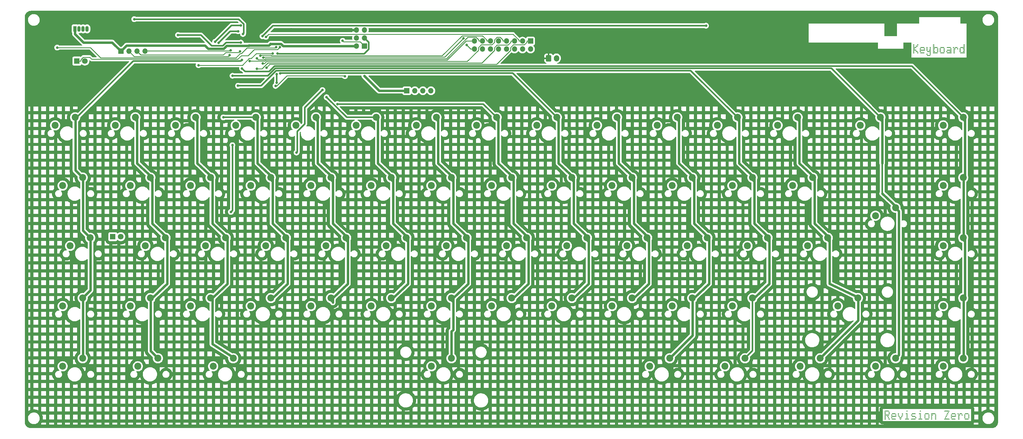
<source format=gbr>
G04 #@! TF.GenerationSoftware,KiCad,Pcbnew,7.0.9*
G04 #@! TF.CreationDate,2023-11-26T15:51:42+00:00*
G04 #@! TF.ProjectId,rosco_m68k_keyboard-2,726f7363-6f5f-46d3-9638-6b5f6b657962,0*
G04 #@! TF.SameCoordinates,Original*
G04 #@! TF.FileFunction,Copper,L1,Top*
G04 #@! TF.FilePolarity,Positive*
%FSLAX46Y46*%
G04 Gerber Fmt 4.6, Leading zero omitted, Abs format (unit mm)*
G04 Created by KiCad (PCBNEW 7.0.9) date 2023-11-26 15:51:42*
%MOMM*%
%LPD*%
G01*
G04 APERTURE LIST*
G04 Aperture macros list*
%AMRoundRect*
0 Rectangle with rounded corners*
0 $1 Rounding radius*
0 $2 $3 $4 $5 $6 $7 $8 $9 X,Y pos of 4 corners*
0 Add a 4 corners polygon primitive as box body*
4,1,4,$2,$3,$4,$5,$6,$7,$8,$9,$2,$3,0*
0 Add four circle primitives for the rounded corners*
1,1,$1+$1,$2,$3*
1,1,$1+$1,$4,$5*
1,1,$1+$1,$6,$7*
1,1,$1+$1,$8,$9*
0 Add four rect primitives between the rounded corners*
20,1,$1+$1,$2,$3,$4,$5,0*
20,1,$1+$1,$4,$5,$6,$7,0*
20,1,$1+$1,$6,$7,$8,$9,0*
20,1,$1+$1,$8,$9,$2,$3,0*%
G04 Aperture macros list end*
%ADD10C,0.300000*%
G04 #@! TA.AperFunction,NonConductor*
%ADD11C,0.300000*%
G04 #@! TD*
G04 #@! TA.AperFunction,ComponentPad*
%ADD12R,1.700000X1.700000*%
G04 #@! TD*
G04 #@! TA.AperFunction,ComponentPad*
%ADD13O,1.700000X1.700000*%
G04 #@! TD*
G04 #@! TA.AperFunction,ComponentPad*
%ADD14RoundRect,0.250000X-0.600000X-0.750000X0.600000X-0.750000X0.600000X0.750000X-0.600000X0.750000X0*%
G04 #@! TD*
G04 #@! TA.AperFunction,ComponentPad*
%ADD15O,1.700000X2.000000*%
G04 #@! TD*
G04 #@! TA.AperFunction,ComponentPad*
%ADD16R,1.800000X1.800000*%
G04 #@! TD*
G04 #@! TA.AperFunction,ComponentPad*
%ADD17C,1.800000*%
G04 #@! TD*
G04 #@! TA.AperFunction,ComponentPad*
%ADD18R,1.070000X1.800000*%
G04 #@! TD*
G04 #@! TA.AperFunction,ComponentPad*
%ADD19O,1.070000X1.800000*%
G04 #@! TD*
G04 #@! TA.AperFunction,ComponentPad*
%ADD20C,2.200000*%
G04 #@! TD*
G04 #@! TA.AperFunction,ViaPad*
%ADD21C,0.800000*%
G04 #@! TD*
G04 #@! TA.AperFunction,Conductor*
%ADD22C,0.250000*%
G04 #@! TD*
G04 #@! TA.AperFunction,Conductor*
%ADD23C,0.500000*%
G04 #@! TD*
G04 #@! TA.AperFunction,Conductor*
%ADD24C,0.750000*%
G04 #@! TD*
G04 APERTURE END LIST*
D10*
D11*
G36*
X336315247Y-213255526D02*
G01*
X336291516Y-213237700D01*
X336275551Y-213210601D01*
X336267880Y-213178727D01*
X336266154Y-213150013D01*
X336268504Y-213116915D01*
X336276941Y-213085957D01*
X336293769Y-213059888D01*
X336315247Y-213044501D01*
X336345243Y-213034242D01*
X336374893Y-213028472D01*
X336404284Y-213024923D01*
X336437933Y-213022519D01*
X336467918Y-213021420D01*
X336500628Y-213021053D01*
X336533337Y-213021420D01*
X336563322Y-213022519D01*
X336596971Y-213024923D01*
X336626362Y-213028472D01*
X336656012Y-213034242D01*
X336686008Y-213044501D01*
X336709739Y-213062326D01*
X336725704Y-213089426D01*
X336733375Y-213121300D01*
X336735101Y-213150013D01*
X336732752Y-213183112D01*
X336724314Y-213214070D01*
X336707486Y-213240139D01*
X336686008Y-213255526D01*
X336656012Y-213265785D01*
X336626362Y-213271555D01*
X336596971Y-213275104D01*
X336563322Y-213277508D01*
X336533337Y-213278607D01*
X336500628Y-213278974D01*
X336467918Y-213278607D01*
X336437933Y-213277508D01*
X336404284Y-213275104D01*
X336374893Y-213271555D01*
X336345243Y-213265785D01*
X336315247Y-213255526D01*
G37*
G36*
X335049092Y-213255526D02*
G01*
X335025361Y-213237700D01*
X335009396Y-213210601D01*
X335001725Y-213178727D01*
X335000000Y-213150013D01*
X335002349Y-213116915D01*
X335010786Y-213085957D01*
X335027614Y-213059888D01*
X335049092Y-213044501D01*
X335079088Y-213034242D01*
X335108738Y-213028472D01*
X335138130Y-213024923D01*
X335171779Y-213022519D01*
X335201763Y-213021420D01*
X335234473Y-213021053D01*
X335267182Y-213021420D01*
X335297167Y-213022519D01*
X335330816Y-213024923D01*
X335360207Y-213028472D01*
X335389857Y-213034242D01*
X335419853Y-213044501D01*
X335443584Y-213062326D01*
X335459549Y-213089426D01*
X335467220Y-213121300D01*
X335468946Y-213150013D01*
X335466597Y-213183112D01*
X335458159Y-213214070D01*
X335441331Y-213240139D01*
X335419853Y-213255526D01*
X335389857Y-213265785D01*
X335360207Y-213271555D01*
X335330816Y-213275104D01*
X335297167Y-213277508D01*
X335267182Y-213278607D01*
X335234473Y-213278974D01*
X335201763Y-213278607D01*
X335171779Y-213277508D01*
X335138130Y-213275104D01*
X335108738Y-213271555D01*
X335079088Y-213265785D01*
X335049092Y-213255526D01*
G37*
G36*
X336104221Y-212833475D02*
G01*
X336080490Y-212815649D01*
X336064525Y-212788549D01*
X336056855Y-212756676D01*
X336055129Y-212727962D01*
X336057478Y-212694863D01*
X336065916Y-212663905D01*
X336082743Y-212637836D01*
X336104221Y-212622449D01*
X336134217Y-212612191D01*
X336163867Y-212606420D01*
X336193259Y-212602871D01*
X336226908Y-212600467D01*
X336256892Y-212599368D01*
X336289602Y-212599002D01*
X336322311Y-212599368D01*
X336352296Y-212600467D01*
X336385945Y-212602871D01*
X336415336Y-212606420D01*
X336444986Y-212612191D01*
X336474982Y-212622449D01*
X336498713Y-212640275D01*
X336514678Y-212667374D01*
X336522349Y-212699248D01*
X336524075Y-212727962D01*
X336521726Y-212761061D01*
X336513288Y-212792018D01*
X336496460Y-212818087D01*
X336474982Y-212833475D01*
X336444986Y-212843733D01*
X336415336Y-212849503D01*
X336385945Y-212853052D01*
X336352296Y-212855457D01*
X336322311Y-212856556D01*
X336289602Y-212856922D01*
X336256892Y-212856556D01*
X336226908Y-212855457D01*
X336193259Y-212853052D01*
X336163867Y-212849503D01*
X336134217Y-212843733D01*
X336104221Y-212833475D01*
G37*
G36*
X335049092Y-212833475D02*
G01*
X335025361Y-212815649D01*
X335009396Y-212788549D01*
X335001725Y-212756676D01*
X335000000Y-212727962D01*
X335002349Y-212694863D01*
X335010786Y-212663905D01*
X335027614Y-212637836D01*
X335049092Y-212622449D01*
X335079088Y-212612191D01*
X335108738Y-212606420D01*
X335138130Y-212602871D01*
X335171779Y-212600467D01*
X335201763Y-212599368D01*
X335234473Y-212599002D01*
X335267182Y-212599368D01*
X335297167Y-212600467D01*
X335330816Y-212602871D01*
X335360207Y-212606420D01*
X335389857Y-212612191D01*
X335419853Y-212622449D01*
X335443584Y-212640275D01*
X335459549Y-212667374D01*
X335467220Y-212699248D01*
X335468946Y-212727962D01*
X335466597Y-212761061D01*
X335458159Y-212792018D01*
X335441331Y-212818087D01*
X335419853Y-212833475D01*
X335389857Y-212843733D01*
X335360207Y-212849503D01*
X335330816Y-212853052D01*
X335297167Y-212855457D01*
X335267182Y-212856556D01*
X335234473Y-212856922D01*
X335201763Y-212856556D01*
X335171779Y-212855457D01*
X335138130Y-212853052D01*
X335108738Y-212849503D01*
X335079088Y-212843733D01*
X335049092Y-212833475D01*
G37*
G36*
X335893196Y-212411423D02*
G01*
X335869464Y-212393597D01*
X335853499Y-212366498D01*
X335845829Y-212334624D01*
X335844103Y-212305910D01*
X335846452Y-212272811D01*
X335854890Y-212241854D01*
X335871717Y-212215785D01*
X335893196Y-212200397D01*
X335923192Y-212190139D01*
X335952841Y-212184369D01*
X335982233Y-212180820D01*
X336015882Y-212178415D01*
X336045866Y-212177316D01*
X336078576Y-212176950D01*
X336111285Y-212177316D01*
X336141270Y-212178415D01*
X336174919Y-212180820D01*
X336204310Y-212184369D01*
X336233960Y-212190139D01*
X336263956Y-212200397D01*
X336287688Y-212218223D01*
X336303652Y-212245323D01*
X336311323Y-212277196D01*
X336313049Y-212305910D01*
X336310700Y-212339009D01*
X336302262Y-212369967D01*
X336285434Y-212396036D01*
X336263956Y-212411423D01*
X336233960Y-212421681D01*
X336204310Y-212427452D01*
X336174919Y-212431001D01*
X336141270Y-212433405D01*
X336111285Y-212434504D01*
X336078576Y-212434870D01*
X336045866Y-212434504D01*
X336015882Y-212433405D01*
X335982233Y-212431001D01*
X335952841Y-212427452D01*
X335923192Y-212421681D01*
X335893196Y-212411423D01*
G37*
G36*
X335049092Y-212411423D02*
G01*
X335025361Y-212393597D01*
X335009396Y-212366498D01*
X335001725Y-212334624D01*
X335000000Y-212305910D01*
X335002349Y-212272811D01*
X335010786Y-212241854D01*
X335027614Y-212215785D01*
X335049092Y-212200397D01*
X335079088Y-212190139D01*
X335108738Y-212184369D01*
X335138130Y-212180820D01*
X335171779Y-212178415D01*
X335201763Y-212177316D01*
X335234473Y-212176950D01*
X335267182Y-212177316D01*
X335297167Y-212178415D01*
X335330816Y-212180820D01*
X335360207Y-212184369D01*
X335389857Y-212190139D01*
X335419853Y-212200397D01*
X335443584Y-212218223D01*
X335459549Y-212245323D01*
X335467220Y-212277196D01*
X335468946Y-212305910D01*
X335466597Y-212339009D01*
X335458159Y-212369967D01*
X335441331Y-212396036D01*
X335419853Y-212411423D01*
X335389857Y-212421681D01*
X335360207Y-212427452D01*
X335330816Y-212431001D01*
X335297167Y-212433405D01*
X335267182Y-212434504D01*
X335234473Y-212434870D01*
X335201763Y-212434504D01*
X335171779Y-212433405D01*
X335138130Y-212431001D01*
X335108738Y-212427452D01*
X335079088Y-212421681D01*
X335049092Y-212411423D01*
G37*
G36*
X335000000Y-211883859D02*
G01*
X335003856Y-211851151D01*
X335015427Y-211824193D01*
X335038096Y-211800425D01*
X335066196Y-211785789D01*
X335080600Y-211781277D01*
X335112244Y-211775094D01*
X335146016Y-211770998D01*
X335188391Y-211767366D01*
X335221421Y-211765202D01*
X335258275Y-211763245D01*
X335298953Y-211761493D01*
X335343455Y-211759947D01*
X335391780Y-211758608D01*
X335443930Y-211757474D01*
X335499904Y-211756547D01*
X335529324Y-211756161D01*
X335559701Y-211755826D01*
X335591034Y-211755542D01*
X335623323Y-211755310D01*
X335656567Y-211755130D01*
X335690768Y-211755001D01*
X335725925Y-211754924D01*
X335762037Y-211754898D01*
X335801688Y-211754938D01*
X335840224Y-211755059D01*
X335877646Y-211755259D01*
X335913952Y-211755539D01*
X335949144Y-211755900D01*
X335983221Y-211756341D01*
X336016183Y-211756862D01*
X336048030Y-211757463D01*
X336078763Y-211758144D01*
X336108380Y-211758905D01*
X336164271Y-211760669D01*
X336215702Y-211762752D01*
X336262674Y-211765157D01*
X336305187Y-211767881D01*
X336343240Y-211770927D01*
X336376834Y-211774293D01*
X336405968Y-211777979D01*
X336441309Y-211784110D01*
X336472822Y-211793407D01*
X336477913Y-211795931D01*
X336502256Y-211814278D01*
X336517583Y-211840925D01*
X336523669Y-211872005D01*
X336524075Y-211883859D01*
X336520218Y-211916567D01*
X336508647Y-211943524D01*
X336485979Y-211967292D01*
X336457879Y-211981928D01*
X336443475Y-211986441D01*
X336411830Y-211992623D01*
X336378059Y-211996719D01*
X336335683Y-212000351D01*
X336302653Y-212002515D01*
X336265800Y-212004473D01*
X336225122Y-212006224D01*
X336180620Y-212007770D01*
X336132294Y-212009109D01*
X336080144Y-212010243D01*
X336024171Y-212011170D01*
X335994750Y-212011557D01*
X335964373Y-212011891D01*
X335933041Y-212012175D01*
X335900752Y-212012407D01*
X335867507Y-212012587D01*
X335833306Y-212012716D01*
X335798150Y-212012793D01*
X335762037Y-212012819D01*
X335722386Y-212012779D01*
X335683850Y-212012658D01*
X335646429Y-212012458D01*
X335610122Y-212012178D01*
X335574930Y-212011817D01*
X335540853Y-212011376D01*
X335507891Y-212010855D01*
X335476044Y-212010254D01*
X335445312Y-212009573D01*
X335415694Y-212008812D01*
X335359804Y-212007049D01*
X335308372Y-212004965D01*
X335261400Y-212002561D01*
X335218888Y-211999836D01*
X335180835Y-211996790D01*
X335147241Y-211993424D01*
X335118106Y-211989738D01*
X335082766Y-211983607D01*
X335051253Y-211974310D01*
X335046161Y-211971786D01*
X335021818Y-211953439D01*
X335006491Y-211926792D01*
X335000405Y-211895712D01*
X335000000Y-211883859D01*
G37*
G36*
X336315247Y-211567320D02*
G01*
X336291516Y-211549494D01*
X336275551Y-211522394D01*
X336267880Y-211490521D01*
X336266154Y-211461807D01*
X336268504Y-211428708D01*
X336276941Y-211397750D01*
X336293769Y-211371681D01*
X336315247Y-211356294D01*
X336345243Y-211346036D01*
X336374893Y-211340266D01*
X336404284Y-211336716D01*
X336437933Y-211334312D01*
X336467918Y-211333213D01*
X336500628Y-211332847D01*
X336533337Y-211333213D01*
X336563322Y-211334312D01*
X336596971Y-211336716D01*
X336626362Y-211340266D01*
X336656012Y-211346036D01*
X336686008Y-211356294D01*
X336709739Y-211374120D01*
X336725704Y-211401219D01*
X336733375Y-211433093D01*
X336735101Y-211461807D01*
X336732752Y-211494906D01*
X336724314Y-211525863D01*
X336707486Y-211551933D01*
X336686008Y-211567320D01*
X336656012Y-211577578D01*
X336626362Y-211583348D01*
X336596971Y-211586897D01*
X336563322Y-211589302D01*
X336533337Y-211590401D01*
X336500628Y-211590767D01*
X336467918Y-211590401D01*
X336437933Y-211589302D01*
X336404284Y-211586897D01*
X336374893Y-211583348D01*
X336345243Y-211577578D01*
X336315247Y-211567320D01*
G37*
G36*
X335049092Y-211567320D02*
G01*
X335025361Y-211549494D01*
X335009396Y-211522394D01*
X335001725Y-211490521D01*
X335000000Y-211461807D01*
X335002349Y-211428708D01*
X335010786Y-211397750D01*
X335027614Y-211371681D01*
X335049092Y-211356294D01*
X335079088Y-211346036D01*
X335108738Y-211340266D01*
X335138130Y-211336716D01*
X335171779Y-211334312D01*
X335201763Y-211333213D01*
X335234473Y-211332847D01*
X335267182Y-211333213D01*
X335297167Y-211334312D01*
X335330816Y-211336716D01*
X335360207Y-211340266D01*
X335389857Y-211346036D01*
X335419853Y-211356294D01*
X335443584Y-211374120D01*
X335459549Y-211401219D01*
X335467220Y-211433093D01*
X335468946Y-211461807D01*
X335466597Y-211494906D01*
X335458159Y-211525863D01*
X335441331Y-211551933D01*
X335419853Y-211567320D01*
X335389857Y-211577578D01*
X335360207Y-211583348D01*
X335330816Y-211586897D01*
X335297167Y-211589302D01*
X335267182Y-211590401D01*
X335234473Y-211590767D01*
X335201763Y-211590401D01*
X335171779Y-211589302D01*
X335138130Y-211586897D01*
X335108738Y-211583348D01*
X335079088Y-211577578D01*
X335049092Y-211567320D01*
G37*
G36*
X336315247Y-211145268D02*
G01*
X336291516Y-211127442D01*
X336275551Y-211100343D01*
X336267880Y-211068469D01*
X336266154Y-211039755D01*
X336268504Y-211006657D01*
X336276941Y-210975699D01*
X336293769Y-210949630D01*
X336315247Y-210934242D01*
X336345243Y-210923984D01*
X336374893Y-210918214D01*
X336404284Y-210914665D01*
X336437933Y-210912260D01*
X336467918Y-210911161D01*
X336500628Y-210910795D01*
X336533337Y-210911161D01*
X336563322Y-210912260D01*
X336596971Y-210914665D01*
X336626362Y-210918214D01*
X336656012Y-210923984D01*
X336686008Y-210934242D01*
X336709739Y-210952068D01*
X336725704Y-210979168D01*
X336733375Y-211011041D01*
X336735101Y-211039755D01*
X336732752Y-211072854D01*
X336724314Y-211103812D01*
X336707486Y-211129881D01*
X336686008Y-211145268D01*
X336656012Y-211155526D01*
X336626362Y-211161297D01*
X336596971Y-211164846D01*
X336563322Y-211167250D01*
X336533337Y-211168349D01*
X336500628Y-211168715D01*
X336467918Y-211168349D01*
X336437933Y-211167250D01*
X336404284Y-211164846D01*
X336374893Y-211161297D01*
X336345243Y-211155526D01*
X336315247Y-211145268D01*
G37*
G36*
X335049092Y-211145268D02*
G01*
X335025361Y-211127442D01*
X335009396Y-211100343D01*
X335001725Y-211068469D01*
X335000000Y-211039755D01*
X335002349Y-211006657D01*
X335010786Y-210975699D01*
X335027614Y-210949630D01*
X335049092Y-210934242D01*
X335079088Y-210923984D01*
X335108738Y-210918214D01*
X335138130Y-210914665D01*
X335171779Y-210912260D01*
X335201763Y-210911161D01*
X335234473Y-210910795D01*
X335267182Y-210911161D01*
X335297167Y-210912260D01*
X335330816Y-210914665D01*
X335360207Y-210918214D01*
X335389857Y-210923984D01*
X335419853Y-210934242D01*
X335443584Y-210952068D01*
X335459549Y-210979168D01*
X335467220Y-211011041D01*
X335468946Y-211039755D01*
X335466597Y-211072854D01*
X335458159Y-211103812D01*
X335441331Y-211129881D01*
X335419853Y-211145268D01*
X335389857Y-211155526D01*
X335360207Y-211161297D01*
X335330816Y-211164846D01*
X335297167Y-211167250D01*
X335267182Y-211168349D01*
X335234473Y-211168715D01*
X335201763Y-211168349D01*
X335171779Y-211167250D01*
X335138130Y-211164846D01*
X335108738Y-211161297D01*
X335079088Y-211155526D01*
X335049092Y-211145268D01*
G37*
G36*
X335000000Y-210617704D02*
G01*
X335003856Y-210584996D01*
X335015427Y-210558038D01*
X335038096Y-210534270D01*
X335066196Y-210519634D01*
X335080600Y-210515122D01*
X335112244Y-210508939D01*
X335146016Y-210504843D01*
X335188391Y-210501211D01*
X335221421Y-210499047D01*
X335258275Y-210497090D01*
X335298953Y-210495338D01*
X335343455Y-210493792D01*
X335391780Y-210492453D01*
X335443930Y-210491319D01*
X335499904Y-210490392D01*
X335529324Y-210490006D01*
X335559701Y-210489671D01*
X335591034Y-210489387D01*
X335623323Y-210489156D01*
X335656567Y-210488975D01*
X335690768Y-210488846D01*
X335725925Y-210488769D01*
X335762037Y-210488743D01*
X335801688Y-210488783D01*
X335840224Y-210488904D01*
X335877646Y-210489104D01*
X335913952Y-210489385D01*
X335949144Y-210489745D01*
X335983221Y-210490186D01*
X336016183Y-210490707D01*
X336048030Y-210491308D01*
X336078763Y-210491989D01*
X336108380Y-210492751D01*
X336164271Y-210494514D01*
X336215702Y-210496597D01*
X336262674Y-210499002D01*
X336305187Y-210501726D01*
X336343240Y-210504772D01*
X336376834Y-210508138D01*
X336405968Y-210511824D01*
X336441309Y-210517955D01*
X336472822Y-210527252D01*
X336477913Y-210529776D01*
X336502256Y-210548123D01*
X336517583Y-210574770D01*
X336523669Y-210605850D01*
X336524075Y-210617704D01*
X336520218Y-210650412D01*
X336508647Y-210677369D01*
X336485979Y-210701137D01*
X336457879Y-210715773D01*
X336443475Y-210720286D01*
X336411830Y-210726468D01*
X336378059Y-210730564D01*
X336335683Y-210734196D01*
X336302653Y-210736360D01*
X336265800Y-210738318D01*
X336225122Y-210740069D01*
X336180620Y-210741615D01*
X336132294Y-210742954D01*
X336080144Y-210744088D01*
X336024171Y-210745015D01*
X335994750Y-210745402D01*
X335964373Y-210745736D01*
X335933041Y-210746020D01*
X335900752Y-210746252D01*
X335867507Y-210746432D01*
X335833306Y-210746561D01*
X335798150Y-210746638D01*
X335762037Y-210746664D01*
X335722386Y-210746624D01*
X335683850Y-210746504D01*
X335646429Y-210746303D01*
X335610122Y-210746023D01*
X335574930Y-210745662D01*
X335540853Y-210745221D01*
X335507891Y-210744700D01*
X335476044Y-210744099D01*
X335445312Y-210743418D01*
X335415694Y-210742657D01*
X335359804Y-210740894D01*
X335308372Y-210738810D01*
X335261400Y-210736406D01*
X335218888Y-210733681D01*
X335180835Y-210730635D01*
X335147241Y-210727269D01*
X335118106Y-210723583D01*
X335082766Y-210717452D01*
X335051253Y-210708156D01*
X335046161Y-210705631D01*
X335021818Y-210687284D01*
X335006491Y-210660637D01*
X335000405Y-210629558D01*
X335000000Y-210617704D01*
G37*
G36*
X337309560Y-213150013D02*
G01*
X337312393Y-213120132D01*
X337322862Y-213091000D01*
X337344271Y-213065263D01*
X337371269Y-213049355D01*
X337390160Y-213043035D01*
X337426245Y-213036702D01*
X337457479Y-213033418D01*
X337495900Y-213030520D01*
X337525507Y-213028803D01*
X337558308Y-213027257D01*
X337594304Y-213025883D01*
X337633493Y-213024681D01*
X337675877Y-213023651D01*
X337721455Y-213022792D01*
X337770227Y-213022105D01*
X337822194Y-213021590D01*
X337877354Y-213021246D01*
X337935709Y-213021075D01*
X337966085Y-213021053D01*
X338000048Y-213021094D01*
X338033063Y-213021216D01*
X338065130Y-213021420D01*
X338096247Y-213021706D01*
X338126416Y-213022073D01*
X338183906Y-213023052D01*
X338237601Y-213024357D01*
X338287501Y-213025988D01*
X338333606Y-213027946D01*
X338375915Y-213030230D01*
X338414429Y-213032841D01*
X338449148Y-213035777D01*
X338480072Y-213039040D01*
X338519340Y-213044546D01*
X338550070Y-213050787D01*
X338582309Y-213062819D01*
X338605254Y-213083370D01*
X338617847Y-213110619D01*
X338622452Y-213142117D01*
X338622609Y-213150013D01*
X338619776Y-213179895D01*
X338609307Y-213209027D01*
X338587898Y-213234764D01*
X338560900Y-213250672D01*
X338542009Y-213256992D01*
X338505924Y-213263324D01*
X338474690Y-213266609D01*
X338436269Y-213269507D01*
X338406662Y-213271224D01*
X338373861Y-213272770D01*
X338337866Y-213274144D01*
X338298676Y-213275346D01*
X338256292Y-213276376D01*
X338210714Y-213277235D01*
X338161942Y-213277922D01*
X338109976Y-213278437D01*
X338054815Y-213278780D01*
X337996460Y-213278952D01*
X337966085Y-213278974D01*
X337932121Y-213278933D01*
X337899106Y-213278811D01*
X337867040Y-213278607D01*
X337835922Y-213278321D01*
X337805754Y-213277954D01*
X337748263Y-213276975D01*
X337694568Y-213275670D01*
X337644668Y-213274038D01*
X337598563Y-213272081D01*
X337556254Y-213269797D01*
X337517740Y-213267186D01*
X337483021Y-213264250D01*
X337452098Y-213260987D01*
X337412829Y-213255481D01*
X337382099Y-213249240D01*
X337349860Y-213237208D01*
X337326916Y-213216657D01*
X337314322Y-213189408D01*
X337309717Y-213157910D01*
X337309560Y-213150013D01*
G37*
G36*
X337147627Y-212833475D02*
G01*
X337123895Y-212815649D01*
X337107931Y-212788549D01*
X337100260Y-212756676D01*
X337098534Y-212727962D01*
X337100883Y-212694863D01*
X337109321Y-212663905D01*
X337126149Y-212637836D01*
X337147627Y-212622449D01*
X337177623Y-212612191D01*
X337207273Y-212606420D01*
X337236664Y-212602871D01*
X337270313Y-212600467D01*
X337300298Y-212599368D01*
X337333007Y-212599002D01*
X337365717Y-212599368D01*
X337395701Y-212600467D01*
X337429350Y-212602871D01*
X337458742Y-212606420D01*
X337488391Y-212612191D01*
X337518387Y-212622449D01*
X337542119Y-212640275D01*
X337558084Y-212667374D01*
X337565754Y-212699248D01*
X337567480Y-212727962D01*
X337565131Y-212761061D01*
X337556693Y-212792018D01*
X337539866Y-212818087D01*
X337518387Y-212833475D01*
X337488391Y-212843733D01*
X337458742Y-212849503D01*
X337429350Y-212853052D01*
X337395701Y-212855457D01*
X337365717Y-212856556D01*
X337333007Y-212856922D01*
X337300298Y-212856556D01*
X337270313Y-212855457D01*
X337236664Y-212853052D01*
X337207273Y-212849503D01*
X337177623Y-212843733D01*
X337147627Y-212833475D01*
G37*
G36*
X337098534Y-212305910D02*
G01*
X337102391Y-212273202D01*
X337113961Y-212246244D01*
X337136630Y-212222476D01*
X337164730Y-212207840D01*
X337179134Y-212203328D01*
X337214351Y-212197146D01*
X337252605Y-212193050D01*
X337283745Y-212190577D01*
X337319397Y-212188310D01*
X337359560Y-212186249D01*
X337404234Y-212184395D01*
X337453418Y-212182746D01*
X337507113Y-212181303D01*
X337565319Y-212180067D01*
X337596114Y-212179526D01*
X337628036Y-212179037D01*
X337661086Y-212178599D01*
X337695264Y-212178212D01*
X337730570Y-212177877D01*
X337767003Y-212177594D01*
X337804564Y-212177362D01*
X337843252Y-212177182D01*
X337883069Y-212177053D01*
X337924013Y-212176976D01*
X337966085Y-212176950D01*
X338011424Y-212176989D01*
X338055483Y-212177107D01*
X338098263Y-212177304D01*
X338139764Y-212177580D01*
X338179986Y-212177934D01*
X338218928Y-212178367D01*
X338256590Y-212178878D01*
X338292973Y-212179469D01*
X338328077Y-212180138D01*
X338361901Y-212180886D01*
X338394446Y-212181712D01*
X338425712Y-212182617D01*
X338455698Y-212183601D01*
X338511831Y-212185805D01*
X338562848Y-212188324D01*
X338608746Y-212191157D01*
X338649527Y-212194306D01*
X338685190Y-212197769D01*
X338715736Y-212201547D01*
X338751959Y-212207805D01*
X338782344Y-212217250D01*
X338807138Y-212233447D01*
X338825170Y-212259464D01*
X338832834Y-212290099D01*
X338833635Y-212305910D01*
X338829778Y-212338618D01*
X338818208Y-212365576D01*
X338795539Y-212389344D01*
X338767439Y-212403980D01*
X338753035Y-212408492D01*
X338717818Y-212414675D01*
X338679565Y-212418770D01*
X338648424Y-212421243D01*
X338612772Y-212423510D01*
X338572609Y-212425571D01*
X338527936Y-212427426D01*
X338478751Y-212429074D01*
X338425056Y-212430517D01*
X338366850Y-212431753D01*
X338336055Y-212432294D01*
X338304133Y-212432784D01*
X338271083Y-212433222D01*
X338236905Y-212433608D01*
X338201600Y-212433943D01*
X338165166Y-212434226D01*
X338127605Y-212434458D01*
X338088917Y-212434639D01*
X338049100Y-212434767D01*
X338008156Y-212434845D01*
X337966085Y-212434870D01*
X337920746Y-212434831D01*
X337876686Y-212434713D01*
X337833906Y-212434516D01*
X337792405Y-212434241D01*
X337752184Y-212433887D01*
X337713242Y-212433454D01*
X337675579Y-212432942D01*
X337639196Y-212432352D01*
X337604092Y-212431683D01*
X337570268Y-212430935D01*
X337537723Y-212430108D01*
X337506458Y-212429203D01*
X337476472Y-212428219D01*
X337420338Y-212426015D01*
X337369322Y-212423497D01*
X337323423Y-212420663D01*
X337282642Y-212417515D01*
X337246979Y-212414051D01*
X337216433Y-212410273D01*
X337180210Y-212404016D01*
X337149825Y-212394570D01*
X337125031Y-212378374D01*
X337106999Y-212352356D01*
X337099335Y-212321721D01*
X337098534Y-212305910D01*
G37*
G36*
X338413782Y-211989371D02*
G01*
X338390050Y-211971546D01*
X338374086Y-211944446D01*
X338366415Y-211912572D01*
X338364689Y-211883859D01*
X338367038Y-211850760D01*
X338375476Y-211819802D01*
X338392304Y-211793733D01*
X338413782Y-211778346D01*
X338443778Y-211768087D01*
X338473428Y-211762317D01*
X338502819Y-211758768D01*
X338536468Y-211756364D01*
X338566453Y-211755265D01*
X338599162Y-211754898D01*
X338631872Y-211755265D01*
X338661856Y-211756364D01*
X338695505Y-211758768D01*
X338724897Y-211762317D01*
X338754546Y-211768087D01*
X338784542Y-211778346D01*
X338808274Y-211796172D01*
X338824239Y-211823271D01*
X338831909Y-211855145D01*
X338833635Y-211883859D01*
X338831286Y-211916957D01*
X338822848Y-211947915D01*
X338806021Y-211973984D01*
X338784542Y-211989371D01*
X338754546Y-211999630D01*
X338724897Y-212005400D01*
X338695505Y-212008949D01*
X338661856Y-212011353D01*
X338631872Y-212012452D01*
X338599162Y-212012819D01*
X338566453Y-212012452D01*
X338536468Y-212011353D01*
X338502819Y-212008949D01*
X338473428Y-212005400D01*
X338443778Y-211999630D01*
X338413782Y-211989371D01*
G37*
G36*
X337147627Y-211989371D02*
G01*
X337123895Y-211971546D01*
X337107931Y-211944446D01*
X337100260Y-211912572D01*
X337098534Y-211883859D01*
X337100883Y-211850760D01*
X337109321Y-211819802D01*
X337126149Y-211793733D01*
X337147627Y-211778346D01*
X337177623Y-211768087D01*
X337207273Y-211762317D01*
X337236664Y-211758768D01*
X337270313Y-211756364D01*
X337300298Y-211755265D01*
X337333007Y-211754898D01*
X337365717Y-211755265D01*
X337395701Y-211756364D01*
X337429350Y-211758768D01*
X337458742Y-211762317D01*
X337488391Y-211768087D01*
X337518387Y-211778346D01*
X337542119Y-211796172D01*
X337558084Y-211823271D01*
X337565754Y-211855145D01*
X337567480Y-211883859D01*
X337565131Y-211916957D01*
X337556693Y-211947915D01*
X337539866Y-211973984D01*
X337518387Y-211989371D01*
X337488391Y-211999630D01*
X337458742Y-212005400D01*
X337429350Y-212008949D01*
X337395701Y-212011353D01*
X337365717Y-212012452D01*
X337333007Y-212012819D01*
X337300298Y-212012452D01*
X337270313Y-212011353D01*
X337236664Y-212008949D01*
X337207273Y-212005400D01*
X337177623Y-211999630D01*
X337147627Y-211989371D01*
G37*
G36*
X337309560Y-211461807D02*
G01*
X337312393Y-211431925D01*
X337322862Y-211402794D01*
X337344271Y-211377057D01*
X337371269Y-211361148D01*
X337390160Y-211354829D01*
X337426245Y-211348496D01*
X337457479Y-211345211D01*
X337495900Y-211342313D01*
X337525507Y-211340596D01*
X337558308Y-211339051D01*
X337594304Y-211337677D01*
X337633493Y-211336475D01*
X337675877Y-211335444D01*
X337721455Y-211334585D01*
X337770227Y-211333899D01*
X337822194Y-211333383D01*
X337877354Y-211333040D01*
X337935709Y-211332868D01*
X337966085Y-211332847D01*
X338000048Y-211332887D01*
X338033063Y-211333010D01*
X338065130Y-211333214D01*
X338096247Y-211333499D01*
X338126416Y-211333866D01*
X338183906Y-211334845D01*
X338237601Y-211336150D01*
X338287501Y-211337782D01*
X338333606Y-211339740D01*
X338375915Y-211342024D01*
X338414429Y-211344634D01*
X338449148Y-211347571D01*
X338480072Y-211350834D01*
X338519340Y-211356340D01*
X338550070Y-211362580D01*
X338582309Y-211374612D01*
X338605254Y-211395164D01*
X338617847Y-211422412D01*
X338622452Y-211453910D01*
X338622609Y-211461807D01*
X338619776Y-211491688D01*
X338609307Y-211520820D01*
X338587898Y-211546557D01*
X338560900Y-211562465D01*
X338542009Y-211568785D01*
X338505924Y-211575118D01*
X338474690Y-211578402D01*
X338436269Y-211581300D01*
X338406662Y-211583018D01*
X338373861Y-211584563D01*
X338337866Y-211585937D01*
X338298676Y-211587139D01*
X338256292Y-211588170D01*
X338210714Y-211589028D01*
X338161942Y-211589715D01*
X338109976Y-211590230D01*
X338054815Y-211590574D01*
X337996460Y-211590746D01*
X337966085Y-211590767D01*
X337932121Y-211590726D01*
X337899106Y-211590604D01*
X337867040Y-211590400D01*
X337835922Y-211590115D01*
X337805754Y-211589747D01*
X337748263Y-211588769D01*
X337694568Y-211587463D01*
X337644668Y-211585832D01*
X337598563Y-211583874D01*
X337556254Y-211581590D01*
X337517740Y-211578980D01*
X337483021Y-211576043D01*
X337452098Y-211572780D01*
X337412829Y-211567274D01*
X337382099Y-211561034D01*
X337349860Y-211549002D01*
X337326916Y-211528450D01*
X337314322Y-211501202D01*
X337309717Y-211469704D01*
X337309560Y-211461807D01*
G37*
G36*
X339879239Y-213255526D02*
G01*
X339855507Y-213237700D01*
X339839543Y-213210601D01*
X339831872Y-213178727D01*
X339830146Y-213150013D01*
X339832495Y-213116915D01*
X339840933Y-213085957D01*
X339857761Y-213059888D01*
X339879239Y-213044501D01*
X339909235Y-213034242D01*
X339938885Y-213028472D01*
X339968276Y-213024923D01*
X340001925Y-213022519D01*
X340031910Y-213021420D01*
X340064619Y-213021053D01*
X340097329Y-213021420D01*
X340127313Y-213022519D01*
X340160962Y-213024923D01*
X340190354Y-213028472D01*
X340220003Y-213034242D01*
X340250000Y-213044501D01*
X340273731Y-213062326D01*
X340289696Y-213089426D01*
X340297366Y-213121300D01*
X340299092Y-213150013D01*
X340296743Y-213183112D01*
X340288305Y-213214070D01*
X340271478Y-213240139D01*
X340250000Y-213255526D01*
X340220003Y-213265785D01*
X340190354Y-213271555D01*
X340160962Y-213275104D01*
X340127313Y-213277508D01*
X340097329Y-213278607D01*
X340064619Y-213278974D01*
X340031910Y-213278607D01*
X340001925Y-213277508D01*
X339968276Y-213275104D01*
X339938885Y-213271555D01*
X339909235Y-213265785D01*
X339879239Y-213255526D01*
G37*
G36*
X339696789Y-212837871D02*
G01*
X339666526Y-212825850D01*
X339643695Y-212807096D01*
X339628298Y-212781611D01*
X339620334Y-212749394D01*
X339619120Y-212727962D01*
X339621851Y-212696663D01*
X339631939Y-212666465D01*
X339652570Y-212640281D01*
X339678586Y-212624659D01*
X339696789Y-212618785D01*
X339726249Y-212613086D01*
X339757287Y-212609222D01*
X339794965Y-212605976D01*
X339827581Y-212603948D01*
X339863933Y-212602267D01*
X339904020Y-212600934D01*
X339947842Y-212599948D01*
X339979132Y-212599485D01*
X340012082Y-212599175D01*
X340046692Y-212599021D01*
X340064619Y-212599002D01*
X340100059Y-212599079D01*
X340133839Y-212599311D01*
X340165959Y-212599697D01*
X340196419Y-212600238D01*
X340238996Y-212601339D01*
X340277837Y-212602788D01*
X340312944Y-212604585D01*
X340344315Y-212606730D01*
X340380334Y-212610130D01*
X340409711Y-212614148D01*
X340432449Y-212618785D01*
X340462713Y-212630521D01*
X340485543Y-212649059D01*
X340500940Y-212674399D01*
X340508905Y-212706541D01*
X340510118Y-212727962D01*
X340507388Y-212759286D01*
X340497300Y-212789580D01*
X340479779Y-212813142D01*
X340454824Y-212829971D01*
X340432449Y-212837871D01*
X340402989Y-212843359D01*
X340371952Y-212847080D01*
X340334273Y-212850206D01*
X340301657Y-212852159D01*
X340265305Y-212853778D01*
X340225218Y-212855062D01*
X340181396Y-212856010D01*
X340150107Y-212856457D01*
X340117157Y-212856755D01*
X340082547Y-212856903D01*
X340064619Y-212856922D01*
X340029179Y-212856848D01*
X339995399Y-212856624D01*
X339963279Y-212856252D01*
X339932820Y-212855731D01*
X339890243Y-212854671D01*
X339851401Y-212853276D01*
X339816294Y-212851545D01*
X339784923Y-212849480D01*
X339748905Y-212846206D01*
X339719527Y-212842336D01*
X339696789Y-212837871D01*
G37*
G36*
X340301290Y-212411423D02*
G01*
X340277559Y-212393597D01*
X340261594Y-212366498D01*
X340253924Y-212334624D01*
X340252198Y-212305910D01*
X340254547Y-212272811D01*
X340262985Y-212241854D01*
X340279812Y-212215785D01*
X340301290Y-212200397D01*
X340331287Y-212190139D01*
X340360936Y-212184369D01*
X340390328Y-212180820D01*
X340423977Y-212178415D01*
X340453961Y-212177316D01*
X340486671Y-212176950D01*
X340519380Y-212177316D01*
X340549365Y-212178415D01*
X340583014Y-212180820D01*
X340612405Y-212184369D01*
X340642055Y-212190139D01*
X340672051Y-212200397D01*
X340695783Y-212218223D01*
X340711747Y-212245323D01*
X340719418Y-212277196D01*
X340721144Y-212305910D01*
X340718795Y-212339009D01*
X340710357Y-212369967D01*
X340693529Y-212396036D01*
X340672051Y-212411423D01*
X340642055Y-212421681D01*
X340612405Y-212427452D01*
X340583014Y-212431001D01*
X340549365Y-212433405D01*
X340519380Y-212434504D01*
X340486671Y-212434870D01*
X340453961Y-212434504D01*
X340423977Y-212433405D01*
X340390328Y-212431001D01*
X340360936Y-212427452D01*
X340331287Y-212421681D01*
X340301290Y-212411423D01*
G37*
G36*
X339457187Y-212411423D02*
G01*
X339433456Y-212393597D01*
X339417491Y-212366498D01*
X339409820Y-212334624D01*
X339408094Y-212305910D01*
X339410444Y-212272811D01*
X339418881Y-212241854D01*
X339435709Y-212215785D01*
X339457187Y-212200397D01*
X339487183Y-212190139D01*
X339516833Y-212184369D01*
X339546224Y-212180820D01*
X339579873Y-212178415D01*
X339609858Y-212177316D01*
X339642568Y-212176950D01*
X339675277Y-212177316D01*
X339705262Y-212178415D01*
X339738911Y-212180820D01*
X339768302Y-212184369D01*
X339797952Y-212190139D01*
X339827948Y-212200397D01*
X339851679Y-212218223D01*
X339867644Y-212245323D01*
X339875315Y-212277196D01*
X339877041Y-212305910D01*
X339874692Y-212339009D01*
X339866254Y-212369967D01*
X339849426Y-212396036D01*
X339827948Y-212411423D01*
X339797952Y-212421681D01*
X339768302Y-212427452D01*
X339738911Y-212431001D01*
X339705262Y-212433405D01*
X339675277Y-212434504D01*
X339642568Y-212434870D01*
X339609858Y-212434504D01*
X339579873Y-212433405D01*
X339546224Y-212431001D01*
X339516833Y-212427452D01*
X339487183Y-212421681D01*
X339457187Y-212411423D01*
G37*
G36*
X340512316Y-211989371D02*
G01*
X340488585Y-211971546D01*
X340472620Y-211944446D01*
X340464949Y-211912572D01*
X340463224Y-211883859D01*
X340465573Y-211850760D01*
X340474011Y-211819802D01*
X340490838Y-211793733D01*
X340512316Y-211778346D01*
X340542312Y-211768087D01*
X340571962Y-211762317D01*
X340601354Y-211758768D01*
X340635003Y-211756364D01*
X340664987Y-211755265D01*
X340697697Y-211754898D01*
X340730406Y-211755265D01*
X340760391Y-211756364D01*
X340794040Y-211758768D01*
X340823431Y-211762317D01*
X340853081Y-211768087D01*
X340883077Y-211778346D01*
X340906808Y-211796172D01*
X340922773Y-211823271D01*
X340930444Y-211855145D01*
X340932170Y-211883859D01*
X340929821Y-211916957D01*
X340921383Y-211947915D01*
X340904555Y-211973984D01*
X340883077Y-211989371D01*
X340853081Y-211999630D01*
X340823431Y-212005400D01*
X340794040Y-212008949D01*
X340760391Y-212011353D01*
X340730406Y-212012452D01*
X340697697Y-212012819D01*
X340664987Y-212012452D01*
X340635003Y-212011353D01*
X340601354Y-212008949D01*
X340571962Y-212005400D01*
X340542312Y-211999630D01*
X340512316Y-211989371D01*
G37*
G36*
X339246161Y-211989371D02*
G01*
X339222430Y-211971546D01*
X339206465Y-211944446D01*
X339198795Y-211912572D01*
X339197069Y-211883859D01*
X339199418Y-211850760D01*
X339207856Y-211819802D01*
X339224683Y-211793733D01*
X339246161Y-211778346D01*
X339276157Y-211768087D01*
X339305807Y-211762317D01*
X339335199Y-211758768D01*
X339368848Y-211756364D01*
X339398832Y-211755265D01*
X339431542Y-211754898D01*
X339464251Y-211755265D01*
X339494236Y-211756364D01*
X339527885Y-211758768D01*
X339557276Y-211762317D01*
X339586926Y-211768087D01*
X339616922Y-211778346D01*
X339640653Y-211796172D01*
X339656618Y-211823271D01*
X339664289Y-211855145D01*
X339666015Y-211883859D01*
X339663666Y-211916957D01*
X339655228Y-211947915D01*
X339638400Y-211973984D01*
X339616922Y-211989371D01*
X339586926Y-211999630D01*
X339557276Y-212005400D01*
X339527885Y-212008949D01*
X339494236Y-212011353D01*
X339464251Y-212012452D01*
X339431542Y-212012819D01*
X339398832Y-212012452D01*
X339368848Y-212011353D01*
X339335199Y-212008949D01*
X339305807Y-212005400D01*
X339276157Y-211999630D01*
X339246161Y-211989371D01*
G37*
G36*
X340512316Y-211567320D02*
G01*
X340488585Y-211549494D01*
X340472620Y-211522394D01*
X340464949Y-211490521D01*
X340463224Y-211461807D01*
X340465573Y-211428708D01*
X340474011Y-211397750D01*
X340490838Y-211371681D01*
X340512316Y-211356294D01*
X340542312Y-211346036D01*
X340571962Y-211340266D01*
X340601354Y-211336716D01*
X340635003Y-211334312D01*
X340664987Y-211333213D01*
X340697697Y-211332847D01*
X340730406Y-211333213D01*
X340760391Y-211334312D01*
X340794040Y-211336716D01*
X340823431Y-211340266D01*
X340853081Y-211346036D01*
X340883077Y-211356294D01*
X340906808Y-211374120D01*
X340922773Y-211401219D01*
X340930444Y-211433093D01*
X340932170Y-211461807D01*
X340929821Y-211494906D01*
X340921383Y-211525863D01*
X340904555Y-211551933D01*
X340883077Y-211567320D01*
X340853081Y-211577578D01*
X340823431Y-211583348D01*
X340794040Y-211586897D01*
X340760391Y-211589302D01*
X340730406Y-211590401D01*
X340697697Y-211590767D01*
X340664987Y-211590401D01*
X340635003Y-211589302D01*
X340601354Y-211586897D01*
X340571962Y-211583348D01*
X340542312Y-211577578D01*
X340512316Y-211567320D01*
G37*
G36*
X339246161Y-211567320D02*
G01*
X339222430Y-211549494D01*
X339206465Y-211522394D01*
X339198795Y-211490521D01*
X339197069Y-211461807D01*
X339199418Y-211428708D01*
X339207856Y-211397750D01*
X339224683Y-211371681D01*
X339246161Y-211356294D01*
X339276157Y-211346036D01*
X339305807Y-211340266D01*
X339335199Y-211336716D01*
X339368848Y-211334312D01*
X339398832Y-211333213D01*
X339431542Y-211332847D01*
X339464251Y-211333213D01*
X339494236Y-211334312D01*
X339527885Y-211336716D01*
X339557276Y-211340266D01*
X339586926Y-211346036D01*
X339616922Y-211356294D01*
X339640653Y-211374120D01*
X339656618Y-211401219D01*
X339664289Y-211433093D01*
X339666015Y-211461807D01*
X339663666Y-211494906D01*
X339655228Y-211525863D01*
X339638400Y-211551933D01*
X339616922Y-211567320D01*
X339586926Y-211577578D01*
X339557276Y-211583348D01*
X339527885Y-211586897D01*
X339494236Y-211589302D01*
X339464251Y-211590401D01*
X339431542Y-211590767D01*
X339398832Y-211590401D01*
X339368848Y-211589302D01*
X339335199Y-211586897D01*
X339305807Y-211583348D01*
X339276157Y-211577578D01*
X339246161Y-211567320D01*
G37*
G36*
X341506629Y-213150013D02*
G01*
X341509463Y-213120132D01*
X341519931Y-213091000D01*
X341541341Y-213065263D01*
X341568338Y-213049355D01*
X341587229Y-213043035D01*
X341623315Y-213036702D01*
X341654549Y-213033418D01*
X341692970Y-213030520D01*
X341722576Y-213028803D01*
X341755377Y-213027257D01*
X341791373Y-213025883D01*
X341830562Y-213024681D01*
X341872946Y-213023651D01*
X341918524Y-213022792D01*
X341967296Y-213022105D01*
X342019263Y-213021590D01*
X342074423Y-213021246D01*
X342132778Y-213021075D01*
X342163154Y-213021053D01*
X342197118Y-213021094D01*
X342230133Y-213021216D01*
X342262199Y-213021420D01*
X342293316Y-213021706D01*
X342323485Y-213022073D01*
X342380975Y-213023052D01*
X342434670Y-213024357D01*
X342484570Y-213025988D01*
X342530675Y-213027946D01*
X342572984Y-213030230D01*
X342611498Y-213032841D01*
X342646217Y-213035777D01*
X342677141Y-213039040D01*
X342716410Y-213044546D01*
X342747139Y-213050787D01*
X342779378Y-213062819D01*
X342802323Y-213083370D01*
X342814916Y-213110619D01*
X342819521Y-213142117D01*
X342819678Y-213150013D01*
X342816845Y-213179895D01*
X342806376Y-213209027D01*
X342784967Y-213234764D01*
X342757969Y-213250672D01*
X342739078Y-213256992D01*
X342702993Y-213263324D01*
X342671759Y-213266609D01*
X342633338Y-213269507D01*
X342603731Y-213271224D01*
X342570930Y-213272770D01*
X342534935Y-213274144D01*
X342495745Y-213275346D01*
X342453361Y-213276376D01*
X342407783Y-213277235D01*
X342359011Y-213277922D01*
X342307045Y-213278437D01*
X342251884Y-213278780D01*
X342193529Y-213278952D01*
X342163154Y-213278974D01*
X342129190Y-213278933D01*
X342096175Y-213278811D01*
X342064109Y-213278607D01*
X342032991Y-213278321D01*
X342002823Y-213277954D01*
X341945332Y-213276975D01*
X341891637Y-213275670D01*
X341841737Y-213274038D01*
X341795632Y-213272081D01*
X341753323Y-213269797D01*
X341714809Y-213267186D01*
X341680090Y-213264250D01*
X341649167Y-213260987D01*
X341609898Y-213255481D01*
X341579168Y-213249240D01*
X341546929Y-213237208D01*
X341523985Y-213216657D01*
X341511391Y-213189408D01*
X341506786Y-213157910D01*
X341506629Y-213150013D01*
G37*
G36*
X341977773Y-212833475D02*
G01*
X341954042Y-212815649D01*
X341938077Y-212788549D01*
X341930407Y-212756676D01*
X341928681Y-212727962D01*
X341931030Y-212694863D01*
X341939468Y-212663905D01*
X341956295Y-212637836D01*
X341977773Y-212622449D01*
X342007769Y-212612191D01*
X342037419Y-212606420D01*
X342066811Y-212602871D01*
X342100460Y-212600467D01*
X342130444Y-212599368D01*
X342163154Y-212599002D01*
X342195863Y-212599368D01*
X342225848Y-212600467D01*
X342259497Y-212602871D01*
X342288888Y-212606420D01*
X342318538Y-212612191D01*
X342348534Y-212622449D01*
X342372265Y-212640275D01*
X342388230Y-212667374D01*
X342395901Y-212699248D01*
X342397627Y-212727962D01*
X342395278Y-212761061D01*
X342386840Y-212792018D01*
X342370012Y-212818087D01*
X342348534Y-212833475D01*
X342318538Y-212843733D01*
X342288888Y-212849503D01*
X342259497Y-212853052D01*
X342225848Y-212855457D01*
X342195863Y-212856556D01*
X342163154Y-212856922D01*
X342130444Y-212856556D01*
X342100460Y-212855457D01*
X342066811Y-212853052D01*
X342037419Y-212849503D01*
X342007769Y-212843733D01*
X341977773Y-212833475D01*
G37*
G36*
X341977773Y-212411423D02*
G01*
X341954042Y-212393597D01*
X341938077Y-212366498D01*
X341930407Y-212334624D01*
X341928681Y-212305910D01*
X341931030Y-212272811D01*
X341939468Y-212241854D01*
X341956295Y-212215785D01*
X341977773Y-212200397D01*
X342007769Y-212190139D01*
X342037419Y-212184369D01*
X342066811Y-212180820D01*
X342100460Y-212178415D01*
X342130444Y-212177316D01*
X342163154Y-212176950D01*
X342195863Y-212177316D01*
X342225848Y-212178415D01*
X342259497Y-212180820D01*
X342288888Y-212184369D01*
X342318538Y-212190139D01*
X342348534Y-212200397D01*
X342372265Y-212218223D01*
X342388230Y-212245323D01*
X342395901Y-212277196D01*
X342397627Y-212305910D01*
X342395278Y-212339009D01*
X342386840Y-212369967D01*
X342370012Y-212396036D01*
X342348534Y-212411423D01*
X342318538Y-212421681D01*
X342288888Y-212427452D01*
X342259497Y-212431001D01*
X342225848Y-212433405D01*
X342195863Y-212434504D01*
X342163154Y-212434870D01*
X342130444Y-212434504D01*
X342100460Y-212433405D01*
X342066811Y-212431001D01*
X342037419Y-212427452D01*
X342007769Y-212421681D01*
X341977773Y-212411423D01*
G37*
G36*
X341977773Y-211989371D02*
G01*
X341954042Y-211971546D01*
X341938077Y-211944446D01*
X341930407Y-211912572D01*
X341928681Y-211883859D01*
X341931030Y-211850760D01*
X341939468Y-211819802D01*
X341956295Y-211793733D01*
X341977773Y-211778346D01*
X342007769Y-211768087D01*
X342037419Y-211762317D01*
X342066811Y-211758768D01*
X342100460Y-211756364D01*
X342130444Y-211755265D01*
X342163154Y-211754898D01*
X342195863Y-211755265D01*
X342225848Y-211756364D01*
X342259497Y-211758768D01*
X342288888Y-211762317D01*
X342318538Y-211768087D01*
X342348534Y-211778346D01*
X342372265Y-211796172D01*
X342388230Y-211823271D01*
X342395901Y-211855145D01*
X342397627Y-211883859D01*
X342395278Y-211916957D01*
X342386840Y-211947915D01*
X342370012Y-211973984D01*
X342348534Y-211989371D01*
X342318538Y-211999630D01*
X342288888Y-212005400D01*
X342259497Y-212008949D01*
X342225848Y-212011353D01*
X342195863Y-212012452D01*
X342163154Y-212012819D01*
X342130444Y-212012452D01*
X342100460Y-212011353D01*
X342066811Y-212008949D01*
X342037419Y-212005400D01*
X342007769Y-211999630D01*
X341977773Y-211989371D01*
G37*
G36*
X341782135Y-211570983D02*
G01*
X341753925Y-211556741D01*
X341733775Y-211533797D01*
X341722755Y-211506584D01*
X341717907Y-211472709D01*
X341717655Y-211461807D01*
X341719922Y-211430732D01*
X341728297Y-211400663D01*
X341745424Y-211374457D01*
X341770612Y-211356952D01*
X341782135Y-211352630D01*
X341811690Y-211345907D01*
X341844112Y-211341367D01*
X341875150Y-211338430D01*
X341910722Y-211336112D01*
X341940376Y-211334779D01*
X341972580Y-211333793D01*
X342007334Y-211333156D01*
X342044639Y-211332866D01*
X342057641Y-211332847D01*
X342095789Y-211333021D01*
X342131374Y-211333542D01*
X342164397Y-211334412D01*
X342194856Y-211335629D01*
X342231481Y-211337793D01*
X342263549Y-211340575D01*
X342297227Y-211344922D01*
X342328242Y-211351413D01*
X342332414Y-211352630D01*
X342360945Y-211366873D01*
X342381324Y-211389816D01*
X342392468Y-211417030D01*
X342397372Y-211450905D01*
X342397627Y-211461807D01*
X342395334Y-211492882D01*
X342386864Y-211522950D01*
X342369542Y-211549157D01*
X342344068Y-211566662D01*
X342332414Y-211570983D01*
X342303108Y-211577707D01*
X342270854Y-211582247D01*
X342239925Y-211585184D01*
X342204439Y-211587502D01*
X342174834Y-211588835D01*
X342142667Y-211589820D01*
X342107936Y-211590458D01*
X342070642Y-211590748D01*
X342057641Y-211590767D01*
X342019486Y-211590593D01*
X341983881Y-211590072D01*
X341950827Y-211589202D01*
X341920323Y-211587985D01*
X341883618Y-211585821D01*
X341851446Y-211583039D01*
X341817608Y-211578692D01*
X341786352Y-211572201D01*
X341782135Y-211570983D01*
G37*
G36*
X341977773Y-210723217D02*
G01*
X341954042Y-210705391D01*
X341938077Y-210678291D01*
X341930407Y-210646417D01*
X341928681Y-210617704D01*
X341931030Y-210584605D01*
X341939468Y-210553647D01*
X341956295Y-210527578D01*
X341977773Y-210512191D01*
X342007769Y-210501933D01*
X342037419Y-210496162D01*
X342066811Y-210492613D01*
X342100460Y-210490209D01*
X342130444Y-210489110D01*
X342163154Y-210488743D01*
X342195863Y-210489110D01*
X342225848Y-210490209D01*
X342259497Y-210492613D01*
X342288888Y-210496162D01*
X342318538Y-210501933D01*
X342348534Y-210512191D01*
X342372265Y-210530017D01*
X342388230Y-210557116D01*
X342395901Y-210588990D01*
X342397627Y-210617704D01*
X342395278Y-210650802D01*
X342386840Y-210681760D01*
X342370012Y-210707829D01*
X342348534Y-210723217D01*
X342318538Y-210733475D01*
X342288888Y-210739245D01*
X342259497Y-210742794D01*
X342225848Y-210745198D01*
X342195863Y-210746297D01*
X342163154Y-210746664D01*
X342130444Y-210746297D01*
X342100460Y-210745198D01*
X342066811Y-210742794D01*
X342037419Y-210739245D01*
X342007769Y-210733475D01*
X341977773Y-210723217D01*
G37*
G36*
X343394138Y-213150013D02*
G01*
X343397995Y-213117305D01*
X343409565Y-213090348D01*
X343432234Y-213066580D01*
X343460334Y-213051944D01*
X343474738Y-213047431D01*
X343506383Y-213041249D01*
X343540154Y-213037153D01*
X343582529Y-213033521D01*
X343615559Y-213031357D01*
X343652413Y-213029399D01*
X343693091Y-213027648D01*
X343737593Y-213026102D01*
X343785918Y-213024763D01*
X343838068Y-213023629D01*
X343894042Y-213022702D01*
X343923462Y-213022315D01*
X343953839Y-213021981D01*
X343985172Y-213021697D01*
X344017461Y-213021465D01*
X344050705Y-213021285D01*
X344084906Y-213021156D01*
X344120063Y-213021079D01*
X344156175Y-213021053D01*
X344195826Y-213021093D01*
X344234363Y-213021214D01*
X344271784Y-213021414D01*
X344308091Y-213021694D01*
X344343282Y-213022055D01*
X344377359Y-213022496D01*
X344410321Y-213023017D01*
X344442168Y-213023618D01*
X344472901Y-213024299D01*
X344502518Y-213025060D01*
X344558409Y-213026823D01*
X344609840Y-213028907D01*
X344656812Y-213031311D01*
X344699325Y-213034036D01*
X344737378Y-213037082D01*
X344770972Y-213040448D01*
X344800106Y-213044134D01*
X344835447Y-213050265D01*
X344866960Y-213059562D01*
X344872051Y-213062086D01*
X344896394Y-213080433D01*
X344911722Y-213107080D01*
X344917807Y-213138160D01*
X344918213Y-213150013D01*
X344914356Y-213182721D01*
X344902786Y-213209679D01*
X344880117Y-213233447D01*
X344852017Y-213248083D01*
X344837613Y-213252595D01*
X344805968Y-213258778D01*
X344772197Y-213262874D01*
X344729822Y-213266506D01*
X344696792Y-213268670D01*
X344659938Y-213270627D01*
X344619260Y-213272379D01*
X344574758Y-213273925D01*
X344526432Y-213275264D01*
X344474283Y-213276398D01*
X344418309Y-213277325D01*
X344388888Y-213277711D01*
X344358511Y-213278046D01*
X344327179Y-213278330D01*
X344294890Y-213278562D01*
X344261645Y-213278742D01*
X344227445Y-213278871D01*
X344192288Y-213278948D01*
X344156175Y-213278974D01*
X344116524Y-213278934D01*
X344077988Y-213278813D01*
X344040567Y-213278613D01*
X344004260Y-213278333D01*
X343969068Y-213277972D01*
X343934992Y-213277531D01*
X343902029Y-213277010D01*
X343870182Y-213276409D01*
X343839450Y-213275728D01*
X343809832Y-213274967D01*
X343753942Y-213273203D01*
X343702510Y-213271120D01*
X343655539Y-213268715D01*
X343613026Y-213265991D01*
X343574973Y-213262945D01*
X343541379Y-213259579D01*
X343512244Y-213255893D01*
X343476904Y-213249762D01*
X343445391Y-213240465D01*
X343440300Y-213237941D01*
X343415956Y-213219594D01*
X343400629Y-213192947D01*
X343394543Y-213161867D01*
X343394138Y-213150013D01*
G37*
G36*
X344709385Y-212833475D02*
G01*
X344685654Y-212815649D01*
X344669689Y-212788549D01*
X344662019Y-212756676D01*
X344660293Y-212727962D01*
X344662642Y-212694863D01*
X344671080Y-212663905D01*
X344687907Y-212637836D01*
X344709385Y-212622449D01*
X344739381Y-212612191D01*
X344769031Y-212606420D01*
X344798423Y-212602871D01*
X344832072Y-212600467D01*
X344862056Y-212599368D01*
X344894766Y-212599002D01*
X344927475Y-212599368D01*
X344957460Y-212600467D01*
X344991109Y-212602871D01*
X345020500Y-212606420D01*
X345050150Y-212612191D01*
X345080146Y-212622449D01*
X345103877Y-212640275D01*
X345119842Y-212667374D01*
X345127513Y-212699248D01*
X345129239Y-212727962D01*
X345126890Y-212761061D01*
X345118452Y-212792018D01*
X345101624Y-212818087D01*
X345080146Y-212833475D01*
X345050150Y-212843733D01*
X345020500Y-212849503D01*
X344991109Y-212853052D01*
X344957460Y-212855457D01*
X344927475Y-212856556D01*
X344894766Y-212856922D01*
X344862056Y-212856556D01*
X344832072Y-212855457D01*
X344798423Y-212853052D01*
X344769031Y-212849503D01*
X344739381Y-212843733D01*
X344709385Y-212833475D01*
G37*
G36*
X343605163Y-212305910D02*
G01*
X343607997Y-212276029D01*
X343618466Y-212246897D01*
X343639875Y-212221160D01*
X343666873Y-212205252D01*
X343685764Y-212198932D01*
X343721849Y-212192599D01*
X343753083Y-212189315D01*
X343791504Y-212186417D01*
X343821111Y-212184699D01*
X343853912Y-212183154D01*
X343889907Y-212181780D01*
X343929097Y-212180578D01*
X343971481Y-212179547D01*
X344017059Y-212178689D01*
X344065831Y-212178002D01*
X344117797Y-212177487D01*
X344172958Y-212177143D01*
X344231313Y-212176971D01*
X344261688Y-212176950D01*
X344295652Y-212176991D01*
X344328667Y-212177113D01*
X344360733Y-212177317D01*
X344391851Y-212177603D01*
X344422019Y-212177970D01*
X344479510Y-212178948D01*
X344533205Y-212180254D01*
X344583105Y-212181885D01*
X344629210Y-212183843D01*
X344671519Y-212186127D01*
X344710033Y-212188737D01*
X344744752Y-212191674D01*
X344775675Y-212194937D01*
X344814944Y-212200443D01*
X344845674Y-212206683D01*
X344877913Y-212218715D01*
X344900857Y-212239267D01*
X344913451Y-212266515D01*
X344918056Y-212298013D01*
X344918213Y-212305910D01*
X344915379Y-212335792D01*
X344904911Y-212364923D01*
X344883501Y-212390661D01*
X344856504Y-212406569D01*
X344837613Y-212412889D01*
X344801527Y-212419221D01*
X344770293Y-212422506D01*
X344731872Y-212425404D01*
X344702266Y-212427121D01*
X344669465Y-212428667D01*
X344633469Y-212430040D01*
X344594280Y-212431243D01*
X344551896Y-212432273D01*
X344506318Y-212433132D01*
X344457546Y-212433819D01*
X344405579Y-212434334D01*
X344350419Y-212434677D01*
X344292064Y-212434849D01*
X344261688Y-212434870D01*
X344227724Y-212434830D01*
X344194709Y-212434707D01*
X344162643Y-212434503D01*
X344131526Y-212434218D01*
X344101357Y-212433851D01*
X344043867Y-212432872D01*
X343990172Y-212431567D01*
X343940272Y-212429935D01*
X343894167Y-212427977D01*
X343851858Y-212425693D01*
X343813344Y-212423083D01*
X343778625Y-212420146D01*
X343747701Y-212416883D01*
X343708432Y-212411377D01*
X343677703Y-212405137D01*
X343645464Y-212393105D01*
X343622519Y-212372553D01*
X343609926Y-212345305D01*
X343605321Y-212313807D01*
X343605163Y-212305910D01*
G37*
G36*
X343443230Y-211989371D02*
G01*
X343419499Y-211971546D01*
X343403534Y-211944446D01*
X343395864Y-211912572D01*
X343394138Y-211883859D01*
X343396487Y-211850760D01*
X343404925Y-211819802D01*
X343421752Y-211793733D01*
X343443230Y-211778346D01*
X343473227Y-211768087D01*
X343502876Y-211762317D01*
X343532268Y-211758768D01*
X343565917Y-211756364D01*
X343595901Y-211755265D01*
X343628611Y-211754898D01*
X343661320Y-211755265D01*
X343691305Y-211756364D01*
X343724954Y-211758768D01*
X343754345Y-211762317D01*
X343783995Y-211768087D01*
X343813991Y-211778346D01*
X343837723Y-211796172D01*
X343853687Y-211823271D01*
X343861358Y-211855145D01*
X343863084Y-211883859D01*
X343860735Y-211916957D01*
X343852297Y-211947915D01*
X343835469Y-211973984D01*
X343813991Y-211989371D01*
X343783995Y-211999630D01*
X343754345Y-212005400D01*
X343724954Y-212008949D01*
X343691305Y-212011353D01*
X343661320Y-212012452D01*
X343628611Y-212012819D01*
X343595901Y-212012452D01*
X343565917Y-212011353D01*
X343532268Y-212008949D01*
X343502876Y-212005400D01*
X343473227Y-211999630D01*
X343443230Y-211989371D01*
G37*
G36*
X343605163Y-211461807D02*
G01*
X343607997Y-211431925D01*
X343618466Y-211402794D01*
X343639875Y-211377057D01*
X343666873Y-211361148D01*
X343685764Y-211354829D01*
X343721849Y-211348496D01*
X343753083Y-211345211D01*
X343791504Y-211342313D01*
X343821111Y-211340596D01*
X343853912Y-211339051D01*
X343889907Y-211337677D01*
X343929097Y-211336475D01*
X343971481Y-211335444D01*
X344017059Y-211334585D01*
X344065831Y-211333899D01*
X344117797Y-211333383D01*
X344172958Y-211333040D01*
X344231313Y-211332868D01*
X344261688Y-211332847D01*
X344295652Y-211332887D01*
X344328667Y-211333010D01*
X344360733Y-211333214D01*
X344391851Y-211333499D01*
X344422019Y-211333866D01*
X344479510Y-211334845D01*
X344533205Y-211336150D01*
X344583105Y-211337782D01*
X344629210Y-211339740D01*
X344671519Y-211342024D01*
X344710033Y-211344634D01*
X344744752Y-211347571D01*
X344775675Y-211350834D01*
X344814944Y-211356340D01*
X344845674Y-211362580D01*
X344877913Y-211374612D01*
X344900857Y-211395164D01*
X344913451Y-211422412D01*
X344918056Y-211453910D01*
X344918213Y-211461807D01*
X344915379Y-211491688D01*
X344904911Y-211520820D01*
X344883501Y-211546557D01*
X344856504Y-211562465D01*
X344837613Y-211568785D01*
X344801527Y-211575118D01*
X344770293Y-211578402D01*
X344731872Y-211581300D01*
X344702266Y-211583018D01*
X344669465Y-211584563D01*
X344633469Y-211585937D01*
X344594280Y-211587139D01*
X344551896Y-211588170D01*
X344506318Y-211589028D01*
X344457546Y-211589715D01*
X344405579Y-211590230D01*
X344350419Y-211590574D01*
X344292064Y-211590746D01*
X344261688Y-211590767D01*
X344227724Y-211590726D01*
X344194709Y-211590604D01*
X344162643Y-211590400D01*
X344131526Y-211590115D01*
X344101357Y-211589747D01*
X344043867Y-211588769D01*
X343990172Y-211587463D01*
X343940272Y-211585832D01*
X343894167Y-211583874D01*
X343851858Y-211581590D01*
X343813344Y-211578980D01*
X343778625Y-211576043D01*
X343747701Y-211572780D01*
X343708432Y-211567274D01*
X343677703Y-211561034D01*
X343645464Y-211549002D01*
X343622519Y-211528450D01*
X343609926Y-211501202D01*
X343605321Y-211469704D01*
X343605163Y-211461807D01*
G37*
G36*
X345703698Y-213150013D02*
G01*
X345706532Y-213120132D01*
X345717000Y-213091000D01*
X345738410Y-213065263D01*
X345765408Y-213049355D01*
X345784298Y-213043035D01*
X345820384Y-213036702D01*
X345851618Y-213033418D01*
X345890039Y-213030520D01*
X345919645Y-213028803D01*
X345952446Y-213027257D01*
X345988442Y-213025883D01*
X346027631Y-213024681D01*
X346070015Y-213023651D01*
X346115593Y-213022792D01*
X346164365Y-213022105D01*
X346216332Y-213021590D01*
X346271493Y-213021246D01*
X346329847Y-213021075D01*
X346360223Y-213021053D01*
X346394187Y-213021094D01*
X346427202Y-213021216D01*
X346459268Y-213021420D01*
X346490385Y-213021706D01*
X346520554Y-213022073D01*
X346578044Y-213023052D01*
X346631740Y-213024357D01*
X346681639Y-213025988D01*
X346727744Y-213027946D01*
X346770053Y-213030230D01*
X346808568Y-213032841D01*
X346843286Y-213035777D01*
X346874210Y-213039040D01*
X346913479Y-213044546D01*
X346944208Y-213050787D01*
X346976448Y-213062819D01*
X346999392Y-213083370D01*
X347011986Y-213110619D01*
X347016590Y-213142117D01*
X347016748Y-213150013D01*
X347013914Y-213179895D01*
X347003445Y-213209027D01*
X346982036Y-213234764D01*
X346955038Y-213250672D01*
X346936147Y-213256992D01*
X346900062Y-213263324D01*
X346868828Y-213266609D01*
X346830407Y-213269507D01*
X346800800Y-213271224D01*
X346767999Y-213272770D01*
X346732004Y-213274144D01*
X346692814Y-213275346D01*
X346650431Y-213276376D01*
X346604853Y-213277235D01*
X346556080Y-213277922D01*
X346504114Y-213278437D01*
X346448953Y-213278780D01*
X346390598Y-213278952D01*
X346360223Y-213278974D01*
X346326259Y-213278933D01*
X346293244Y-213278811D01*
X346261178Y-213278607D01*
X346230060Y-213278321D01*
X346199892Y-213277954D01*
X346142401Y-213276975D01*
X346088706Y-213275670D01*
X346038806Y-213274038D01*
X345992701Y-213272081D01*
X345950392Y-213269797D01*
X345911878Y-213267186D01*
X345877159Y-213264250D01*
X345846236Y-213260987D01*
X345806967Y-213255481D01*
X345776237Y-213249240D01*
X345743998Y-213237208D01*
X345721054Y-213216657D01*
X345708460Y-213189408D01*
X345703855Y-213157910D01*
X345703698Y-213150013D01*
G37*
G36*
X346174842Y-212833475D02*
G01*
X346151111Y-212815649D01*
X346135146Y-212788549D01*
X346127476Y-212756676D01*
X346125750Y-212727962D01*
X346128099Y-212694863D01*
X346136537Y-212663905D01*
X346153364Y-212637836D01*
X346174842Y-212622449D01*
X346204839Y-212612191D01*
X346234488Y-212606420D01*
X346263880Y-212602871D01*
X346297529Y-212600467D01*
X346327513Y-212599368D01*
X346360223Y-212599002D01*
X346392932Y-212599368D01*
X346422917Y-212600467D01*
X346456566Y-212602871D01*
X346485957Y-212606420D01*
X346515607Y-212612191D01*
X346545603Y-212622449D01*
X346569335Y-212640275D01*
X346585299Y-212667374D01*
X346592970Y-212699248D01*
X346594696Y-212727962D01*
X346592347Y-212761061D01*
X346583909Y-212792018D01*
X346567081Y-212818087D01*
X346545603Y-212833475D01*
X346515607Y-212843733D01*
X346485957Y-212849503D01*
X346456566Y-212853052D01*
X346422917Y-212855457D01*
X346392932Y-212856556D01*
X346360223Y-212856922D01*
X346327513Y-212856556D01*
X346297529Y-212855457D01*
X346263880Y-212853052D01*
X346234488Y-212849503D01*
X346204839Y-212843733D01*
X346174842Y-212833475D01*
G37*
G36*
X346174842Y-212411423D02*
G01*
X346151111Y-212393597D01*
X346135146Y-212366498D01*
X346127476Y-212334624D01*
X346125750Y-212305910D01*
X346128099Y-212272811D01*
X346136537Y-212241854D01*
X346153364Y-212215785D01*
X346174842Y-212200397D01*
X346204839Y-212190139D01*
X346234488Y-212184369D01*
X346263880Y-212180820D01*
X346297529Y-212178415D01*
X346327513Y-212177316D01*
X346360223Y-212176950D01*
X346392932Y-212177316D01*
X346422917Y-212178415D01*
X346456566Y-212180820D01*
X346485957Y-212184369D01*
X346515607Y-212190139D01*
X346545603Y-212200397D01*
X346569335Y-212218223D01*
X346585299Y-212245323D01*
X346592970Y-212277196D01*
X346594696Y-212305910D01*
X346592347Y-212339009D01*
X346583909Y-212369967D01*
X346567081Y-212396036D01*
X346545603Y-212411423D01*
X346515607Y-212421681D01*
X346485957Y-212427452D01*
X346456566Y-212431001D01*
X346422917Y-212433405D01*
X346392932Y-212434504D01*
X346360223Y-212434870D01*
X346327513Y-212434504D01*
X346297529Y-212433405D01*
X346263880Y-212431001D01*
X346234488Y-212427452D01*
X346204839Y-212421681D01*
X346174842Y-212411423D01*
G37*
G36*
X346174842Y-211989371D02*
G01*
X346151111Y-211971546D01*
X346135146Y-211944446D01*
X346127476Y-211912572D01*
X346125750Y-211883859D01*
X346128099Y-211850760D01*
X346136537Y-211819802D01*
X346153364Y-211793733D01*
X346174842Y-211778346D01*
X346204839Y-211768087D01*
X346234488Y-211762317D01*
X346263880Y-211758768D01*
X346297529Y-211756364D01*
X346327513Y-211755265D01*
X346360223Y-211754898D01*
X346392932Y-211755265D01*
X346422917Y-211756364D01*
X346456566Y-211758768D01*
X346485957Y-211762317D01*
X346515607Y-211768087D01*
X346545603Y-211778346D01*
X346569335Y-211796172D01*
X346585299Y-211823271D01*
X346592970Y-211855145D01*
X346594696Y-211883859D01*
X346592347Y-211916957D01*
X346583909Y-211947915D01*
X346567081Y-211973984D01*
X346545603Y-211989371D01*
X346515607Y-211999630D01*
X346485957Y-212005400D01*
X346456566Y-212008949D01*
X346422917Y-212011353D01*
X346392932Y-212012452D01*
X346360223Y-212012819D01*
X346327513Y-212012452D01*
X346297529Y-212011353D01*
X346263880Y-212008949D01*
X346234488Y-212005400D01*
X346204839Y-211999630D01*
X346174842Y-211989371D01*
G37*
G36*
X345979204Y-211570983D02*
G01*
X345950994Y-211556741D01*
X345930844Y-211533797D01*
X345919824Y-211506584D01*
X345914976Y-211472709D01*
X345914724Y-211461807D01*
X345916991Y-211430732D01*
X345925366Y-211400663D01*
X345942493Y-211374457D01*
X345967681Y-211356952D01*
X345979204Y-211352630D01*
X346008759Y-211345907D01*
X346041181Y-211341367D01*
X346072219Y-211338430D01*
X346107791Y-211336112D01*
X346137445Y-211334779D01*
X346169649Y-211333793D01*
X346204404Y-211333156D01*
X346241708Y-211332866D01*
X346254710Y-211332847D01*
X346292858Y-211333021D01*
X346328444Y-211333542D01*
X346361466Y-211334412D01*
X346391925Y-211335629D01*
X346428550Y-211337793D01*
X346460618Y-211340575D01*
X346494296Y-211344922D01*
X346525311Y-211351413D01*
X346529483Y-211352630D01*
X346558014Y-211366873D01*
X346578393Y-211389816D01*
X346589538Y-211417030D01*
X346594441Y-211450905D01*
X346594696Y-211461807D01*
X346592403Y-211492882D01*
X346583933Y-211522950D01*
X346566611Y-211549157D01*
X346541137Y-211566662D01*
X346529483Y-211570983D01*
X346500177Y-211577707D01*
X346467923Y-211582247D01*
X346436994Y-211585184D01*
X346401508Y-211587502D01*
X346371904Y-211588835D01*
X346339736Y-211589820D01*
X346305005Y-211590458D01*
X346267711Y-211590748D01*
X346254710Y-211590767D01*
X346216555Y-211590593D01*
X346180950Y-211590072D01*
X346147896Y-211589202D01*
X346117392Y-211587985D01*
X346080687Y-211585821D01*
X346048516Y-211583039D01*
X346014677Y-211578692D01*
X345983421Y-211572201D01*
X345979204Y-211570983D01*
G37*
G36*
X346174842Y-210723217D02*
G01*
X346151111Y-210705391D01*
X346135146Y-210678291D01*
X346127476Y-210646417D01*
X346125750Y-210617704D01*
X346128099Y-210584605D01*
X346136537Y-210553647D01*
X346153364Y-210527578D01*
X346174842Y-210512191D01*
X346204839Y-210501933D01*
X346234488Y-210496162D01*
X346263880Y-210492613D01*
X346297529Y-210490209D01*
X346327513Y-210489110D01*
X346360223Y-210488743D01*
X346392932Y-210489110D01*
X346422917Y-210490209D01*
X346456566Y-210492613D01*
X346485957Y-210496162D01*
X346515607Y-210501933D01*
X346545603Y-210512191D01*
X346569335Y-210530017D01*
X346585299Y-210557116D01*
X346592970Y-210588990D01*
X346594696Y-210617704D01*
X346592347Y-210650802D01*
X346583909Y-210681760D01*
X346567081Y-210707829D01*
X346545603Y-210723217D01*
X346515607Y-210733475D01*
X346485957Y-210739245D01*
X346456566Y-210742794D01*
X346422917Y-210745198D01*
X346392932Y-210746297D01*
X346360223Y-210746664D01*
X346327513Y-210746297D01*
X346297529Y-210745198D01*
X346263880Y-210742794D01*
X346234488Y-210739245D01*
X346204839Y-210733475D01*
X346174842Y-210723217D01*
G37*
G36*
X347802233Y-213150013D02*
G01*
X347805066Y-213120132D01*
X347815535Y-213091000D01*
X347836944Y-213065263D01*
X347863942Y-213049355D01*
X347882833Y-213043035D01*
X347918918Y-213036702D01*
X347950152Y-213033418D01*
X347988573Y-213030520D01*
X348018180Y-213028803D01*
X348050981Y-213027257D01*
X348086976Y-213025883D01*
X348126166Y-213024681D01*
X348168550Y-213023651D01*
X348214128Y-213022792D01*
X348262900Y-213022105D01*
X348314866Y-213021590D01*
X348370027Y-213021246D01*
X348428382Y-213021075D01*
X348458757Y-213021053D01*
X348492721Y-213021094D01*
X348525736Y-213021216D01*
X348557802Y-213021420D01*
X348588920Y-213021706D01*
X348619088Y-213022073D01*
X348676579Y-213023052D01*
X348730274Y-213024357D01*
X348780174Y-213025988D01*
X348826279Y-213027946D01*
X348868588Y-213030230D01*
X348907102Y-213032841D01*
X348941821Y-213035777D01*
X348972744Y-213039040D01*
X349012013Y-213044546D01*
X349042743Y-213050787D01*
X349074982Y-213062819D01*
X349097926Y-213083370D01*
X349110520Y-213110619D01*
X349115125Y-213142117D01*
X349115282Y-213150013D01*
X349112449Y-213179895D01*
X349101980Y-213209027D01*
X349080571Y-213234764D01*
X349053573Y-213250672D01*
X349034682Y-213256992D01*
X348998597Y-213263324D01*
X348967363Y-213266609D01*
X348928942Y-213269507D01*
X348899335Y-213271224D01*
X348866534Y-213272770D01*
X348830538Y-213274144D01*
X348791349Y-213275346D01*
X348748965Y-213276376D01*
X348703387Y-213277235D01*
X348654615Y-213277922D01*
X348602648Y-213278437D01*
X348547488Y-213278780D01*
X348489133Y-213278952D01*
X348458757Y-213278974D01*
X348424794Y-213278933D01*
X348391779Y-213278811D01*
X348359712Y-213278607D01*
X348328595Y-213278321D01*
X348298426Y-213277954D01*
X348240936Y-213276975D01*
X348187241Y-213275670D01*
X348137341Y-213274038D01*
X348091236Y-213272081D01*
X348048927Y-213269797D01*
X348010413Y-213267186D01*
X347975694Y-213264250D01*
X347944770Y-213260987D01*
X347905502Y-213255481D01*
X347874772Y-213249240D01*
X347842533Y-213237208D01*
X347819588Y-213216657D01*
X347806995Y-213189408D01*
X347802390Y-213157910D01*
X347802233Y-213150013D01*
G37*
G36*
X348906454Y-212833475D02*
G01*
X348882723Y-212815649D01*
X348866758Y-212788549D01*
X348859088Y-212756676D01*
X348857362Y-212727962D01*
X348859711Y-212694863D01*
X348868149Y-212663905D01*
X348884976Y-212637836D01*
X348906454Y-212622449D01*
X348936451Y-212612191D01*
X348966100Y-212606420D01*
X348995492Y-212602871D01*
X349029141Y-212600467D01*
X349059125Y-212599368D01*
X349091835Y-212599002D01*
X349124544Y-212599368D01*
X349154529Y-212600467D01*
X349188178Y-212602871D01*
X349217569Y-212606420D01*
X349247219Y-212612191D01*
X349277215Y-212622449D01*
X349300947Y-212640275D01*
X349316911Y-212667374D01*
X349324582Y-212699248D01*
X349326308Y-212727962D01*
X349323959Y-212761061D01*
X349315521Y-212792018D01*
X349298693Y-212818087D01*
X349277215Y-212833475D01*
X349247219Y-212843733D01*
X349217569Y-212849503D01*
X349188178Y-212853052D01*
X349154529Y-212855457D01*
X349124544Y-212856556D01*
X349091835Y-212856922D01*
X349059125Y-212856556D01*
X349029141Y-212855457D01*
X348995492Y-212853052D01*
X348966100Y-212849503D01*
X348936451Y-212843733D01*
X348906454Y-212833475D01*
G37*
G36*
X347640300Y-212833475D02*
G01*
X347616568Y-212815649D01*
X347600603Y-212788549D01*
X347592933Y-212756676D01*
X347591207Y-212727962D01*
X347593556Y-212694863D01*
X347601994Y-212663905D01*
X347618821Y-212637836D01*
X347640300Y-212622449D01*
X347670296Y-212612191D01*
X347699945Y-212606420D01*
X347729337Y-212602871D01*
X347762986Y-212600467D01*
X347792970Y-212599368D01*
X347825680Y-212599002D01*
X347858389Y-212599368D01*
X347888374Y-212600467D01*
X347922023Y-212602871D01*
X347951414Y-212606420D01*
X347981064Y-212612191D01*
X348011060Y-212622449D01*
X348034792Y-212640275D01*
X348050756Y-212667374D01*
X348058427Y-212699248D01*
X348060153Y-212727962D01*
X348057804Y-212761061D01*
X348049366Y-212792018D01*
X348032538Y-212818087D01*
X348011060Y-212833475D01*
X347981064Y-212843733D01*
X347951414Y-212849503D01*
X347922023Y-212853052D01*
X347888374Y-212855457D01*
X347858389Y-212856556D01*
X347825680Y-212856922D01*
X347792970Y-212856556D01*
X347762986Y-212855457D01*
X347729337Y-212853052D01*
X347699945Y-212849503D01*
X347670296Y-212843733D01*
X347640300Y-212833475D01*
G37*
G36*
X348906454Y-212411423D02*
G01*
X348882723Y-212393597D01*
X348866758Y-212366498D01*
X348859088Y-212334624D01*
X348857362Y-212305910D01*
X348859711Y-212272811D01*
X348868149Y-212241854D01*
X348884976Y-212215785D01*
X348906454Y-212200397D01*
X348936451Y-212190139D01*
X348966100Y-212184369D01*
X348995492Y-212180820D01*
X349029141Y-212178415D01*
X349059125Y-212177316D01*
X349091835Y-212176950D01*
X349124544Y-212177316D01*
X349154529Y-212178415D01*
X349188178Y-212180820D01*
X349217569Y-212184369D01*
X349247219Y-212190139D01*
X349277215Y-212200397D01*
X349300947Y-212218223D01*
X349316911Y-212245323D01*
X349324582Y-212277196D01*
X349326308Y-212305910D01*
X349323959Y-212339009D01*
X349315521Y-212369967D01*
X349298693Y-212396036D01*
X349277215Y-212411423D01*
X349247219Y-212421681D01*
X349217569Y-212427452D01*
X349188178Y-212431001D01*
X349154529Y-212433405D01*
X349124544Y-212434504D01*
X349091835Y-212434870D01*
X349059125Y-212434504D01*
X349029141Y-212433405D01*
X348995492Y-212431001D01*
X348966100Y-212427452D01*
X348936451Y-212421681D01*
X348906454Y-212411423D01*
G37*
G36*
X347640300Y-212411423D02*
G01*
X347616568Y-212393597D01*
X347600603Y-212366498D01*
X347592933Y-212334624D01*
X347591207Y-212305910D01*
X347593556Y-212272811D01*
X347601994Y-212241854D01*
X347618821Y-212215785D01*
X347640300Y-212200397D01*
X347670296Y-212190139D01*
X347699945Y-212184369D01*
X347729337Y-212180820D01*
X347762986Y-212178415D01*
X347792970Y-212177316D01*
X347825680Y-212176950D01*
X347858389Y-212177316D01*
X347888374Y-212178415D01*
X347922023Y-212180820D01*
X347951414Y-212184369D01*
X347981064Y-212190139D01*
X348011060Y-212200397D01*
X348034792Y-212218223D01*
X348050756Y-212245323D01*
X348058427Y-212277196D01*
X348060153Y-212305910D01*
X348057804Y-212339009D01*
X348049366Y-212369967D01*
X348032538Y-212396036D01*
X348011060Y-212411423D01*
X347981064Y-212421681D01*
X347951414Y-212427452D01*
X347922023Y-212431001D01*
X347888374Y-212433405D01*
X347858389Y-212434504D01*
X347825680Y-212434870D01*
X347792970Y-212434504D01*
X347762986Y-212433405D01*
X347729337Y-212431001D01*
X347699945Y-212427452D01*
X347670296Y-212421681D01*
X347640300Y-212411423D01*
G37*
G36*
X348906454Y-211989371D02*
G01*
X348882723Y-211971546D01*
X348866758Y-211944446D01*
X348859088Y-211912572D01*
X348857362Y-211883859D01*
X348859711Y-211850760D01*
X348868149Y-211819802D01*
X348884976Y-211793733D01*
X348906454Y-211778346D01*
X348936451Y-211768087D01*
X348966100Y-211762317D01*
X348995492Y-211758768D01*
X349029141Y-211756364D01*
X349059125Y-211755265D01*
X349091835Y-211754898D01*
X349124544Y-211755265D01*
X349154529Y-211756364D01*
X349188178Y-211758768D01*
X349217569Y-211762317D01*
X349247219Y-211768087D01*
X349277215Y-211778346D01*
X349300947Y-211796172D01*
X349316911Y-211823271D01*
X349324582Y-211855145D01*
X349326308Y-211883859D01*
X349323959Y-211916957D01*
X349315521Y-211947915D01*
X349298693Y-211973984D01*
X349277215Y-211989371D01*
X349247219Y-211999630D01*
X349217569Y-212005400D01*
X349188178Y-212008949D01*
X349154529Y-212011353D01*
X349124544Y-212012452D01*
X349091835Y-212012819D01*
X349059125Y-212012452D01*
X349029141Y-212011353D01*
X348995492Y-212008949D01*
X348966100Y-212005400D01*
X348936451Y-211999630D01*
X348906454Y-211989371D01*
G37*
G36*
X347640300Y-211989371D02*
G01*
X347616568Y-211971546D01*
X347600603Y-211944446D01*
X347592933Y-211912572D01*
X347591207Y-211883859D01*
X347593556Y-211850760D01*
X347601994Y-211819802D01*
X347618821Y-211793733D01*
X347640300Y-211778346D01*
X347670296Y-211768087D01*
X347699945Y-211762317D01*
X347729337Y-211758768D01*
X347762986Y-211756364D01*
X347792970Y-211755265D01*
X347825680Y-211754898D01*
X347858389Y-211755265D01*
X347888374Y-211756364D01*
X347922023Y-211758768D01*
X347951414Y-211762317D01*
X347981064Y-211768087D01*
X348011060Y-211778346D01*
X348034792Y-211796172D01*
X348050756Y-211823271D01*
X348058427Y-211855145D01*
X348060153Y-211883859D01*
X348057804Y-211916957D01*
X348049366Y-211947915D01*
X348032538Y-211973984D01*
X348011060Y-211989371D01*
X347981064Y-211999630D01*
X347951414Y-212005400D01*
X347922023Y-212008949D01*
X347888374Y-212011353D01*
X347858389Y-212012452D01*
X347825680Y-212012819D01*
X347792970Y-212012452D01*
X347762986Y-212011353D01*
X347729337Y-212008949D01*
X347699945Y-212005400D01*
X347670296Y-211999630D01*
X347640300Y-211989371D01*
G37*
G36*
X347802233Y-211461807D02*
G01*
X347805066Y-211431925D01*
X347815535Y-211402794D01*
X347836944Y-211377057D01*
X347863942Y-211361148D01*
X347882833Y-211354829D01*
X347918918Y-211348496D01*
X347950152Y-211345211D01*
X347988573Y-211342313D01*
X348018180Y-211340596D01*
X348050981Y-211339051D01*
X348086976Y-211337677D01*
X348126166Y-211336475D01*
X348168550Y-211335444D01*
X348214128Y-211334585D01*
X348262900Y-211333899D01*
X348314866Y-211333383D01*
X348370027Y-211333040D01*
X348428382Y-211332868D01*
X348458757Y-211332847D01*
X348492721Y-211332887D01*
X348525736Y-211333010D01*
X348557802Y-211333214D01*
X348588920Y-211333499D01*
X348619088Y-211333866D01*
X348676579Y-211334845D01*
X348730274Y-211336150D01*
X348780174Y-211337782D01*
X348826279Y-211339740D01*
X348868588Y-211342024D01*
X348907102Y-211344634D01*
X348941821Y-211347571D01*
X348972744Y-211350834D01*
X349012013Y-211356340D01*
X349042743Y-211362580D01*
X349074982Y-211374612D01*
X349097926Y-211395164D01*
X349110520Y-211422412D01*
X349115125Y-211453910D01*
X349115282Y-211461807D01*
X349112449Y-211491688D01*
X349101980Y-211520820D01*
X349080571Y-211546557D01*
X349053573Y-211562465D01*
X349034682Y-211568785D01*
X348998597Y-211575118D01*
X348967363Y-211578402D01*
X348928942Y-211581300D01*
X348899335Y-211583018D01*
X348866534Y-211584563D01*
X348830538Y-211585937D01*
X348791349Y-211587139D01*
X348748965Y-211588170D01*
X348703387Y-211589028D01*
X348654615Y-211589715D01*
X348602648Y-211590230D01*
X348547488Y-211590574D01*
X348489133Y-211590746D01*
X348458757Y-211590767D01*
X348424794Y-211590726D01*
X348391779Y-211590604D01*
X348359712Y-211590400D01*
X348328595Y-211590115D01*
X348298426Y-211589747D01*
X348240936Y-211588769D01*
X348187241Y-211587463D01*
X348137341Y-211585832D01*
X348091236Y-211583874D01*
X348048927Y-211581590D01*
X348010413Y-211578980D01*
X347975694Y-211576043D01*
X347944770Y-211572780D01*
X347905502Y-211567274D01*
X347874772Y-211561034D01*
X347842533Y-211549002D01*
X347819588Y-211528450D01*
X347806995Y-211501202D01*
X347802390Y-211469704D01*
X347802233Y-211461807D01*
G37*
G36*
X351004989Y-213255526D02*
G01*
X350981258Y-213237700D01*
X350965293Y-213210601D01*
X350957622Y-213178727D01*
X350955896Y-213150013D01*
X350958245Y-213116915D01*
X350966683Y-213085957D01*
X350983511Y-213059888D01*
X351004989Y-213044501D01*
X351034985Y-213034242D01*
X351064635Y-213028472D01*
X351094026Y-213024923D01*
X351127675Y-213022519D01*
X351157660Y-213021420D01*
X351190369Y-213021053D01*
X351223079Y-213021420D01*
X351253063Y-213022519D01*
X351286712Y-213024923D01*
X351316104Y-213028472D01*
X351345754Y-213034242D01*
X351375750Y-213044501D01*
X351399481Y-213062326D01*
X351415446Y-213089426D01*
X351423117Y-213121300D01*
X351424842Y-213150013D01*
X351422493Y-213183112D01*
X351414055Y-213214070D01*
X351397228Y-213240139D01*
X351375750Y-213255526D01*
X351345754Y-213265785D01*
X351316104Y-213271555D01*
X351286712Y-213275104D01*
X351253063Y-213277508D01*
X351223079Y-213278607D01*
X351190369Y-213278974D01*
X351157660Y-213278607D01*
X351127675Y-213277508D01*
X351094026Y-213275104D01*
X351064635Y-213271555D01*
X351034985Y-213265785D01*
X351004989Y-213255526D01*
G37*
G36*
X349738834Y-213255526D02*
G01*
X349715103Y-213237700D01*
X349699138Y-213210601D01*
X349691467Y-213178727D01*
X349689741Y-213150013D01*
X349692090Y-213116915D01*
X349700528Y-213085957D01*
X349717356Y-213059888D01*
X349738834Y-213044501D01*
X349768830Y-213034242D01*
X349798480Y-213028472D01*
X349827871Y-213024923D01*
X349861520Y-213022519D01*
X349891505Y-213021420D01*
X349924214Y-213021053D01*
X349956924Y-213021420D01*
X349986909Y-213022519D01*
X350020558Y-213024923D01*
X350049949Y-213028472D01*
X350079599Y-213034242D01*
X350109595Y-213044501D01*
X350133326Y-213062326D01*
X350149291Y-213089426D01*
X350156962Y-213121300D01*
X350158688Y-213150013D01*
X350156338Y-213183112D01*
X350147901Y-213214070D01*
X350131073Y-213240139D01*
X350109595Y-213255526D01*
X350079599Y-213265785D01*
X350049949Y-213271555D01*
X350020558Y-213275104D01*
X349986909Y-213277508D01*
X349956924Y-213278607D01*
X349924214Y-213278974D01*
X349891505Y-213278607D01*
X349861520Y-213277508D01*
X349827871Y-213275104D01*
X349798480Y-213271555D01*
X349768830Y-213265785D01*
X349738834Y-213255526D01*
G37*
G36*
X351004989Y-212833475D02*
G01*
X350981258Y-212815649D01*
X350965293Y-212788549D01*
X350957622Y-212756676D01*
X350955896Y-212727962D01*
X350958245Y-212694863D01*
X350966683Y-212663905D01*
X350983511Y-212637836D01*
X351004989Y-212622449D01*
X351034985Y-212612191D01*
X351064635Y-212606420D01*
X351094026Y-212602871D01*
X351127675Y-212600467D01*
X351157660Y-212599368D01*
X351190369Y-212599002D01*
X351223079Y-212599368D01*
X351253063Y-212600467D01*
X351286712Y-212602871D01*
X351316104Y-212606420D01*
X351345754Y-212612191D01*
X351375750Y-212622449D01*
X351399481Y-212640275D01*
X351415446Y-212667374D01*
X351423117Y-212699248D01*
X351424842Y-212727962D01*
X351422493Y-212761061D01*
X351414055Y-212792018D01*
X351397228Y-212818087D01*
X351375750Y-212833475D01*
X351345754Y-212843733D01*
X351316104Y-212849503D01*
X351286712Y-212853052D01*
X351253063Y-212855457D01*
X351223079Y-212856556D01*
X351190369Y-212856922D01*
X351157660Y-212856556D01*
X351127675Y-212855457D01*
X351094026Y-212853052D01*
X351064635Y-212849503D01*
X351034985Y-212843733D01*
X351004989Y-212833475D01*
G37*
G36*
X349738834Y-212833475D02*
G01*
X349715103Y-212815649D01*
X349699138Y-212788549D01*
X349691467Y-212756676D01*
X349689741Y-212727962D01*
X349692090Y-212694863D01*
X349700528Y-212663905D01*
X349717356Y-212637836D01*
X349738834Y-212622449D01*
X349768830Y-212612191D01*
X349798480Y-212606420D01*
X349827871Y-212602871D01*
X349861520Y-212600467D01*
X349891505Y-212599368D01*
X349924214Y-212599002D01*
X349956924Y-212599368D01*
X349986909Y-212600467D01*
X350020558Y-212602871D01*
X350049949Y-212606420D01*
X350079599Y-212612191D01*
X350109595Y-212622449D01*
X350133326Y-212640275D01*
X350149291Y-212667374D01*
X350156962Y-212699248D01*
X350158688Y-212727962D01*
X350156338Y-212761061D01*
X350147901Y-212792018D01*
X350131073Y-212818087D01*
X350109595Y-212833475D01*
X350079599Y-212843733D01*
X350049949Y-212849503D01*
X350020558Y-212853052D01*
X349986909Y-212855457D01*
X349956924Y-212856556D01*
X349924214Y-212856922D01*
X349891505Y-212856556D01*
X349861520Y-212855457D01*
X349827871Y-212853052D01*
X349798480Y-212849503D01*
X349768830Y-212843733D01*
X349738834Y-212833475D01*
G37*
G36*
X351004989Y-212411423D02*
G01*
X350981258Y-212393597D01*
X350965293Y-212366498D01*
X350957622Y-212334624D01*
X350955896Y-212305910D01*
X350958245Y-212272811D01*
X350966683Y-212241854D01*
X350983511Y-212215785D01*
X351004989Y-212200397D01*
X351034985Y-212190139D01*
X351064635Y-212184369D01*
X351094026Y-212180820D01*
X351127675Y-212178415D01*
X351157660Y-212177316D01*
X351190369Y-212176950D01*
X351223079Y-212177316D01*
X351253063Y-212178415D01*
X351286712Y-212180820D01*
X351316104Y-212184369D01*
X351345754Y-212190139D01*
X351375750Y-212200397D01*
X351399481Y-212218223D01*
X351415446Y-212245323D01*
X351423117Y-212277196D01*
X351424842Y-212305910D01*
X351422493Y-212339009D01*
X351414055Y-212369967D01*
X351397228Y-212396036D01*
X351375750Y-212411423D01*
X351345754Y-212421681D01*
X351316104Y-212427452D01*
X351286712Y-212431001D01*
X351253063Y-212433405D01*
X351223079Y-212434504D01*
X351190369Y-212434870D01*
X351157660Y-212434504D01*
X351127675Y-212433405D01*
X351094026Y-212431001D01*
X351064635Y-212427452D01*
X351034985Y-212421681D01*
X351004989Y-212411423D01*
G37*
G36*
X349738834Y-212411423D02*
G01*
X349715103Y-212393597D01*
X349699138Y-212366498D01*
X349691467Y-212334624D01*
X349689741Y-212305910D01*
X349692090Y-212272811D01*
X349700528Y-212241854D01*
X349717356Y-212215785D01*
X349738834Y-212200397D01*
X349768830Y-212190139D01*
X349798480Y-212184369D01*
X349827871Y-212180820D01*
X349861520Y-212178415D01*
X349891505Y-212177316D01*
X349924214Y-212176950D01*
X349956924Y-212177316D01*
X349986909Y-212178415D01*
X350020558Y-212180820D01*
X350049949Y-212184369D01*
X350079599Y-212190139D01*
X350109595Y-212200397D01*
X350133326Y-212218223D01*
X350149291Y-212245323D01*
X350156962Y-212277196D01*
X350158688Y-212305910D01*
X350156338Y-212339009D01*
X350147901Y-212369967D01*
X350131073Y-212396036D01*
X350109595Y-212411423D01*
X350079599Y-212421681D01*
X350049949Y-212427452D01*
X350020558Y-212431001D01*
X349986909Y-212433405D01*
X349956924Y-212434504D01*
X349924214Y-212434870D01*
X349891505Y-212434504D01*
X349861520Y-212433405D01*
X349827871Y-212431001D01*
X349798480Y-212427452D01*
X349768830Y-212421681D01*
X349738834Y-212411423D01*
G37*
G36*
X351004989Y-211989371D02*
G01*
X350981258Y-211971546D01*
X350965293Y-211944446D01*
X350957622Y-211912572D01*
X350955896Y-211883859D01*
X350958245Y-211850760D01*
X350966683Y-211819802D01*
X350983511Y-211793733D01*
X351004989Y-211778346D01*
X351034985Y-211768087D01*
X351064635Y-211762317D01*
X351094026Y-211758768D01*
X351127675Y-211756364D01*
X351157660Y-211755265D01*
X351190369Y-211754898D01*
X351223079Y-211755265D01*
X351253063Y-211756364D01*
X351286712Y-211758768D01*
X351316104Y-211762317D01*
X351345754Y-211768087D01*
X351375750Y-211778346D01*
X351399481Y-211796172D01*
X351415446Y-211823271D01*
X351423117Y-211855145D01*
X351424842Y-211883859D01*
X351422493Y-211916957D01*
X351414055Y-211947915D01*
X351397228Y-211973984D01*
X351375750Y-211989371D01*
X351345754Y-211999630D01*
X351316104Y-212005400D01*
X351286712Y-212008949D01*
X351253063Y-212011353D01*
X351223079Y-212012452D01*
X351190369Y-212012819D01*
X351157660Y-212012452D01*
X351127675Y-212011353D01*
X351094026Y-212008949D01*
X351064635Y-212005400D01*
X351034985Y-211999630D01*
X351004989Y-211989371D01*
G37*
G36*
X349754221Y-211993035D02*
G01*
X349726011Y-211978793D01*
X349705861Y-211955849D01*
X349694842Y-211928636D01*
X349689993Y-211894761D01*
X349689741Y-211883859D01*
X349692008Y-211852783D01*
X349700383Y-211822715D01*
X349717511Y-211796509D01*
X349742698Y-211779003D01*
X349754221Y-211774682D01*
X349783777Y-211767959D01*
X349816199Y-211763418D01*
X349847236Y-211760482D01*
X349882808Y-211758163D01*
X349912462Y-211756830D01*
X349944666Y-211755845D01*
X349979421Y-211755207D01*
X350016726Y-211754918D01*
X350029727Y-211754898D01*
X350067876Y-211755072D01*
X350103461Y-211755594D01*
X350136483Y-211756463D01*
X350166942Y-211757680D01*
X350203567Y-211759844D01*
X350235636Y-211762626D01*
X350269313Y-211766973D01*
X350300328Y-211773465D01*
X350304501Y-211774682D01*
X350333031Y-211788924D01*
X350353410Y-211811868D01*
X350364555Y-211839081D01*
X350369459Y-211872956D01*
X350369713Y-211883859D01*
X350367421Y-211914934D01*
X350358951Y-211945002D01*
X350341629Y-211971209D01*
X350316155Y-211988714D01*
X350304501Y-211993035D01*
X350275194Y-211999758D01*
X350242941Y-212004299D01*
X350212011Y-212007235D01*
X350176526Y-212009554D01*
X350146921Y-212010887D01*
X350114753Y-212011872D01*
X350080022Y-212012510D01*
X350042728Y-212012799D01*
X350029727Y-212012819D01*
X349991573Y-212012645D01*
X349955968Y-212012123D01*
X349922914Y-212011254D01*
X349892409Y-212010037D01*
X349855704Y-212007873D01*
X349823533Y-212005091D01*
X349789694Y-212000744D01*
X349758439Y-211994252D01*
X349754221Y-211993035D01*
G37*
G36*
X349689741Y-211461807D02*
G01*
X349693598Y-211429099D01*
X349705169Y-211402141D01*
X349727837Y-211378373D01*
X349755937Y-211363737D01*
X349770341Y-211359225D01*
X349801986Y-211353043D01*
X349835757Y-211348947D01*
X349878133Y-211345315D01*
X349911163Y-211343151D01*
X349948017Y-211341193D01*
X349988695Y-211339441D01*
X350033196Y-211337896D01*
X350081522Y-211336556D01*
X350133672Y-211335423D01*
X350189645Y-211334495D01*
X350219066Y-211334109D01*
X350249443Y-211333774D01*
X350280776Y-211333491D01*
X350313064Y-211333259D01*
X350346309Y-211333079D01*
X350380510Y-211332950D01*
X350415666Y-211332872D01*
X350451779Y-211332847D01*
X350491430Y-211332887D01*
X350529966Y-211333007D01*
X350567388Y-211333207D01*
X350603694Y-211333488D01*
X350638886Y-211333848D01*
X350672963Y-211334289D01*
X350705925Y-211334810D01*
X350737772Y-211335411D01*
X350768504Y-211336092D01*
X350798122Y-211336854D01*
X350854013Y-211338617D01*
X350905444Y-211340701D01*
X350952416Y-211343105D01*
X350994928Y-211345830D01*
X351032982Y-211348875D01*
X351066575Y-211352241D01*
X351095710Y-211355928D01*
X351131051Y-211362058D01*
X351162564Y-211371355D01*
X351167655Y-211373879D01*
X351191998Y-211392226D01*
X351207325Y-211418874D01*
X351213411Y-211449953D01*
X351213817Y-211461807D01*
X351209960Y-211494515D01*
X351198389Y-211521473D01*
X351175721Y-211545241D01*
X351147621Y-211559877D01*
X351133217Y-211564389D01*
X351101572Y-211570571D01*
X351067800Y-211574667D01*
X351025425Y-211578299D01*
X350992395Y-211580463D01*
X350955541Y-211582421D01*
X350914863Y-211584173D01*
X350870362Y-211585718D01*
X350822036Y-211587058D01*
X350769886Y-211588191D01*
X350713913Y-211589118D01*
X350684492Y-211589505D01*
X350654115Y-211589840D01*
X350622782Y-211590123D01*
X350590494Y-211590355D01*
X350557249Y-211590535D01*
X350523048Y-211590664D01*
X350487892Y-211590741D01*
X350451779Y-211590767D01*
X350412128Y-211590727D01*
X350373592Y-211590607D01*
X350336170Y-211590406D01*
X350299864Y-211590126D01*
X350264672Y-211589765D01*
X350230595Y-211589325D01*
X350197633Y-211588804D01*
X350165786Y-211588203D01*
X350135053Y-211587521D01*
X350105436Y-211586760D01*
X350049545Y-211584997D01*
X349998114Y-211582913D01*
X349951142Y-211580509D01*
X349908630Y-211577784D01*
X349870576Y-211574739D01*
X349836983Y-211571373D01*
X349807848Y-211567686D01*
X349772507Y-211561555D01*
X349740994Y-211552259D01*
X349735903Y-211549734D01*
X349711560Y-211531387D01*
X349696233Y-211504740D01*
X349690147Y-211473661D01*
X349689741Y-211461807D01*
G37*
G36*
X353886810Y-213150013D02*
G01*
X353890667Y-213117305D01*
X353902238Y-213090348D01*
X353924907Y-213066580D01*
X353953006Y-213051944D01*
X353967411Y-213047431D01*
X354002627Y-213041249D01*
X354040881Y-213037153D01*
X354072022Y-213034680D01*
X354107674Y-213032413D01*
X354147836Y-213030353D01*
X354192510Y-213028498D01*
X354241694Y-213026849D01*
X354295390Y-213025407D01*
X354353596Y-213024170D01*
X354384390Y-213023629D01*
X354416313Y-213023140D01*
X354449363Y-213022702D01*
X354483541Y-213022315D01*
X354518846Y-213021981D01*
X354555279Y-213021697D01*
X354592840Y-213021465D01*
X354631529Y-213021285D01*
X354671345Y-213021156D01*
X354712289Y-213021079D01*
X354754361Y-213021053D01*
X354799700Y-213021093D01*
X354843760Y-213021211D01*
X354886540Y-213021407D01*
X354928041Y-213021683D01*
X354968262Y-213022037D01*
X355007204Y-213022470D01*
X355044866Y-213022982D01*
X355081250Y-213023572D01*
X355116353Y-213024241D01*
X355150178Y-213024989D01*
X355182722Y-213025815D01*
X355213988Y-213026720D01*
X355243974Y-213027704D01*
X355300108Y-213029908D01*
X355351124Y-213032427D01*
X355397023Y-213035261D01*
X355437804Y-213038409D01*
X355473467Y-213041872D01*
X355504012Y-213045650D01*
X355540235Y-213051908D01*
X355570621Y-213061353D01*
X355595415Y-213077550D01*
X355613447Y-213103567D01*
X355621110Y-213134203D01*
X355621912Y-213150013D01*
X355618055Y-213182721D01*
X355606484Y-213209679D01*
X355583815Y-213233447D01*
X355555716Y-213248083D01*
X355541311Y-213252595D01*
X355506095Y-213258778D01*
X355467841Y-213262874D01*
X355436700Y-213265347D01*
X355401048Y-213267614D01*
X355360886Y-213269674D01*
X355316212Y-213271529D01*
X355267028Y-213273178D01*
X355213332Y-213274620D01*
X355155126Y-213275857D01*
X355124332Y-213276398D01*
X355092409Y-213276887D01*
X355059359Y-213277325D01*
X355025181Y-213277711D01*
X354989876Y-213278046D01*
X354953443Y-213278330D01*
X354915882Y-213278562D01*
X354877193Y-213278742D01*
X354837377Y-213278871D01*
X354796433Y-213278948D01*
X354754361Y-213278974D01*
X354709022Y-213278934D01*
X354664962Y-213278816D01*
X354622182Y-213278619D01*
X354580681Y-213278344D01*
X354540460Y-213277990D01*
X354501518Y-213277557D01*
X354463856Y-213277045D01*
X354427472Y-213276455D01*
X354392369Y-213275786D01*
X354358544Y-213275038D01*
X354326000Y-213274212D01*
X354294734Y-213273306D01*
X354264748Y-213272323D01*
X354208614Y-213270119D01*
X354157598Y-213267600D01*
X354111699Y-213264766D01*
X354070918Y-213261618D01*
X354035255Y-213258155D01*
X354004710Y-213254376D01*
X353968487Y-213248119D01*
X353938101Y-213238674D01*
X353913307Y-213222477D01*
X353895275Y-213196459D01*
X353887612Y-213165824D01*
X353886810Y-213150013D01*
G37*
G36*
X354146929Y-212833475D02*
G01*
X354123198Y-212815649D01*
X354107233Y-212788549D01*
X354099562Y-212756676D01*
X354097836Y-212727962D01*
X354100185Y-212694863D01*
X354108623Y-212663905D01*
X354125451Y-212637836D01*
X354146929Y-212622449D01*
X354176925Y-212612191D01*
X354206575Y-212606420D01*
X354235966Y-212602871D01*
X354269615Y-212600467D01*
X354299600Y-212599368D01*
X354332309Y-212599002D01*
X354365019Y-212599368D01*
X354395003Y-212600467D01*
X354428652Y-212602871D01*
X354458044Y-212606420D01*
X354487694Y-212612191D01*
X354517690Y-212622449D01*
X354541421Y-212640275D01*
X354557386Y-212667374D01*
X354565057Y-212699248D01*
X354566782Y-212727962D01*
X354564433Y-212761061D01*
X354555995Y-212792018D01*
X354539168Y-212818087D01*
X354517690Y-212833475D01*
X354487694Y-212843733D01*
X354458044Y-212849503D01*
X354428652Y-212853052D01*
X354395003Y-212855457D01*
X354365019Y-212856556D01*
X354332309Y-212856922D01*
X354299600Y-212856556D01*
X354269615Y-212855457D01*
X354235966Y-212853052D01*
X354206575Y-212849503D01*
X354176925Y-212843733D01*
X354146929Y-212833475D01*
G37*
G36*
X354357955Y-212411423D02*
G01*
X354334223Y-212393597D01*
X354318259Y-212366498D01*
X354310588Y-212334624D01*
X354308862Y-212305910D01*
X354311211Y-212272811D01*
X354319649Y-212241854D01*
X354336477Y-212215785D01*
X354357955Y-212200397D01*
X354387951Y-212190139D01*
X354417601Y-212184369D01*
X354446992Y-212180820D01*
X354480641Y-212178415D01*
X354510626Y-212177316D01*
X354543335Y-212176950D01*
X354576045Y-212177316D01*
X354606029Y-212178415D01*
X354639678Y-212180820D01*
X354669070Y-212184369D01*
X354698719Y-212190139D01*
X354728715Y-212200397D01*
X354752447Y-212218223D01*
X354768412Y-212245323D01*
X354776082Y-212277196D01*
X354777808Y-212305910D01*
X354775459Y-212339009D01*
X354767021Y-212369967D01*
X354750194Y-212396036D01*
X354728715Y-212411423D01*
X354698719Y-212421681D01*
X354669070Y-212427452D01*
X354639678Y-212431001D01*
X354606029Y-212433405D01*
X354576045Y-212434504D01*
X354543335Y-212434870D01*
X354510626Y-212434504D01*
X354480641Y-212433405D01*
X354446992Y-212431001D01*
X354417601Y-212427452D01*
X354387951Y-212421681D01*
X354357955Y-212411423D01*
G37*
G36*
X354568981Y-211989371D02*
G01*
X354545249Y-211971546D01*
X354529285Y-211944446D01*
X354521614Y-211912572D01*
X354519888Y-211883859D01*
X354522237Y-211850760D01*
X354530675Y-211819802D01*
X354547503Y-211793733D01*
X354568981Y-211778346D01*
X354598977Y-211768087D01*
X354628626Y-211762317D01*
X354658018Y-211758768D01*
X354691667Y-211756364D01*
X354721652Y-211755265D01*
X354754361Y-211754898D01*
X354787070Y-211755265D01*
X354817055Y-211756364D01*
X354850704Y-211758768D01*
X354880095Y-211762317D01*
X354909745Y-211768087D01*
X354939741Y-211778346D01*
X354963473Y-211796172D01*
X354979437Y-211823271D01*
X354987108Y-211855145D01*
X354988834Y-211883859D01*
X354986485Y-211916957D01*
X354978047Y-211947915D01*
X354961219Y-211973984D01*
X354939741Y-211989371D01*
X354909745Y-211999630D01*
X354880095Y-212005400D01*
X354850704Y-212008949D01*
X354817055Y-212011353D01*
X354787070Y-212012452D01*
X354754361Y-212012819D01*
X354721652Y-212012452D01*
X354691667Y-212011353D01*
X354658018Y-212008949D01*
X354628626Y-212005400D01*
X354598977Y-211999630D01*
X354568981Y-211989371D01*
G37*
G36*
X354780006Y-211567320D02*
G01*
X354756275Y-211549494D01*
X354740310Y-211522394D01*
X354732640Y-211490521D01*
X354730914Y-211461807D01*
X354733263Y-211428708D01*
X354741701Y-211397750D01*
X354758528Y-211371681D01*
X354780006Y-211356294D01*
X354810003Y-211346036D01*
X354839652Y-211340266D01*
X354869044Y-211336716D01*
X354902693Y-211334312D01*
X354932677Y-211333213D01*
X354965387Y-211332847D01*
X354998096Y-211333213D01*
X355028081Y-211334312D01*
X355061730Y-211336716D01*
X355091121Y-211340266D01*
X355120771Y-211346036D01*
X355150767Y-211356294D01*
X355174499Y-211374120D01*
X355190463Y-211401219D01*
X355198134Y-211433093D01*
X355199860Y-211461807D01*
X355197511Y-211494906D01*
X355189073Y-211525863D01*
X355172245Y-211551933D01*
X355150767Y-211567320D01*
X355120771Y-211577578D01*
X355091121Y-211583348D01*
X355061730Y-211586897D01*
X355028081Y-211589302D01*
X354998096Y-211590401D01*
X354965387Y-211590767D01*
X354932677Y-211590401D01*
X354902693Y-211589302D01*
X354869044Y-211586897D01*
X354839652Y-211583348D01*
X354810003Y-211577578D01*
X354780006Y-211567320D01*
G37*
G36*
X354991032Y-211145268D02*
G01*
X354967301Y-211127442D01*
X354951336Y-211100343D01*
X354943665Y-211068469D01*
X354941939Y-211039755D01*
X354944289Y-211006657D01*
X354952726Y-210975699D01*
X354969554Y-210949630D01*
X354991032Y-210934242D01*
X355021028Y-210923984D01*
X355050678Y-210918214D01*
X355080070Y-210914665D01*
X355113719Y-210912260D01*
X355143703Y-210911161D01*
X355176413Y-210910795D01*
X355209122Y-210911161D01*
X355239107Y-210912260D01*
X355272756Y-210914665D01*
X355302147Y-210918214D01*
X355331797Y-210923984D01*
X355361793Y-210934242D01*
X355385524Y-210952068D01*
X355401489Y-210979168D01*
X355409160Y-211011041D01*
X355410886Y-211039755D01*
X355408537Y-211072854D01*
X355400099Y-211103812D01*
X355383271Y-211129881D01*
X355361793Y-211145268D01*
X355331797Y-211155526D01*
X355302147Y-211161297D01*
X355272756Y-211164846D01*
X355239107Y-211167250D01*
X355209122Y-211168349D01*
X355176413Y-211168715D01*
X355143703Y-211168349D01*
X355113719Y-211167250D01*
X355080070Y-211164846D01*
X355050678Y-211161297D01*
X355021028Y-211155526D01*
X354991032Y-211145268D01*
G37*
G36*
X353886810Y-210617704D02*
G01*
X353890667Y-210584996D01*
X353902238Y-210558038D01*
X353924907Y-210534270D01*
X353953006Y-210519634D01*
X353967411Y-210515122D01*
X354002627Y-210508939D01*
X354040881Y-210504843D01*
X354072022Y-210502370D01*
X354107674Y-210500104D01*
X354147836Y-210498043D01*
X354192510Y-210496188D01*
X354241694Y-210494539D01*
X354295390Y-210493097D01*
X354353596Y-210491860D01*
X354384390Y-210491319D01*
X354416313Y-210490830D01*
X354449363Y-210490392D01*
X354483541Y-210490006D01*
X354518846Y-210489671D01*
X354555279Y-210489387D01*
X354592840Y-210489156D01*
X354631529Y-210488975D01*
X354671345Y-210488846D01*
X354712289Y-210488769D01*
X354754361Y-210488743D01*
X354799700Y-210488783D01*
X354843760Y-210488901D01*
X354886540Y-210489098D01*
X354928041Y-210489373D01*
X354968262Y-210489727D01*
X355007204Y-210490160D01*
X355044866Y-210490672D01*
X355081250Y-210491262D01*
X355116353Y-210491931D01*
X355150178Y-210492679D01*
X355182722Y-210493505D01*
X355213988Y-210494411D01*
X355243974Y-210495394D01*
X355300108Y-210497598D01*
X355351124Y-210500117D01*
X355397023Y-210502951D01*
X355437804Y-210506099D01*
X355473467Y-210509562D01*
X355504012Y-210513341D01*
X355540235Y-210519598D01*
X355570621Y-210529043D01*
X355595415Y-210545240D01*
X355613447Y-210571258D01*
X355621110Y-210601893D01*
X355621912Y-210617704D01*
X355618055Y-210650412D01*
X355606484Y-210677369D01*
X355583815Y-210701137D01*
X355555716Y-210715773D01*
X355541311Y-210720286D01*
X355506095Y-210726468D01*
X355467841Y-210730564D01*
X355436700Y-210733037D01*
X355401048Y-210735304D01*
X355360886Y-210737364D01*
X355316212Y-210739219D01*
X355267028Y-210740868D01*
X355213332Y-210742310D01*
X355155126Y-210743547D01*
X355124332Y-210744088D01*
X355092409Y-210744577D01*
X355059359Y-210745015D01*
X355025181Y-210745402D01*
X354989876Y-210745736D01*
X354953443Y-210746020D01*
X354915882Y-210746252D01*
X354877193Y-210746432D01*
X354837377Y-210746561D01*
X354796433Y-210746638D01*
X354754361Y-210746664D01*
X354709022Y-210746624D01*
X354664962Y-210746506D01*
X354622182Y-210746310D01*
X354580681Y-210746034D01*
X354540460Y-210745680D01*
X354501518Y-210745247D01*
X354463856Y-210744735D01*
X354427472Y-210744145D01*
X354392369Y-210743476D01*
X354358544Y-210742728D01*
X354326000Y-210741902D01*
X354294734Y-210740997D01*
X354264748Y-210740013D01*
X354208614Y-210737809D01*
X354157598Y-210735290D01*
X354111699Y-210732456D01*
X354070918Y-210729308D01*
X354035255Y-210725845D01*
X354004710Y-210722067D01*
X353968487Y-210715809D01*
X353938101Y-210706364D01*
X353913307Y-210690167D01*
X353895275Y-210664150D01*
X353887612Y-210633515D01*
X353886810Y-210617704D01*
G37*
G36*
X356196371Y-213150013D02*
G01*
X356199204Y-213120132D01*
X356209673Y-213091000D01*
X356231082Y-213065263D01*
X356258080Y-213049355D01*
X356276971Y-213043035D01*
X356313056Y-213036702D01*
X356344290Y-213033418D01*
X356382711Y-213030520D01*
X356412318Y-213028803D01*
X356445119Y-213027257D01*
X356481114Y-213025883D01*
X356520304Y-213024681D01*
X356562688Y-213023651D01*
X356608266Y-213022792D01*
X356657038Y-213022105D01*
X356709005Y-213021590D01*
X356764165Y-213021246D01*
X356822520Y-213021075D01*
X356852896Y-213021053D01*
X356886859Y-213021094D01*
X356919874Y-213021216D01*
X356951941Y-213021420D01*
X356983058Y-213021706D01*
X357013226Y-213022073D01*
X357070717Y-213023052D01*
X357124412Y-213024357D01*
X357174312Y-213025988D01*
X357220417Y-213027946D01*
X357262726Y-213030230D01*
X357301240Y-213032841D01*
X357335959Y-213035777D01*
X357366882Y-213039040D01*
X357406151Y-213044546D01*
X357436881Y-213050787D01*
X357469120Y-213062819D01*
X357492065Y-213083370D01*
X357504658Y-213110619D01*
X357509263Y-213142117D01*
X357509420Y-213150013D01*
X357506587Y-213179895D01*
X357496118Y-213209027D01*
X357474709Y-213234764D01*
X357447711Y-213250672D01*
X357428820Y-213256992D01*
X357392735Y-213263324D01*
X357361501Y-213266609D01*
X357323080Y-213269507D01*
X357293473Y-213271224D01*
X357260672Y-213272770D01*
X357224677Y-213274144D01*
X357185487Y-213275346D01*
X357143103Y-213276376D01*
X357097525Y-213277235D01*
X357048753Y-213277922D01*
X356996787Y-213278437D01*
X356941626Y-213278780D01*
X356883271Y-213278952D01*
X356852896Y-213278974D01*
X356818932Y-213278933D01*
X356785917Y-213278811D01*
X356753851Y-213278607D01*
X356722733Y-213278321D01*
X356692565Y-213277954D01*
X356635074Y-213276975D01*
X356581379Y-213275670D01*
X356531479Y-213274038D01*
X356485374Y-213272081D01*
X356443065Y-213269797D01*
X356404551Y-213267186D01*
X356369832Y-213264250D01*
X356338909Y-213260987D01*
X356299640Y-213255481D01*
X356268910Y-213249240D01*
X356236671Y-213237208D01*
X356213727Y-213216657D01*
X356201133Y-213189408D01*
X356196528Y-213157910D01*
X356196371Y-213150013D01*
G37*
G36*
X356034438Y-212833475D02*
G01*
X356010706Y-212815649D01*
X355994742Y-212788549D01*
X355987071Y-212756676D01*
X355985345Y-212727962D01*
X355987694Y-212694863D01*
X355996132Y-212663905D01*
X356012960Y-212637836D01*
X356034438Y-212622449D01*
X356064434Y-212612191D01*
X356094084Y-212606420D01*
X356123475Y-212602871D01*
X356157124Y-212600467D01*
X356187109Y-212599368D01*
X356219818Y-212599002D01*
X356252528Y-212599368D01*
X356282512Y-212600467D01*
X356316161Y-212602871D01*
X356345553Y-212606420D01*
X356375202Y-212612191D01*
X356405198Y-212622449D01*
X356428930Y-212640275D01*
X356444895Y-212667374D01*
X356452565Y-212699248D01*
X356454291Y-212727962D01*
X356451942Y-212761061D01*
X356443504Y-212792018D01*
X356426676Y-212818087D01*
X356405198Y-212833475D01*
X356375202Y-212843733D01*
X356345553Y-212849503D01*
X356316161Y-212853052D01*
X356282512Y-212855457D01*
X356252528Y-212856556D01*
X356219818Y-212856922D01*
X356187109Y-212856556D01*
X356157124Y-212855457D01*
X356123475Y-212853052D01*
X356094084Y-212849503D01*
X356064434Y-212843733D01*
X356034438Y-212833475D01*
G37*
G36*
X355985345Y-212305910D02*
G01*
X355989202Y-212273202D01*
X356000772Y-212246244D01*
X356023441Y-212222476D01*
X356051541Y-212207840D01*
X356065945Y-212203328D01*
X356101162Y-212197146D01*
X356139415Y-212193050D01*
X356170556Y-212190577D01*
X356206208Y-212188310D01*
X356246371Y-212186249D01*
X356291044Y-212184395D01*
X356340229Y-212182746D01*
X356393924Y-212181303D01*
X356452130Y-212180067D01*
X356482925Y-212179526D01*
X356514847Y-212179037D01*
X356547897Y-212178599D01*
X356582075Y-212178212D01*
X356617381Y-212177877D01*
X356653814Y-212177594D01*
X356691375Y-212177362D01*
X356730063Y-212177182D01*
X356769880Y-212177053D01*
X356810824Y-212176976D01*
X356852896Y-212176950D01*
X356898235Y-212176989D01*
X356942294Y-212177107D01*
X356985074Y-212177304D01*
X357026575Y-212177580D01*
X357066796Y-212177934D01*
X357105738Y-212178367D01*
X357143401Y-212178878D01*
X357179784Y-212179469D01*
X357214888Y-212180138D01*
X357248712Y-212180886D01*
X357281257Y-212181712D01*
X357312522Y-212182617D01*
X357342508Y-212183601D01*
X357398642Y-212185805D01*
X357449659Y-212188324D01*
X357495557Y-212191157D01*
X357536338Y-212194306D01*
X357572001Y-212197769D01*
X357602547Y-212201547D01*
X357638770Y-212207805D01*
X357669155Y-212217250D01*
X357693949Y-212233447D01*
X357711981Y-212259464D01*
X357719645Y-212290099D01*
X357720446Y-212305910D01*
X357716589Y-212338618D01*
X357705019Y-212365576D01*
X357682350Y-212389344D01*
X357654250Y-212403980D01*
X357639846Y-212408492D01*
X357604629Y-212414675D01*
X357566376Y-212418770D01*
X357535235Y-212421243D01*
X357499583Y-212423510D01*
X357459420Y-212425571D01*
X357414747Y-212427426D01*
X357365562Y-212429074D01*
X357311867Y-212430517D01*
X357253661Y-212431753D01*
X357222866Y-212432294D01*
X357190944Y-212432784D01*
X357157894Y-212433222D01*
X357123716Y-212433608D01*
X357088411Y-212433943D01*
X357051977Y-212434226D01*
X357014416Y-212434458D01*
X356975728Y-212434639D01*
X356935911Y-212434767D01*
X356894967Y-212434845D01*
X356852896Y-212434870D01*
X356807557Y-212434831D01*
X356763497Y-212434713D01*
X356720717Y-212434516D01*
X356679216Y-212434241D01*
X356638995Y-212433887D01*
X356600053Y-212433454D01*
X356562390Y-212432942D01*
X356526007Y-212432352D01*
X356490903Y-212431683D01*
X356457079Y-212430935D01*
X356424534Y-212430108D01*
X356393269Y-212429203D01*
X356363283Y-212428219D01*
X356307149Y-212426015D01*
X356256132Y-212423497D01*
X356210234Y-212420663D01*
X356169453Y-212417515D01*
X356133790Y-212414051D01*
X356103244Y-212410273D01*
X356067021Y-212404016D01*
X356036636Y-212394570D01*
X356011842Y-212378374D01*
X355993810Y-212352356D01*
X355986146Y-212321721D01*
X355985345Y-212305910D01*
G37*
G36*
X357300593Y-211989371D02*
G01*
X357276861Y-211971546D01*
X357260897Y-211944446D01*
X357253226Y-211912572D01*
X357251500Y-211883859D01*
X357253849Y-211850760D01*
X357262287Y-211819802D01*
X357279115Y-211793733D01*
X357300593Y-211778346D01*
X357330589Y-211768087D01*
X357360238Y-211762317D01*
X357389630Y-211758768D01*
X357423279Y-211756364D01*
X357453264Y-211755265D01*
X357485973Y-211754898D01*
X357518682Y-211755265D01*
X357548667Y-211756364D01*
X357582316Y-211758768D01*
X357611707Y-211762317D01*
X357641357Y-211768087D01*
X357671353Y-211778346D01*
X357695085Y-211796172D01*
X357711049Y-211823271D01*
X357718720Y-211855145D01*
X357720446Y-211883859D01*
X357718097Y-211916957D01*
X357709659Y-211947915D01*
X357692831Y-211973984D01*
X357671353Y-211989371D01*
X357641357Y-211999630D01*
X357611707Y-212005400D01*
X357582316Y-212008949D01*
X357548667Y-212011353D01*
X357518682Y-212012452D01*
X357485973Y-212012819D01*
X357453264Y-212012452D01*
X357423279Y-212011353D01*
X357389630Y-212008949D01*
X357360238Y-212005400D01*
X357330589Y-211999630D01*
X357300593Y-211989371D01*
G37*
G36*
X356034438Y-211989371D02*
G01*
X356010706Y-211971546D01*
X355994742Y-211944446D01*
X355987071Y-211912572D01*
X355985345Y-211883859D01*
X355987694Y-211850760D01*
X355996132Y-211819802D01*
X356012960Y-211793733D01*
X356034438Y-211778346D01*
X356064434Y-211768087D01*
X356094084Y-211762317D01*
X356123475Y-211758768D01*
X356157124Y-211756364D01*
X356187109Y-211755265D01*
X356219818Y-211754898D01*
X356252528Y-211755265D01*
X356282512Y-211756364D01*
X356316161Y-211758768D01*
X356345553Y-211762317D01*
X356375202Y-211768087D01*
X356405198Y-211778346D01*
X356428930Y-211796172D01*
X356444895Y-211823271D01*
X356452565Y-211855145D01*
X356454291Y-211883859D01*
X356451942Y-211916957D01*
X356443504Y-211947915D01*
X356426676Y-211973984D01*
X356405198Y-211989371D01*
X356375202Y-211999630D01*
X356345553Y-212005400D01*
X356316161Y-212008949D01*
X356282512Y-212011353D01*
X356252528Y-212012452D01*
X356219818Y-212012819D01*
X356187109Y-212012452D01*
X356157124Y-212011353D01*
X356123475Y-212008949D01*
X356094084Y-212005400D01*
X356064434Y-211999630D01*
X356034438Y-211989371D01*
G37*
G36*
X356196371Y-211461807D02*
G01*
X356199204Y-211431925D01*
X356209673Y-211402794D01*
X356231082Y-211377057D01*
X356258080Y-211361148D01*
X356276971Y-211354829D01*
X356313056Y-211348496D01*
X356344290Y-211345211D01*
X356382711Y-211342313D01*
X356412318Y-211340596D01*
X356445119Y-211339051D01*
X356481114Y-211337677D01*
X356520304Y-211336475D01*
X356562688Y-211335444D01*
X356608266Y-211334585D01*
X356657038Y-211333899D01*
X356709005Y-211333383D01*
X356764165Y-211333040D01*
X356822520Y-211332868D01*
X356852896Y-211332847D01*
X356886859Y-211332887D01*
X356919874Y-211333010D01*
X356951941Y-211333214D01*
X356983058Y-211333499D01*
X357013226Y-211333866D01*
X357070717Y-211334845D01*
X357124412Y-211336150D01*
X357174312Y-211337782D01*
X357220417Y-211339740D01*
X357262726Y-211342024D01*
X357301240Y-211344634D01*
X357335959Y-211347571D01*
X357366882Y-211350834D01*
X357406151Y-211356340D01*
X357436881Y-211362580D01*
X357469120Y-211374612D01*
X357492065Y-211395164D01*
X357504658Y-211422412D01*
X357509263Y-211453910D01*
X357509420Y-211461807D01*
X357506587Y-211491688D01*
X357496118Y-211520820D01*
X357474709Y-211546557D01*
X357447711Y-211562465D01*
X357428820Y-211568785D01*
X357392735Y-211575118D01*
X357361501Y-211578402D01*
X357323080Y-211581300D01*
X357293473Y-211583018D01*
X357260672Y-211584563D01*
X357224677Y-211585937D01*
X357185487Y-211587139D01*
X357143103Y-211588170D01*
X357097525Y-211589028D01*
X357048753Y-211589715D01*
X356996787Y-211590230D01*
X356941626Y-211590574D01*
X356883271Y-211590746D01*
X356852896Y-211590767D01*
X356818932Y-211590726D01*
X356785917Y-211590604D01*
X356753851Y-211590400D01*
X356722733Y-211590115D01*
X356692565Y-211589747D01*
X356635074Y-211588769D01*
X356581379Y-211587463D01*
X356531479Y-211585832D01*
X356485374Y-211583874D01*
X356443065Y-211581590D01*
X356404551Y-211578980D01*
X356369832Y-211576043D01*
X356338909Y-211572780D01*
X356299640Y-211567274D01*
X356268910Y-211561034D01*
X356236671Y-211549002D01*
X356213727Y-211528450D01*
X356201133Y-211501202D01*
X356196528Y-211469704D01*
X356196371Y-211461807D01*
G37*
G36*
X358343998Y-213255526D02*
G01*
X358320267Y-213237700D01*
X358304302Y-213210601D01*
X358296631Y-213178727D01*
X358294905Y-213150013D01*
X358297254Y-213116915D01*
X358305692Y-213085957D01*
X358322520Y-213059888D01*
X358343998Y-213044501D01*
X358373994Y-213034242D01*
X358403644Y-213028472D01*
X358433035Y-213024923D01*
X358466684Y-213022519D01*
X358496669Y-213021420D01*
X358529378Y-213021053D01*
X358562088Y-213021420D01*
X358592073Y-213022519D01*
X358625721Y-213024923D01*
X358655113Y-213028472D01*
X358684763Y-213034242D01*
X358714759Y-213044501D01*
X358738490Y-213062326D01*
X358754455Y-213089426D01*
X358762126Y-213121300D01*
X358763852Y-213150013D01*
X358761502Y-213183112D01*
X358753065Y-213214070D01*
X358736237Y-213240139D01*
X358714759Y-213255526D01*
X358684763Y-213265785D01*
X358655113Y-213271555D01*
X358625721Y-213275104D01*
X358592073Y-213277508D01*
X358562088Y-213278607D01*
X358529378Y-213278974D01*
X358496669Y-213278607D01*
X358466684Y-213277508D01*
X358433035Y-213275104D01*
X358403644Y-213271555D01*
X358373994Y-213265785D01*
X358343998Y-213255526D01*
G37*
G36*
X358343998Y-212833475D02*
G01*
X358320267Y-212815649D01*
X358304302Y-212788549D01*
X358296631Y-212756676D01*
X358294905Y-212727962D01*
X358297254Y-212694863D01*
X358305692Y-212663905D01*
X358322520Y-212637836D01*
X358343998Y-212622449D01*
X358373994Y-212612191D01*
X358403644Y-212606420D01*
X358433035Y-212602871D01*
X358466684Y-212600467D01*
X358496669Y-212599368D01*
X358529378Y-212599002D01*
X358562088Y-212599368D01*
X358592073Y-212600467D01*
X358625721Y-212602871D01*
X358655113Y-212606420D01*
X358684763Y-212612191D01*
X358714759Y-212622449D01*
X358738490Y-212640275D01*
X358754455Y-212667374D01*
X358762126Y-212699248D01*
X358763852Y-212727962D01*
X358761502Y-212761061D01*
X358753065Y-212792018D01*
X358736237Y-212818087D01*
X358714759Y-212833475D01*
X358684763Y-212843733D01*
X358655113Y-212849503D01*
X358625721Y-212853052D01*
X358592073Y-212855457D01*
X358562088Y-212856556D01*
X358529378Y-212856922D01*
X358496669Y-212856556D01*
X358466684Y-212855457D01*
X358433035Y-212853052D01*
X358403644Y-212849503D01*
X358373994Y-212843733D01*
X358343998Y-212833475D01*
G37*
G36*
X358343998Y-212411423D02*
G01*
X358320267Y-212393597D01*
X358304302Y-212366498D01*
X358296631Y-212334624D01*
X358294905Y-212305910D01*
X358297254Y-212272811D01*
X358305692Y-212241854D01*
X358322520Y-212215785D01*
X358343998Y-212200397D01*
X358373994Y-212190139D01*
X358403644Y-212184369D01*
X358433035Y-212180820D01*
X358466684Y-212178415D01*
X358496669Y-212177316D01*
X358529378Y-212176950D01*
X358562088Y-212177316D01*
X358592073Y-212178415D01*
X358625721Y-212180820D01*
X358655113Y-212184369D01*
X358684763Y-212190139D01*
X358714759Y-212200397D01*
X358738490Y-212218223D01*
X358754455Y-212245323D01*
X358762126Y-212277196D01*
X358763852Y-212305910D01*
X358761502Y-212339009D01*
X358753065Y-212369967D01*
X358736237Y-212396036D01*
X358714759Y-212411423D01*
X358684763Y-212421681D01*
X358655113Y-212427452D01*
X358625721Y-212431001D01*
X358592073Y-212433405D01*
X358562088Y-212434504D01*
X358529378Y-212434870D01*
X358496669Y-212434504D01*
X358466684Y-212433405D01*
X358433035Y-212431001D01*
X358403644Y-212427452D01*
X358373994Y-212421681D01*
X358343998Y-212411423D01*
G37*
G36*
X359399127Y-211989371D02*
G01*
X359375396Y-211971546D01*
X359359431Y-211944446D01*
X359351760Y-211912572D01*
X359350034Y-211883859D01*
X359352384Y-211850760D01*
X359360821Y-211819802D01*
X359377649Y-211793733D01*
X359399127Y-211778346D01*
X359429123Y-211768087D01*
X359458773Y-211762317D01*
X359488164Y-211758768D01*
X359521813Y-211756364D01*
X359551798Y-211755265D01*
X359584508Y-211754898D01*
X359617217Y-211755265D01*
X359647202Y-211756364D01*
X359680851Y-211758768D01*
X359710242Y-211762317D01*
X359739892Y-211768087D01*
X359769888Y-211778346D01*
X359793619Y-211796172D01*
X359809584Y-211823271D01*
X359817255Y-211855145D01*
X359818981Y-211883859D01*
X359816631Y-211916957D01*
X359808194Y-211947915D01*
X359791366Y-211973984D01*
X359769888Y-211989371D01*
X359739892Y-211999630D01*
X359710242Y-212005400D01*
X359680851Y-212008949D01*
X359647202Y-212011353D01*
X359617217Y-212012452D01*
X359584508Y-212012819D01*
X359551798Y-212012452D01*
X359521813Y-212011353D01*
X359488164Y-212008949D01*
X359458773Y-212005400D01*
X359429123Y-211999630D01*
X359399127Y-211989371D01*
G37*
G36*
X358359385Y-211993035D02*
G01*
X358331175Y-211978793D01*
X358311025Y-211955849D01*
X358300006Y-211928636D01*
X358295157Y-211894761D01*
X358294905Y-211883859D01*
X358297172Y-211852783D01*
X358305547Y-211822715D01*
X358322675Y-211796509D01*
X358347862Y-211779003D01*
X358359385Y-211774682D01*
X358388941Y-211767959D01*
X358421363Y-211763418D01*
X358452400Y-211760482D01*
X358487972Y-211758163D01*
X358517626Y-211756830D01*
X358549830Y-211755845D01*
X358584585Y-211755207D01*
X358621890Y-211754918D01*
X358634891Y-211754898D01*
X358673040Y-211755072D01*
X358708625Y-211755594D01*
X358741647Y-211756463D01*
X358772106Y-211757680D01*
X358808731Y-211759844D01*
X358840800Y-211762626D01*
X358874477Y-211766973D01*
X358905492Y-211773465D01*
X358909665Y-211774682D01*
X358938195Y-211788924D01*
X358958574Y-211811868D01*
X358969719Y-211839081D01*
X358974623Y-211872956D01*
X358974877Y-211883859D01*
X358972585Y-211914934D01*
X358964115Y-211945002D01*
X358946793Y-211971209D01*
X358921319Y-211988714D01*
X358909665Y-211993035D01*
X358880358Y-211999758D01*
X358848105Y-212004299D01*
X358817175Y-212007235D01*
X358781690Y-212009554D01*
X358752085Y-212010887D01*
X358719917Y-212011872D01*
X358685186Y-212012510D01*
X358647892Y-212012799D01*
X358634891Y-212012819D01*
X358596737Y-212012645D01*
X358561132Y-212012123D01*
X358528078Y-212011254D01*
X358497573Y-212010037D01*
X358460868Y-212007873D01*
X358428697Y-212005091D01*
X358394858Y-212000744D01*
X358363603Y-211994252D01*
X358359385Y-211993035D01*
G37*
G36*
X358794626Y-211571716D02*
G01*
X358764362Y-211559695D01*
X358741532Y-211540942D01*
X358726135Y-211515456D01*
X358718171Y-211483239D01*
X358716957Y-211461807D01*
X358719687Y-211430509D01*
X358729775Y-211400310D01*
X358750406Y-211374126D01*
X358776422Y-211358504D01*
X358794626Y-211352630D01*
X358824086Y-211346931D01*
X358855123Y-211343067D01*
X358892802Y-211339821D01*
X358925418Y-211337793D01*
X358961770Y-211336112D01*
X359001857Y-211334779D01*
X359045679Y-211333793D01*
X359076969Y-211333330D01*
X359109918Y-211333021D01*
X359144528Y-211332866D01*
X359162456Y-211332847D01*
X359197896Y-211332924D01*
X359231676Y-211333156D01*
X359263796Y-211333542D01*
X359294255Y-211334083D01*
X359336832Y-211335184D01*
X359375674Y-211336633D01*
X359410781Y-211338430D01*
X359442152Y-211340575D01*
X359478170Y-211343975D01*
X359507548Y-211347994D01*
X359530286Y-211352630D01*
X359560549Y-211364366D01*
X359583380Y-211382904D01*
X359598777Y-211408244D01*
X359606741Y-211440386D01*
X359607955Y-211461807D01*
X359605224Y-211493131D01*
X359595136Y-211523425D01*
X359577615Y-211546987D01*
X359552661Y-211563816D01*
X359530286Y-211571716D01*
X359500826Y-211577204D01*
X359469788Y-211580925D01*
X359432110Y-211584051D01*
X359399494Y-211586004D01*
X359363142Y-211587623D01*
X359323055Y-211588907D01*
X359279233Y-211589856D01*
X359247943Y-211590302D01*
X359214993Y-211590600D01*
X359180383Y-211590749D01*
X359162456Y-211590767D01*
X359127016Y-211590693D01*
X359093236Y-211590469D01*
X359061116Y-211590097D01*
X359030656Y-211589576D01*
X358988079Y-211588516D01*
X358949238Y-211587121D01*
X358914131Y-211585390D01*
X358882760Y-211583325D01*
X358846741Y-211580051D01*
X358817364Y-211576181D01*
X358794626Y-211571716D01*
G37*
G36*
X358132972Y-211567320D02*
G01*
X358109241Y-211549494D01*
X358093276Y-211522394D01*
X358085605Y-211490521D01*
X358083879Y-211461807D01*
X358086229Y-211428708D01*
X358094666Y-211397750D01*
X358111494Y-211371681D01*
X358132972Y-211356294D01*
X358162968Y-211346036D01*
X358192618Y-211340266D01*
X358222010Y-211336716D01*
X358255659Y-211334312D01*
X358285643Y-211333213D01*
X358318353Y-211332847D01*
X358351062Y-211333213D01*
X358381047Y-211334312D01*
X358414696Y-211336716D01*
X358444087Y-211340266D01*
X358473737Y-211346036D01*
X358503733Y-211356294D01*
X358527464Y-211374120D01*
X358543429Y-211401219D01*
X358551100Y-211433093D01*
X358552826Y-211461807D01*
X358550477Y-211494906D01*
X358542039Y-211525863D01*
X358525211Y-211551933D01*
X358503733Y-211567320D01*
X358473737Y-211577578D01*
X358444087Y-211583348D01*
X358414696Y-211586897D01*
X358381047Y-211589302D01*
X358351062Y-211590401D01*
X358318353Y-211590767D01*
X358285643Y-211590401D01*
X358255659Y-211589302D01*
X358222010Y-211586897D01*
X358192618Y-211583348D01*
X358162968Y-211577578D01*
X358132972Y-211567320D01*
G37*
G36*
X360393440Y-213150013D02*
G01*
X360396273Y-213120132D01*
X360406742Y-213091000D01*
X360428151Y-213065263D01*
X360455149Y-213049355D01*
X360474040Y-213043035D01*
X360510125Y-213036702D01*
X360541359Y-213033418D01*
X360579780Y-213030520D01*
X360609387Y-213028803D01*
X360642188Y-213027257D01*
X360678184Y-213025883D01*
X360717373Y-213024681D01*
X360759757Y-213023651D01*
X360805335Y-213022792D01*
X360854107Y-213022105D01*
X360906074Y-213021590D01*
X360961234Y-213021246D01*
X361019589Y-213021075D01*
X361049965Y-213021053D01*
X361083928Y-213021094D01*
X361116943Y-213021216D01*
X361149010Y-213021420D01*
X361180127Y-213021706D01*
X361210295Y-213022073D01*
X361267786Y-213023052D01*
X361321481Y-213024357D01*
X361371381Y-213025988D01*
X361417486Y-213027946D01*
X361459795Y-213030230D01*
X361498309Y-213032841D01*
X361533028Y-213035777D01*
X361563951Y-213039040D01*
X361603220Y-213044546D01*
X361633950Y-213050787D01*
X361666189Y-213062819D01*
X361689134Y-213083370D01*
X361701727Y-213110619D01*
X361706332Y-213142117D01*
X361706489Y-213150013D01*
X361703656Y-213179895D01*
X361693187Y-213209027D01*
X361671778Y-213234764D01*
X361644780Y-213250672D01*
X361625889Y-213256992D01*
X361589804Y-213263324D01*
X361558570Y-213266609D01*
X361520149Y-213269507D01*
X361490542Y-213271224D01*
X361457741Y-213272770D01*
X361421746Y-213274144D01*
X361382556Y-213275346D01*
X361340172Y-213276376D01*
X361294594Y-213277235D01*
X361245822Y-213277922D01*
X361193856Y-213278437D01*
X361138695Y-213278780D01*
X361080340Y-213278952D01*
X361049965Y-213278974D01*
X361016001Y-213278933D01*
X360982986Y-213278811D01*
X360950920Y-213278607D01*
X360919802Y-213278321D01*
X360889634Y-213277954D01*
X360832143Y-213276975D01*
X360778448Y-213275670D01*
X360728548Y-213274038D01*
X360682443Y-213272081D01*
X360640134Y-213269797D01*
X360601620Y-213267186D01*
X360566901Y-213264250D01*
X360535978Y-213260987D01*
X360496709Y-213255481D01*
X360465979Y-213249240D01*
X360433740Y-213237208D01*
X360410796Y-213216657D01*
X360398202Y-213189408D01*
X360393597Y-213157910D01*
X360393440Y-213150013D01*
G37*
G36*
X361497662Y-212833475D02*
G01*
X361473930Y-212815649D01*
X361457966Y-212788549D01*
X361450295Y-212756676D01*
X361448569Y-212727962D01*
X361450918Y-212694863D01*
X361459356Y-212663905D01*
X361476184Y-212637836D01*
X361497662Y-212622449D01*
X361527658Y-212612191D01*
X361557308Y-212606420D01*
X361586699Y-212602871D01*
X361620348Y-212600467D01*
X361650333Y-212599368D01*
X361683042Y-212599002D01*
X361715752Y-212599368D01*
X361745736Y-212600467D01*
X361779385Y-212602871D01*
X361808777Y-212606420D01*
X361838426Y-212612191D01*
X361868422Y-212622449D01*
X361892154Y-212640275D01*
X361908119Y-212667374D01*
X361915789Y-212699248D01*
X361917515Y-212727962D01*
X361915166Y-212761061D01*
X361906728Y-212792018D01*
X361889900Y-212818087D01*
X361868422Y-212833475D01*
X361838426Y-212843733D01*
X361808777Y-212849503D01*
X361779385Y-212853052D01*
X361745736Y-212855457D01*
X361715752Y-212856556D01*
X361683042Y-212856922D01*
X361650333Y-212856556D01*
X361620348Y-212855457D01*
X361586699Y-212853052D01*
X361557308Y-212849503D01*
X361527658Y-212843733D01*
X361497662Y-212833475D01*
G37*
G36*
X360231507Y-212833475D02*
G01*
X360207775Y-212815649D01*
X360191811Y-212788549D01*
X360184140Y-212756676D01*
X360182414Y-212727962D01*
X360184763Y-212694863D01*
X360193201Y-212663905D01*
X360210029Y-212637836D01*
X360231507Y-212622449D01*
X360261503Y-212612191D01*
X360291153Y-212606420D01*
X360320544Y-212602871D01*
X360354193Y-212600467D01*
X360384178Y-212599368D01*
X360416887Y-212599002D01*
X360449597Y-212599368D01*
X360479581Y-212600467D01*
X360513230Y-212602871D01*
X360542622Y-212606420D01*
X360572271Y-212612191D01*
X360602267Y-212622449D01*
X360625999Y-212640275D01*
X360641964Y-212667374D01*
X360649634Y-212699248D01*
X360651360Y-212727962D01*
X360649011Y-212761061D01*
X360640573Y-212792018D01*
X360623746Y-212818087D01*
X360602267Y-212833475D01*
X360572271Y-212843733D01*
X360542622Y-212849503D01*
X360513230Y-212853052D01*
X360479581Y-212855457D01*
X360449597Y-212856556D01*
X360416887Y-212856922D01*
X360384178Y-212856556D01*
X360354193Y-212855457D01*
X360320544Y-212853052D01*
X360291153Y-212849503D01*
X360261503Y-212843733D01*
X360231507Y-212833475D01*
G37*
G36*
X361497662Y-212411423D02*
G01*
X361473930Y-212393597D01*
X361457966Y-212366498D01*
X361450295Y-212334624D01*
X361448569Y-212305910D01*
X361450918Y-212272811D01*
X361459356Y-212241854D01*
X361476184Y-212215785D01*
X361497662Y-212200397D01*
X361527658Y-212190139D01*
X361557308Y-212184369D01*
X361586699Y-212180820D01*
X361620348Y-212178415D01*
X361650333Y-212177316D01*
X361683042Y-212176950D01*
X361715752Y-212177316D01*
X361745736Y-212178415D01*
X361779385Y-212180820D01*
X361808777Y-212184369D01*
X361838426Y-212190139D01*
X361868422Y-212200397D01*
X361892154Y-212218223D01*
X361908119Y-212245323D01*
X361915789Y-212277196D01*
X361917515Y-212305910D01*
X361915166Y-212339009D01*
X361906728Y-212369967D01*
X361889900Y-212396036D01*
X361868422Y-212411423D01*
X361838426Y-212421681D01*
X361808777Y-212427452D01*
X361779385Y-212431001D01*
X361745736Y-212433405D01*
X361715752Y-212434504D01*
X361683042Y-212434870D01*
X361650333Y-212434504D01*
X361620348Y-212433405D01*
X361586699Y-212431001D01*
X361557308Y-212427452D01*
X361527658Y-212421681D01*
X361497662Y-212411423D01*
G37*
G36*
X360231507Y-212411423D02*
G01*
X360207775Y-212393597D01*
X360191811Y-212366498D01*
X360184140Y-212334624D01*
X360182414Y-212305910D01*
X360184763Y-212272811D01*
X360193201Y-212241854D01*
X360210029Y-212215785D01*
X360231507Y-212200397D01*
X360261503Y-212190139D01*
X360291153Y-212184369D01*
X360320544Y-212180820D01*
X360354193Y-212178415D01*
X360384178Y-212177316D01*
X360416887Y-212176950D01*
X360449597Y-212177316D01*
X360479581Y-212178415D01*
X360513230Y-212180820D01*
X360542622Y-212184369D01*
X360572271Y-212190139D01*
X360602267Y-212200397D01*
X360625999Y-212218223D01*
X360641964Y-212245323D01*
X360649634Y-212277196D01*
X360651360Y-212305910D01*
X360649011Y-212339009D01*
X360640573Y-212369967D01*
X360623746Y-212396036D01*
X360602267Y-212411423D01*
X360572271Y-212421681D01*
X360542622Y-212427452D01*
X360513230Y-212431001D01*
X360479581Y-212433405D01*
X360449597Y-212434504D01*
X360416887Y-212434870D01*
X360384178Y-212434504D01*
X360354193Y-212433405D01*
X360320544Y-212431001D01*
X360291153Y-212427452D01*
X360261503Y-212421681D01*
X360231507Y-212411423D01*
G37*
G36*
X361497662Y-211989371D02*
G01*
X361473930Y-211971546D01*
X361457966Y-211944446D01*
X361450295Y-211912572D01*
X361448569Y-211883859D01*
X361450918Y-211850760D01*
X361459356Y-211819802D01*
X361476184Y-211793733D01*
X361497662Y-211778346D01*
X361527658Y-211768087D01*
X361557308Y-211762317D01*
X361586699Y-211758768D01*
X361620348Y-211756364D01*
X361650333Y-211755265D01*
X361683042Y-211754898D01*
X361715752Y-211755265D01*
X361745736Y-211756364D01*
X361779385Y-211758768D01*
X361808777Y-211762317D01*
X361838426Y-211768087D01*
X361868422Y-211778346D01*
X361892154Y-211796172D01*
X361908119Y-211823271D01*
X361915789Y-211855145D01*
X361917515Y-211883859D01*
X361915166Y-211916957D01*
X361906728Y-211947915D01*
X361889900Y-211973984D01*
X361868422Y-211989371D01*
X361838426Y-211999630D01*
X361808777Y-212005400D01*
X361779385Y-212008949D01*
X361745736Y-212011353D01*
X361715752Y-212012452D01*
X361683042Y-212012819D01*
X361650333Y-212012452D01*
X361620348Y-212011353D01*
X361586699Y-212008949D01*
X361557308Y-212005400D01*
X361527658Y-211999630D01*
X361497662Y-211989371D01*
G37*
G36*
X360231507Y-211989371D02*
G01*
X360207775Y-211971546D01*
X360191811Y-211944446D01*
X360184140Y-211912572D01*
X360182414Y-211883859D01*
X360184763Y-211850760D01*
X360193201Y-211819802D01*
X360210029Y-211793733D01*
X360231507Y-211778346D01*
X360261503Y-211768087D01*
X360291153Y-211762317D01*
X360320544Y-211758768D01*
X360354193Y-211756364D01*
X360384178Y-211755265D01*
X360416887Y-211754898D01*
X360449597Y-211755265D01*
X360479581Y-211756364D01*
X360513230Y-211758768D01*
X360542622Y-211762317D01*
X360572271Y-211768087D01*
X360602267Y-211778346D01*
X360625999Y-211796172D01*
X360641964Y-211823271D01*
X360649634Y-211855145D01*
X360651360Y-211883859D01*
X360649011Y-211916957D01*
X360640573Y-211947915D01*
X360623746Y-211973984D01*
X360602267Y-211989371D01*
X360572271Y-211999630D01*
X360542622Y-212005400D01*
X360513230Y-212008949D01*
X360479581Y-212011353D01*
X360449597Y-212012452D01*
X360416887Y-212012819D01*
X360384178Y-212012452D01*
X360354193Y-212011353D01*
X360320544Y-212008949D01*
X360291153Y-212005400D01*
X360261503Y-211999630D01*
X360231507Y-211989371D01*
G37*
G36*
X360393440Y-211461807D02*
G01*
X360396273Y-211431925D01*
X360406742Y-211402794D01*
X360428151Y-211377057D01*
X360455149Y-211361148D01*
X360474040Y-211354829D01*
X360510125Y-211348496D01*
X360541359Y-211345211D01*
X360579780Y-211342313D01*
X360609387Y-211340596D01*
X360642188Y-211339051D01*
X360678184Y-211337677D01*
X360717373Y-211336475D01*
X360759757Y-211335444D01*
X360805335Y-211334585D01*
X360854107Y-211333899D01*
X360906074Y-211333383D01*
X360961234Y-211333040D01*
X361019589Y-211332868D01*
X361049965Y-211332847D01*
X361083928Y-211332887D01*
X361116943Y-211333010D01*
X361149010Y-211333214D01*
X361180127Y-211333499D01*
X361210295Y-211333866D01*
X361267786Y-211334845D01*
X361321481Y-211336150D01*
X361371381Y-211337782D01*
X361417486Y-211339740D01*
X361459795Y-211342024D01*
X361498309Y-211344634D01*
X361533028Y-211347571D01*
X361563951Y-211350834D01*
X361603220Y-211356340D01*
X361633950Y-211362580D01*
X361666189Y-211374612D01*
X361689134Y-211395164D01*
X361701727Y-211422412D01*
X361706332Y-211453910D01*
X361706489Y-211461807D01*
X361703656Y-211491688D01*
X361693187Y-211520820D01*
X361671778Y-211546557D01*
X361644780Y-211562465D01*
X361625889Y-211568785D01*
X361589804Y-211575118D01*
X361558570Y-211578402D01*
X361520149Y-211581300D01*
X361490542Y-211583018D01*
X361457741Y-211584563D01*
X361421746Y-211585937D01*
X361382556Y-211587139D01*
X361340172Y-211588170D01*
X361294594Y-211589028D01*
X361245822Y-211589715D01*
X361193856Y-211590230D01*
X361138695Y-211590574D01*
X361080340Y-211590746D01*
X361049965Y-211590767D01*
X361016001Y-211590726D01*
X360982986Y-211590604D01*
X360950920Y-211590400D01*
X360919802Y-211590115D01*
X360889634Y-211589747D01*
X360832143Y-211588769D01*
X360778448Y-211587463D01*
X360728548Y-211585832D01*
X360682443Y-211583874D01*
X360640134Y-211581590D01*
X360601620Y-211578980D01*
X360566901Y-211576043D01*
X360535978Y-211572780D01*
X360496709Y-211567274D01*
X360465979Y-211561034D01*
X360433740Y-211549002D01*
X360410796Y-211528450D01*
X360398202Y-211501202D01*
X360393597Y-211469704D01*
X360393440Y-211461807D01*
G37*
D10*
D11*
G36*
X345355247Y-97405526D02*
G01*
X345331516Y-97387700D01*
X345315551Y-97360601D01*
X345307880Y-97328727D01*
X345306154Y-97300013D01*
X345308504Y-97266915D01*
X345316941Y-97235957D01*
X345333769Y-97209888D01*
X345355247Y-97194501D01*
X345385243Y-97184242D01*
X345414893Y-97178472D01*
X345444284Y-97174923D01*
X345477933Y-97172519D01*
X345507918Y-97171420D01*
X345540628Y-97171053D01*
X345573337Y-97171420D01*
X345603322Y-97172519D01*
X345636971Y-97174923D01*
X345666362Y-97178472D01*
X345696012Y-97184242D01*
X345726008Y-97194501D01*
X345749739Y-97212326D01*
X345765704Y-97239426D01*
X345773375Y-97271300D01*
X345775101Y-97300013D01*
X345772752Y-97333112D01*
X345764314Y-97364070D01*
X345747486Y-97390139D01*
X345726008Y-97405526D01*
X345696012Y-97415785D01*
X345666362Y-97421555D01*
X345636971Y-97425104D01*
X345603322Y-97427508D01*
X345573337Y-97428607D01*
X345540628Y-97428974D01*
X345507918Y-97428607D01*
X345477933Y-97427508D01*
X345444284Y-97425104D01*
X345414893Y-97421555D01*
X345385243Y-97415785D01*
X345355247Y-97405526D01*
G37*
G36*
X344089092Y-97405526D02*
G01*
X344065361Y-97387700D01*
X344049396Y-97360601D01*
X344041725Y-97328727D01*
X344040000Y-97300013D01*
X344042349Y-97266915D01*
X344050786Y-97235957D01*
X344067614Y-97209888D01*
X344089092Y-97194501D01*
X344119088Y-97184242D01*
X344148738Y-97178472D01*
X344178130Y-97174923D01*
X344211779Y-97172519D01*
X344241763Y-97171420D01*
X344274473Y-97171053D01*
X344307182Y-97171420D01*
X344337167Y-97172519D01*
X344370816Y-97174923D01*
X344400207Y-97178472D01*
X344429857Y-97184242D01*
X344459853Y-97194501D01*
X344483584Y-97212326D01*
X344499549Y-97239426D01*
X344507220Y-97271300D01*
X344508946Y-97300013D01*
X344506597Y-97333112D01*
X344498159Y-97364070D01*
X344481331Y-97390139D01*
X344459853Y-97405526D01*
X344429857Y-97415785D01*
X344400207Y-97421555D01*
X344370816Y-97425104D01*
X344337167Y-97427508D01*
X344307182Y-97428607D01*
X344274473Y-97428974D01*
X344241763Y-97428607D01*
X344211779Y-97427508D01*
X344178130Y-97425104D01*
X344148738Y-97421555D01*
X344119088Y-97415785D01*
X344089092Y-97405526D01*
G37*
G36*
X344948583Y-96987138D02*
G01*
X344920373Y-96972896D01*
X344900223Y-96949952D01*
X344889203Y-96922739D01*
X344884355Y-96888864D01*
X344884103Y-96877962D01*
X344886370Y-96846887D01*
X344894745Y-96816818D01*
X344911872Y-96790612D01*
X344937060Y-96773107D01*
X344948583Y-96768785D01*
X344978138Y-96762062D01*
X345010560Y-96757522D01*
X345041598Y-96754585D01*
X345077170Y-96752267D01*
X345106824Y-96750934D01*
X345139028Y-96749948D01*
X345173782Y-96749311D01*
X345211087Y-96749021D01*
X345224089Y-96749002D01*
X345262237Y-96749175D01*
X345297822Y-96749697D01*
X345330845Y-96750567D01*
X345361304Y-96751784D01*
X345397929Y-96753948D01*
X345429997Y-96756730D01*
X345463675Y-96761077D01*
X345494690Y-96767568D01*
X345498862Y-96768785D01*
X345527393Y-96783028D01*
X345547772Y-96805971D01*
X345558916Y-96833185D01*
X345563820Y-96867060D01*
X345564075Y-96877962D01*
X345561782Y-96909037D01*
X345553312Y-96939105D01*
X345535990Y-96965312D01*
X345510516Y-96982817D01*
X345498862Y-96987138D01*
X345469556Y-96993862D01*
X345437302Y-96998402D01*
X345406373Y-97001339D01*
X345370887Y-97003657D01*
X345341282Y-97004990D01*
X345309115Y-97005975D01*
X345274384Y-97006613D01*
X345237090Y-97006903D01*
X345224089Y-97006922D01*
X345185934Y-97006748D01*
X345150329Y-97006227D01*
X345117275Y-97005357D01*
X345086771Y-97004140D01*
X345050066Y-97001976D01*
X345017894Y-96999194D01*
X344984056Y-96994847D01*
X344952800Y-96988356D01*
X344948583Y-96987138D01*
G37*
G36*
X344089092Y-96983475D02*
G01*
X344065361Y-96965649D01*
X344049396Y-96938549D01*
X344041725Y-96906676D01*
X344040000Y-96877962D01*
X344042349Y-96844863D01*
X344050786Y-96813905D01*
X344067614Y-96787836D01*
X344089092Y-96772449D01*
X344119088Y-96762191D01*
X344148738Y-96756420D01*
X344178130Y-96752871D01*
X344211779Y-96750467D01*
X344241763Y-96749368D01*
X344274473Y-96749002D01*
X344307182Y-96749368D01*
X344337167Y-96750467D01*
X344370816Y-96752871D01*
X344400207Y-96756420D01*
X344429857Y-96762191D01*
X344459853Y-96772449D01*
X344483584Y-96790275D01*
X344499549Y-96817374D01*
X344507220Y-96849248D01*
X344508946Y-96877962D01*
X344506597Y-96911061D01*
X344498159Y-96942018D01*
X344481331Y-96968087D01*
X344459853Y-96983475D01*
X344429857Y-96993733D01*
X344400207Y-96999503D01*
X344370816Y-97003052D01*
X344337167Y-97005457D01*
X344307182Y-97006556D01*
X344274473Y-97006922D01*
X344241763Y-97006556D01*
X344211779Y-97005457D01*
X344178130Y-97003052D01*
X344148738Y-96999503D01*
X344119088Y-96993733D01*
X344089092Y-96983475D01*
G37*
G36*
X344054654Y-96526252D02*
G01*
X344044135Y-96497659D01*
X344040228Y-96466626D01*
X344040000Y-96455910D01*
X344042060Y-96425410D01*
X344049674Y-96396078D01*
X344054654Y-96385568D01*
X344077575Y-96364872D01*
X344106311Y-96353008D01*
X344136720Y-96345268D01*
X344167474Y-96339738D01*
X344200753Y-96335331D01*
X344231287Y-96332445D01*
X344263676Y-96330385D01*
X344297920Y-96329148D01*
X344329998Y-96328515D01*
X344359319Y-96328086D01*
X344391891Y-96327725D01*
X344427715Y-96327433D01*
X344466790Y-96327210D01*
X344498230Y-96327087D01*
X344531499Y-96327004D01*
X344566597Y-96326959D01*
X344591011Y-96326950D01*
X344627322Y-96326969D01*
X344661791Y-96327027D01*
X344694418Y-96327124D01*
X344725204Y-96327259D01*
X344763386Y-96327500D01*
X344798293Y-96327809D01*
X344829927Y-96328186D01*
X344864864Y-96328755D01*
X344883370Y-96329148D01*
X344917863Y-96330385D01*
X344950449Y-96332445D01*
X344981129Y-96335331D01*
X345014513Y-96339738D01*
X345045303Y-96345268D01*
X345075711Y-96353008D01*
X345104448Y-96364872D01*
X345127369Y-96385568D01*
X345137887Y-96414162D01*
X345141794Y-96445194D01*
X345142023Y-96455910D01*
X345139962Y-96486410D01*
X345132349Y-96515742D01*
X345127369Y-96526252D01*
X345104448Y-96546949D01*
X345075711Y-96558813D01*
X345045303Y-96566552D01*
X345014513Y-96572082D01*
X344981129Y-96576490D01*
X344950449Y-96579375D01*
X344917863Y-96581436D01*
X344883370Y-96582672D01*
X344851503Y-96583305D01*
X344814519Y-96583831D01*
X344781249Y-96584175D01*
X344744704Y-96584450D01*
X344715147Y-96584611D01*
X344683747Y-96584733D01*
X344650506Y-96584817D01*
X344615423Y-96584862D01*
X344591011Y-96584870D01*
X344554694Y-96584851D01*
X344520206Y-96584793D01*
X344487546Y-96584697D01*
X344456716Y-96584561D01*
X344418454Y-96584321D01*
X344383443Y-96584012D01*
X344351684Y-96583634D01*
X344316557Y-96583065D01*
X344297920Y-96582672D01*
X344263676Y-96581436D01*
X344231287Y-96579375D01*
X344200753Y-96576490D01*
X344167474Y-96572082D01*
X344136720Y-96566552D01*
X344106311Y-96558813D01*
X344077575Y-96546949D01*
X344054654Y-96526252D01*
G37*
G36*
X344104480Y-96143035D02*
G01*
X344076270Y-96128793D01*
X344056120Y-96105849D01*
X344045100Y-96078636D01*
X344040251Y-96044761D01*
X344040000Y-96033859D01*
X344042266Y-96002783D01*
X344050641Y-95972715D01*
X344067769Y-95946509D01*
X344092956Y-95929003D01*
X344104480Y-95924682D01*
X344134035Y-95917959D01*
X344166457Y-95913418D01*
X344197495Y-95910482D01*
X344233066Y-95908163D01*
X344262720Y-95906830D01*
X344294925Y-95905845D01*
X344329679Y-95905207D01*
X344366984Y-95904918D01*
X344379986Y-95904898D01*
X344418134Y-95905072D01*
X344453719Y-95905594D01*
X344486741Y-95906463D01*
X344517200Y-95907680D01*
X344553825Y-95909844D01*
X344585894Y-95912626D01*
X344619571Y-95916973D01*
X344650586Y-95923465D01*
X344654759Y-95924682D01*
X344683289Y-95938924D01*
X344703668Y-95961868D01*
X344714813Y-95989081D01*
X344719717Y-96022956D01*
X344719972Y-96033859D01*
X344717679Y-96064934D01*
X344709209Y-96095002D01*
X344691887Y-96121209D01*
X344666413Y-96138714D01*
X344654759Y-96143035D01*
X344625452Y-96149758D01*
X344593199Y-96154299D01*
X344562270Y-96157235D01*
X344526784Y-96159554D01*
X344497179Y-96160887D01*
X344465011Y-96161872D01*
X344430280Y-96162510D01*
X344392986Y-96162799D01*
X344379986Y-96162819D01*
X344341831Y-96162645D01*
X344306226Y-96162123D01*
X344273172Y-96161254D01*
X344242668Y-96160037D01*
X344205963Y-96157873D01*
X344173791Y-96155091D01*
X344139953Y-96150744D01*
X344108697Y-96144252D01*
X344104480Y-96143035D01*
G37*
G36*
X344054654Y-95682149D02*
G01*
X344044135Y-95653555D01*
X344040228Y-95622523D01*
X344040000Y-95611807D01*
X344042060Y-95581307D01*
X344049674Y-95551975D01*
X344054654Y-95541465D01*
X344077575Y-95520768D01*
X344106311Y-95508904D01*
X344136720Y-95501165D01*
X344167474Y-95495635D01*
X344200753Y-95491227D01*
X344231287Y-95488342D01*
X344263676Y-95486281D01*
X344297920Y-95485045D01*
X344329998Y-95484412D01*
X344359319Y-95483982D01*
X344391891Y-95483622D01*
X344427715Y-95483330D01*
X344466790Y-95483106D01*
X344498230Y-95482984D01*
X344531499Y-95482900D01*
X344566597Y-95482855D01*
X344591011Y-95482847D01*
X344627322Y-95482866D01*
X344661791Y-95482924D01*
X344694418Y-95483021D01*
X344725204Y-95483156D01*
X344763386Y-95483396D01*
X344798293Y-95483705D01*
X344829927Y-95484083D01*
X344864864Y-95484652D01*
X344883370Y-95485045D01*
X344917863Y-95486281D01*
X344950449Y-95488342D01*
X344981129Y-95491227D01*
X345014513Y-95495635D01*
X345045303Y-95501165D01*
X345075711Y-95508904D01*
X345104448Y-95520768D01*
X345127369Y-95541465D01*
X345137887Y-95570059D01*
X345141794Y-95601091D01*
X345142023Y-95611807D01*
X345139962Y-95642307D01*
X345132349Y-95671639D01*
X345127369Y-95682149D01*
X345104448Y-95702846D01*
X345075711Y-95714709D01*
X345045303Y-95722449D01*
X345014513Y-95727979D01*
X344981129Y-95732387D01*
X344950449Y-95735272D01*
X344917863Y-95737332D01*
X344883370Y-95738569D01*
X344851503Y-95739202D01*
X344814519Y-95739728D01*
X344781249Y-95740072D01*
X344744704Y-95740346D01*
X344715147Y-95740507D01*
X344683747Y-95740630D01*
X344650506Y-95740713D01*
X344615423Y-95740759D01*
X344591011Y-95740767D01*
X344554694Y-95740748D01*
X344520206Y-95740690D01*
X344487546Y-95740593D01*
X344456716Y-95740458D01*
X344418454Y-95740218D01*
X344383443Y-95739908D01*
X344351684Y-95739531D01*
X344316557Y-95738962D01*
X344297920Y-95738569D01*
X344263676Y-95737332D01*
X344231287Y-95735272D01*
X344200753Y-95732387D01*
X344167474Y-95727979D01*
X344136720Y-95722449D01*
X344106311Y-95714709D01*
X344077575Y-95702846D01*
X344054654Y-95682149D01*
G37*
G36*
X344948583Y-95298932D02*
G01*
X344920373Y-95284689D01*
X344900223Y-95261746D01*
X344889203Y-95234533D01*
X344884355Y-95200657D01*
X344884103Y-95189755D01*
X344886370Y-95158680D01*
X344894745Y-95128612D01*
X344911872Y-95102405D01*
X344937060Y-95084900D01*
X344948583Y-95080579D01*
X344978138Y-95073855D01*
X345010560Y-95069315D01*
X345041598Y-95066379D01*
X345077170Y-95064060D01*
X345106824Y-95062727D01*
X345139028Y-95061742D01*
X345173782Y-95061104D01*
X345211087Y-95060814D01*
X345224089Y-95060795D01*
X345262237Y-95060969D01*
X345297822Y-95061491D01*
X345330845Y-95062360D01*
X345361304Y-95063577D01*
X345397929Y-95065741D01*
X345429997Y-95068523D01*
X345463675Y-95072870D01*
X345494690Y-95079362D01*
X345498862Y-95080579D01*
X345527393Y-95094821D01*
X345547772Y-95117765D01*
X345558916Y-95144978D01*
X345563820Y-95178853D01*
X345564075Y-95189755D01*
X345561782Y-95220830D01*
X345553312Y-95250899D01*
X345535990Y-95277105D01*
X345510516Y-95294611D01*
X345498862Y-95298932D01*
X345469556Y-95305655D01*
X345437302Y-95310195D01*
X345406373Y-95313132D01*
X345370887Y-95315450D01*
X345341282Y-95316783D01*
X345309115Y-95317769D01*
X345274384Y-95318406D01*
X345237090Y-95318696D01*
X345224089Y-95318715D01*
X345185934Y-95318542D01*
X345150329Y-95318020D01*
X345117275Y-95317151D01*
X345086771Y-95315933D01*
X345050066Y-95313770D01*
X345017894Y-95310987D01*
X344984056Y-95306640D01*
X344952800Y-95300149D01*
X344948583Y-95298932D01*
G37*
G36*
X344089092Y-95295268D02*
G01*
X344065361Y-95277442D01*
X344049396Y-95250343D01*
X344041725Y-95218469D01*
X344040000Y-95189755D01*
X344042349Y-95156657D01*
X344050786Y-95125699D01*
X344067614Y-95099630D01*
X344089092Y-95084242D01*
X344119088Y-95073984D01*
X344148738Y-95068214D01*
X344178130Y-95064665D01*
X344211779Y-95062260D01*
X344241763Y-95061161D01*
X344274473Y-95060795D01*
X344307182Y-95061161D01*
X344337167Y-95062260D01*
X344370816Y-95064665D01*
X344400207Y-95068214D01*
X344429857Y-95073984D01*
X344459853Y-95084242D01*
X344483584Y-95102068D01*
X344499549Y-95129168D01*
X344507220Y-95161041D01*
X344508946Y-95189755D01*
X344506597Y-95222854D01*
X344498159Y-95253812D01*
X344481331Y-95279881D01*
X344459853Y-95295268D01*
X344429857Y-95305526D01*
X344400207Y-95311297D01*
X344370816Y-95314846D01*
X344337167Y-95317250D01*
X344307182Y-95318349D01*
X344274473Y-95318715D01*
X344241763Y-95318349D01*
X344211779Y-95317250D01*
X344178130Y-95314846D01*
X344148738Y-95311297D01*
X344119088Y-95305526D01*
X344089092Y-95295268D01*
G37*
G36*
X345355247Y-94873217D02*
G01*
X345331516Y-94855391D01*
X345315551Y-94828291D01*
X345307880Y-94796417D01*
X345306154Y-94767704D01*
X345308504Y-94734605D01*
X345316941Y-94703647D01*
X345333769Y-94677578D01*
X345355247Y-94662191D01*
X345385243Y-94651933D01*
X345414893Y-94646162D01*
X345444284Y-94642613D01*
X345477933Y-94640209D01*
X345507918Y-94639110D01*
X345540628Y-94638743D01*
X345573337Y-94639110D01*
X345603322Y-94640209D01*
X345636971Y-94642613D01*
X345666362Y-94646162D01*
X345696012Y-94651933D01*
X345726008Y-94662191D01*
X345749739Y-94680017D01*
X345765704Y-94707116D01*
X345773375Y-94738990D01*
X345775101Y-94767704D01*
X345772752Y-94800802D01*
X345764314Y-94831760D01*
X345747486Y-94857829D01*
X345726008Y-94873217D01*
X345696012Y-94883475D01*
X345666362Y-94889245D01*
X345636971Y-94892794D01*
X345603322Y-94895198D01*
X345573337Y-94896297D01*
X345540628Y-94896664D01*
X345507918Y-94896297D01*
X345477933Y-94895198D01*
X345444284Y-94892794D01*
X345414893Y-94889245D01*
X345385243Y-94883475D01*
X345355247Y-94873217D01*
G37*
G36*
X344089092Y-94873217D02*
G01*
X344065361Y-94855391D01*
X344049396Y-94828291D01*
X344041725Y-94796417D01*
X344040000Y-94767704D01*
X344042349Y-94734605D01*
X344050786Y-94703647D01*
X344067614Y-94677578D01*
X344089092Y-94662191D01*
X344119088Y-94651933D01*
X344148738Y-94646162D01*
X344178130Y-94642613D01*
X344211779Y-94640209D01*
X344241763Y-94639110D01*
X344274473Y-94638743D01*
X344307182Y-94639110D01*
X344337167Y-94640209D01*
X344370816Y-94642613D01*
X344400207Y-94646162D01*
X344429857Y-94651933D01*
X344459853Y-94662191D01*
X344483584Y-94680017D01*
X344499549Y-94707116D01*
X344507220Y-94738990D01*
X344508946Y-94767704D01*
X344506597Y-94800802D01*
X344498159Y-94831760D01*
X344481331Y-94857829D01*
X344459853Y-94873217D01*
X344429857Y-94883475D01*
X344400207Y-94889245D01*
X344370816Y-94892794D01*
X344337167Y-94895198D01*
X344307182Y-94896297D01*
X344274473Y-94896664D01*
X344241763Y-94896297D01*
X344211779Y-94895198D01*
X344178130Y-94892794D01*
X344148738Y-94889245D01*
X344119088Y-94883475D01*
X344089092Y-94873217D01*
G37*
G36*
X346349560Y-97300013D02*
G01*
X346352393Y-97270132D01*
X346362862Y-97241000D01*
X346384271Y-97215263D01*
X346411269Y-97199355D01*
X346430160Y-97193035D01*
X346466245Y-97186702D01*
X346497479Y-97183418D01*
X346535900Y-97180520D01*
X346565507Y-97178803D01*
X346598308Y-97177257D01*
X346634304Y-97175883D01*
X346673493Y-97174681D01*
X346715877Y-97173651D01*
X346761455Y-97172792D01*
X346810227Y-97172105D01*
X346862194Y-97171590D01*
X346917354Y-97171246D01*
X346975709Y-97171075D01*
X347006085Y-97171053D01*
X347040048Y-97171094D01*
X347073063Y-97171216D01*
X347105130Y-97171420D01*
X347136247Y-97171706D01*
X347166416Y-97172073D01*
X347223906Y-97173052D01*
X347277601Y-97174357D01*
X347327501Y-97175988D01*
X347373606Y-97177946D01*
X347415915Y-97180230D01*
X347454429Y-97182841D01*
X347489148Y-97185777D01*
X347520072Y-97189040D01*
X347559340Y-97194546D01*
X347590070Y-97200787D01*
X347622309Y-97212819D01*
X347645254Y-97233370D01*
X347657847Y-97260619D01*
X347662452Y-97292117D01*
X347662609Y-97300013D01*
X347659776Y-97329895D01*
X347649307Y-97359027D01*
X347627898Y-97384764D01*
X347600900Y-97400672D01*
X347582009Y-97406992D01*
X347545924Y-97413324D01*
X347514690Y-97416609D01*
X347476269Y-97419507D01*
X347446662Y-97421224D01*
X347413861Y-97422770D01*
X347377866Y-97424144D01*
X347338676Y-97425346D01*
X347296292Y-97426376D01*
X347250714Y-97427235D01*
X347201942Y-97427922D01*
X347149976Y-97428437D01*
X347094815Y-97428780D01*
X347036460Y-97428952D01*
X347006085Y-97428974D01*
X346972121Y-97428933D01*
X346939106Y-97428811D01*
X346907040Y-97428607D01*
X346875922Y-97428321D01*
X346845754Y-97427954D01*
X346788263Y-97426975D01*
X346734568Y-97425670D01*
X346684668Y-97424038D01*
X346638563Y-97422081D01*
X346596254Y-97419797D01*
X346557740Y-97417186D01*
X346523021Y-97414250D01*
X346492098Y-97410987D01*
X346452829Y-97405481D01*
X346422099Y-97399240D01*
X346389860Y-97387208D01*
X346366916Y-97366657D01*
X346354322Y-97339408D01*
X346349717Y-97307910D01*
X346349560Y-97300013D01*
G37*
G36*
X346187627Y-96983475D02*
G01*
X346163895Y-96965649D01*
X346147931Y-96938549D01*
X346140260Y-96906676D01*
X346138534Y-96877962D01*
X346140883Y-96844863D01*
X346149321Y-96813905D01*
X346166149Y-96787836D01*
X346187627Y-96772449D01*
X346217623Y-96762191D01*
X346247273Y-96756420D01*
X346276664Y-96752871D01*
X346310313Y-96750467D01*
X346340298Y-96749368D01*
X346373007Y-96749002D01*
X346405717Y-96749368D01*
X346435701Y-96750467D01*
X346469350Y-96752871D01*
X346498742Y-96756420D01*
X346528391Y-96762191D01*
X346558387Y-96772449D01*
X346582119Y-96790275D01*
X346598084Y-96817374D01*
X346605754Y-96849248D01*
X346607480Y-96877962D01*
X346605131Y-96911061D01*
X346596693Y-96942018D01*
X346579866Y-96968087D01*
X346558387Y-96983475D01*
X346528391Y-96993733D01*
X346498742Y-96999503D01*
X346469350Y-97003052D01*
X346435701Y-97005457D01*
X346405717Y-97006556D01*
X346373007Y-97006922D01*
X346340298Y-97006556D01*
X346310313Y-97005457D01*
X346276664Y-97003052D01*
X346247273Y-96999503D01*
X346217623Y-96993733D01*
X346187627Y-96983475D01*
G37*
G36*
X346138534Y-96455910D02*
G01*
X346142391Y-96423202D01*
X346153961Y-96396244D01*
X346176630Y-96372476D01*
X346204730Y-96357840D01*
X346219134Y-96353328D01*
X346254351Y-96347146D01*
X346292605Y-96343050D01*
X346323745Y-96340577D01*
X346359397Y-96338310D01*
X346399560Y-96336249D01*
X346444234Y-96334395D01*
X346493418Y-96332746D01*
X346547113Y-96331303D01*
X346605319Y-96330067D01*
X346636114Y-96329526D01*
X346668036Y-96329037D01*
X346701086Y-96328599D01*
X346735264Y-96328212D01*
X346770570Y-96327877D01*
X346807003Y-96327594D01*
X346844564Y-96327362D01*
X346883252Y-96327182D01*
X346923069Y-96327053D01*
X346964013Y-96326976D01*
X347006085Y-96326950D01*
X347051424Y-96326989D01*
X347095483Y-96327107D01*
X347138263Y-96327304D01*
X347179764Y-96327580D01*
X347219986Y-96327934D01*
X347258928Y-96328367D01*
X347296590Y-96328878D01*
X347332973Y-96329469D01*
X347368077Y-96330138D01*
X347401901Y-96330886D01*
X347434446Y-96331712D01*
X347465712Y-96332617D01*
X347495698Y-96333601D01*
X347551831Y-96335805D01*
X347602848Y-96338324D01*
X347648746Y-96341157D01*
X347689527Y-96344306D01*
X347725190Y-96347769D01*
X347755736Y-96351547D01*
X347791959Y-96357805D01*
X347822344Y-96367250D01*
X347847138Y-96383447D01*
X347865170Y-96409464D01*
X347872834Y-96440099D01*
X347873635Y-96455910D01*
X347869778Y-96488618D01*
X347858208Y-96515576D01*
X347835539Y-96539344D01*
X347807439Y-96553980D01*
X347793035Y-96558492D01*
X347757818Y-96564675D01*
X347719565Y-96568770D01*
X347688424Y-96571243D01*
X347652772Y-96573510D01*
X347612609Y-96575571D01*
X347567936Y-96577426D01*
X347518751Y-96579074D01*
X347465056Y-96580517D01*
X347406850Y-96581753D01*
X347376055Y-96582294D01*
X347344133Y-96582784D01*
X347311083Y-96583222D01*
X347276905Y-96583608D01*
X347241600Y-96583943D01*
X347205166Y-96584226D01*
X347167605Y-96584458D01*
X347128917Y-96584639D01*
X347089100Y-96584767D01*
X347048156Y-96584845D01*
X347006085Y-96584870D01*
X346960746Y-96584831D01*
X346916686Y-96584713D01*
X346873906Y-96584516D01*
X346832405Y-96584241D01*
X346792184Y-96583887D01*
X346753242Y-96583454D01*
X346715579Y-96582942D01*
X346679196Y-96582352D01*
X346644092Y-96581683D01*
X346610268Y-96580935D01*
X346577723Y-96580108D01*
X346546458Y-96579203D01*
X346516472Y-96578219D01*
X346460338Y-96576015D01*
X346409322Y-96573497D01*
X346363423Y-96570663D01*
X346322642Y-96567515D01*
X346286979Y-96564051D01*
X346256433Y-96560273D01*
X346220210Y-96554016D01*
X346189825Y-96544570D01*
X346165031Y-96528374D01*
X346146999Y-96502356D01*
X346139335Y-96471721D01*
X346138534Y-96455910D01*
G37*
G36*
X347453782Y-96139371D02*
G01*
X347430050Y-96121546D01*
X347414086Y-96094446D01*
X347406415Y-96062572D01*
X347404689Y-96033859D01*
X347407038Y-96000760D01*
X347415476Y-95969802D01*
X347432304Y-95943733D01*
X347453782Y-95928346D01*
X347483778Y-95918087D01*
X347513428Y-95912317D01*
X347542819Y-95908768D01*
X347576468Y-95906364D01*
X347606453Y-95905265D01*
X347639162Y-95904898D01*
X347671872Y-95905265D01*
X347701856Y-95906364D01*
X347735505Y-95908768D01*
X347764897Y-95912317D01*
X347794546Y-95918087D01*
X347824542Y-95928346D01*
X347848274Y-95946172D01*
X347864239Y-95973271D01*
X347871909Y-96005145D01*
X347873635Y-96033859D01*
X347871286Y-96066957D01*
X347862848Y-96097915D01*
X347846021Y-96123984D01*
X347824542Y-96139371D01*
X347794546Y-96149630D01*
X347764897Y-96155400D01*
X347735505Y-96158949D01*
X347701856Y-96161353D01*
X347671872Y-96162452D01*
X347639162Y-96162819D01*
X347606453Y-96162452D01*
X347576468Y-96161353D01*
X347542819Y-96158949D01*
X347513428Y-96155400D01*
X347483778Y-96149630D01*
X347453782Y-96139371D01*
G37*
G36*
X346187627Y-96139371D02*
G01*
X346163895Y-96121546D01*
X346147931Y-96094446D01*
X346140260Y-96062572D01*
X346138534Y-96033859D01*
X346140883Y-96000760D01*
X346149321Y-95969802D01*
X346166149Y-95943733D01*
X346187627Y-95928346D01*
X346217623Y-95918087D01*
X346247273Y-95912317D01*
X346276664Y-95908768D01*
X346310313Y-95906364D01*
X346340298Y-95905265D01*
X346373007Y-95904898D01*
X346405717Y-95905265D01*
X346435701Y-95906364D01*
X346469350Y-95908768D01*
X346498742Y-95912317D01*
X346528391Y-95918087D01*
X346558387Y-95928346D01*
X346582119Y-95946172D01*
X346598084Y-95973271D01*
X346605754Y-96005145D01*
X346607480Y-96033859D01*
X346605131Y-96066957D01*
X346596693Y-96097915D01*
X346579866Y-96123984D01*
X346558387Y-96139371D01*
X346528391Y-96149630D01*
X346498742Y-96155400D01*
X346469350Y-96158949D01*
X346435701Y-96161353D01*
X346405717Y-96162452D01*
X346373007Y-96162819D01*
X346340298Y-96162452D01*
X346310313Y-96161353D01*
X346276664Y-96158949D01*
X346247273Y-96155400D01*
X346217623Y-96149630D01*
X346187627Y-96139371D01*
G37*
G36*
X346349560Y-95611807D02*
G01*
X346352393Y-95581925D01*
X346362862Y-95552794D01*
X346384271Y-95527057D01*
X346411269Y-95511148D01*
X346430160Y-95504829D01*
X346466245Y-95498496D01*
X346497479Y-95495211D01*
X346535900Y-95492313D01*
X346565507Y-95490596D01*
X346598308Y-95489051D01*
X346634304Y-95487677D01*
X346673493Y-95486475D01*
X346715877Y-95485444D01*
X346761455Y-95484585D01*
X346810227Y-95483899D01*
X346862194Y-95483383D01*
X346917354Y-95483040D01*
X346975709Y-95482868D01*
X347006085Y-95482847D01*
X347040048Y-95482887D01*
X347073063Y-95483010D01*
X347105130Y-95483214D01*
X347136247Y-95483499D01*
X347166416Y-95483866D01*
X347223906Y-95484845D01*
X347277601Y-95486150D01*
X347327501Y-95487782D01*
X347373606Y-95489740D01*
X347415915Y-95492024D01*
X347454429Y-95494634D01*
X347489148Y-95497571D01*
X347520072Y-95500834D01*
X347559340Y-95506340D01*
X347590070Y-95512580D01*
X347622309Y-95524612D01*
X347645254Y-95545164D01*
X347657847Y-95572412D01*
X347662452Y-95603910D01*
X347662609Y-95611807D01*
X347659776Y-95641688D01*
X347649307Y-95670820D01*
X347627898Y-95696557D01*
X347600900Y-95712465D01*
X347582009Y-95718785D01*
X347545924Y-95725118D01*
X347514690Y-95728402D01*
X347476269Y-95731300D01*
X347446662Y-95733018D01*
X347413861Y-95734563D01*
X347377866Y-95735937D01*
X347338676Y-95737139D01*
X347296292Y-95738170D01*
X347250714Y-95739028D01*
X347201942Y-95739715D01*
X347149976Y-95740230D01*
X347094815Y-95740574D01*
X347036460Y-95740746D01*
X347006085Y-95740767D01*
X346972121Y-95740726D01*
X346939106Y-95740604D01*
X346907040Y-95740400D01*
X346875922Y-95740115D01*
X346845754Y-95739747D01*
X346788263Y-95738769D01*
X346734568Y-95737463D01*
X346684668Y-95735832D01*
X346638563Y-95733874D01*
X346596254Y-95731590D01*
X346557740Y-95728980D01*
X346523021Y-95726043D01*
X346492098Y-95722780D01*
X346452829Y-95717274D01*
X346422099Y-95711034D01*
X346389860Y-95699002D01*
X346366916Y-95678450D01*
X346354322Y-95651202D01*
X346349717Y-95619704D01*
X346349560Y-95611807D01*
G37*
G36*
X348462749Y-98214459D02*
G01*
X348452230Y-98185865D01*
X348448323Y-98154833D01*
X348448094Y-98144117D01*
X348450155Y-98113617D01*
X348457769Y-98084285D01*
X348462749Y-98073775D01*
X348485670Y-98053078D01*
X348514406Y-98041214D01*
X348544815Y-98033475D01*
X348575569Y-98027945D01*
X348608848Y-98023537D01*
X348639382Y-98020652D01*
X348671771Y-98018591D01*
X348706015Y-98017355D01*
X348738093Y-98016721D01*
X348767414Y-98016292D01*
X348799986Y-98015931D01*
X348835809Y-98015640D01*
X348874884Y-98015416D01*
X348906325Y-98015294D01*
X348939594Y-98015210D01*
X348974692Y-98015165D01*
X348999106Y-98015157D01*
X349035417Y-98015176D01*
X349069886Y-98015234D01*
X349102513Y-98015330D01*
X349133299Y-98015466D01*
X349171481Y-98015706D01*
X349206388Y-98016015D01*
X349238022Y-98016393D01*
X349272959Y-98016962D01*
X349291465Y-98017355D01*
X349325958Y-98018591D01*
X349358544Y-98020652D01*
X349389224Y-98023537D01*
X349422608Y-98027945D01*
X349453398Y-98033475D01*
X349483806Y-98041214D01*
X349512543Y-98053078D01*
X349535464Y-98073775D01*
X349545982Y-98102368D01*
X349549889Y-98133401D01*
X349550118Y-98144117D01*
X349548057Y-98174617D01*
X349540444Y-98203949D01*
X349535464Y-98214459D01*
X349512543Y-98235155D01*
X349483806Y-98247019D01*
X349453398Y-98254759D01*
X349422608Y-98260289D01*
X349389224Y-98264696D01*
X349358544Y-98267581D01*
X349325958Y-98269642D01*
X349291465Y-98270879D01*
X349259598Y-98271512D01*
X349222614Y-98272038D01*
X349189344Y-98272381D01*
X349152799Y-98272656D01*
X349123242Y-98272817D01*
X349091842Y-98272940D01*
X349058601Y-98273023D01*
X349023518Y-98273068D01*
X348999106Y-98273077D01*
X348962789Y-98273058D01*
X348928301Y-98273000D01*
X348895641Y-98272903D01*
X348864811Y-98272768D01*
X348826549Y-98272527D01*
X348791538Y-98272218D01*
X348759779Y-98271840D01*
X348724652Y-98271272D01*
X348706015Y-98270879D01*
X348671771Y-98269642D01*
X348639382Y-98267581D01*
X348608848Y-98264696D01*
X348575569Y-98260289D01*
X348544815Y-98254759D01*
X348514406Y-98247019D01*
X348485670Y-98235155D01*
X348462749Y-98214459D01*
G37*
G36*
X349341290Y-97827578D02*
G01*
X349317559Y-97809752D01*
X349301594Y-97782653D01*
X349293924Y-97750779D01*
X349292198Y-97722065D01*
X349294547Y-97688966D01*
X349302985Y-97658009D01*
X349319812Y-97631939D01*
X349341290Y-97616552D01*
X349371287Y-97606294D01*
X349400936Y-97600524D01*
X349430328Y-97596975D01*
X349463977Y-97594570D01*
X349493961Y-97593471D01*
X349526671Y-97593105D01*
X349559380Y-97593471D01*
X349589365Y-97594570D01*
X349623014Y-97596975D01*
X349652405Y-97600524D01*
X349682055Y-97606294D01*
X349712051Y-97616552D01*
X349735783Y-97634378D01*
X349751747Y-97661478D01*
X349759418Y-97693351D01*
X349761144Y-97722065D01*
X349758795Y-97755164D01*
X349750357Y-97786122D01*
X349733529Y-97812191D01*
X349712051Y-97827578D01*
X349682055Y-97837836D01*
X349652405Y-97843606D01*
X349623014Y-97847156D01*
X349589365Y-97849560D01*
X349559380Y-97850659D01*
X349526671Y-97851025D01*
X349493961Y-97850659D01*
X349463977Y-97849560D01*
X349430328Y-97847156D01*
X349400936Y-97843606D01*
X349371287Y-97837836D01*
X349341290Y-97827578D01*
G37*
G36*
X348286161Y-97827578D02*
G01*
X348262430Y-97809752D01*
X348246465Y-97782653D01*
X348238795Y-97750779D01*
X348237069Y-97722065D01*
X348239418Y-97688966D01*
X348247856Y-97658009D01*
X348264683Y-97631939D01*
X348286161Y-97616552D01*
X348316157Y-97606294D01*
X348345807Y-97600524D01*
X348375199Y-97596975D01*
X348408848Y-97594570D01*
X348438832Y-97593471D01*
X348471542Y-97593105D01*
X348504251Y-97593471D01*
X348534236Y-97594570D01*
X348567885Y-97596975D01*
X348597276Y-97600524D01*
X348626926Y-97606294D01*
X348656922Y-97616552D01*
X348680653Y-97634378D01*
X348696618Y-97661478D01*
X348704289Y-97693351D01*
X348706015Y-97722065D01*
X348703666Y-97755164D01*
X348695228Y-97786122D01*
X348678400Y-97812191D01*
X348656922Y-97827578D01*
X348626926Y-97837836D01*
X348597276Y-97843606D01*
X348567885Y-97847156D01*
X348534236Y-97849560D01*
X348504251Y-97850659D01*
X348471542Y-97851025D01*
X348438832Y-97850659D01*
X348408848Y-97849560D01*
X348375199Y-97847156D01*
X348345807Y-97843606D01*
X348316157Y-97837836D01*
X348286161Y-97827578D01*
G37*
G36*
X349341290Y-97405526D02*
G01*
X349317559Y-97387700D01*
X349301594Y-97360601D01*
X349293924Y-97328727D01*
X349292198Y-97300013D01*
X349294547Y-97266915D01*
X349302985Y-97235957D01*
X349319812Y-97209888D01*
X349341290Y-97194501D01*
X349371287Y-97184242D01*
X349400936Y-97178472D01*
X349430328Y-97174923D01*
X349463977Y-97172519D01*
X349493961Y-97171420D01*
X349526671Y-97171053D01*
X349559380Y-97171420D01*
X349589365Y-97172519D01*
X349623014Y-97174923D01*
X349652405Y-97178472D01*
X349682055Y-97184242D01*
X349712051Y-97194501D01*
X349735783Y-97212326D01*
X349751747Y-97239426D01*
X349759418Y-97271300D01*
X349761144Y-97300013D01*
X349758795Y-97333112D01*
X349750357Y-97364070D01*
X349733529Y-97390139D01*
X349712051Y-97405526D01*
X349682055Y-97415785D01*
X349652405Y-97421555D01*
X349623014Y-97425104D01*
X349589365Y-97427508D01*
X349559380Y-97428607D01*
X349526671Y-97428974D01*
X349493961Y-97428607D01*
X349463977Y-97427508D01*
X349430328Y-97425104D01*
X349400936Y-97421555D01*
X349371287Y-97415785D01*
X349341290Y-97405526D01*
G37*
G36*
X348448094Y-96877962D02*
G01*
X348450928Y-96848080D01*
X348461397Y-96818949D01*
X348482806Y-96793211D01*
X348509804Y-96777303D01*
X348528695Y-96770983D01*
X348564780Y-96764651D01*
X348596014Y-96761366D01*
X348634435Y-96758468D01*
X348664042Y-96756751D01*
X348696843Y-96755205D01*
X348732838Y-96753832D01*
X348772028Y-96752629D01*
X348814411Y-96751599D01*
X348859989Y-96750740D01*
X348908762Y-96750053D01*
X348960728Y-96749538D01*
X349015889Y-96749195D01*
X349074244Y-96749023D01*
X349104619Y-96749002D01*
X349138583Y-96749042D01*
X349171598Y-96749165D01*
X349203664Y-96749369D01*
X349234782Y-96749654D01*
X349264950Y-96750021D01*
X349322441Y-96751000D01*
X349376136Y-96752305D01*
X349426036Y-96753937D01*
X349472141Y-96755895D01*
X349514450Y-96758179D01*
X349552964Y-96760789D01*
X349587683Y-96763726D01*
X349618606Y-96766989D01*
X349657875Y-96772495D01*
X349688605Y-96778735D01*
X349720844Y-96790767D01*
X349743788Y-96811319D01*
X349756382Y-96838567D01*
X349760987Y-96870065D01*
X349761144Y-96877962D01*
X349758310Y-96907843D01*
X349747842Y-96936975D01*
X349726432Y-96962712D01*
X349699434Y-96978620D01*
X349680544Y-96984940D01*
X349644458Y-96991273D01*
X349613224Y-96994557D01*
X349574803Y-96997455D01*
X349545197Y-96999173D01*
X349512395Y-97000718D01*
X349476400Y-97002092D01*
X349437211Y-97003294D01*
X349394827Y-97004325D01*
X349349249Y-97005183D01*
X349300477Y-97005870D01*
X349248510Y-97006385D01*
X349193349Y-97006729D01*
X349134994Y-97006901D01*
X349104619Y-97006922D01*
X349070655Y-97006881D01*
X349037640Y-97006759D01*
X349005574Y-97006555D01*
X348974457Y-97006269D01*
X348944288Y-97005902D01*
X348886798Y-97004923D01*
X348833102Y-97003618D01*
X348783203Y-97001987D01*
X348737098Y-97000029D01*
X348694789Y-96997745D01*
X348656274Y-96995135D01*
X348621556Y-96992198D01*
X348590632Y-96988935D01*
X348551363Y-96983429D01*
X348520634Y-96977189D01*
X348488394Y-96965157D01*
X348465450Y-96944605D01*
X348452856Y-96917357D01*
X348448252Y-96885859D01*
X348448094Y-96877962D01*
G37*
G36*
X349145652Y-96565087D02*
G01*
X349117442Y-96550844D01*
X349097292Y-96527901D01*
X349086272Y-96500687D01*
X349081424Y-96466812D01*
X349081172Y-96455910D01*
X349083439Y-96424835D01*
X349091814Y-96394767D01*
X349108941Y-96368560D01*
X349134129Y-96351055D01*
X349145652Y-96346734D01*
X349175207Y-96340010D01*
X349207629Y-96335470D01*
X349238667Y-96332533D01*
X349274239Y-96330215D01*
X349303893Y-96328882D01*
X349336097Y-96327897D01*
X349370852Y-96327259D01*
X349408156Y-96326969D01*
X349421158Y-96326950D01*
X349459306Y-96327124D01*
X349494892Y-96327645D01*
X349527914Y-96328515D01*
X349558373Y-96329732D01*
X349594998Y-96331896D01*
X349627066Y-96334678D01*
X349660744Y-96339025D01*
X349691759Y-96345516D01*
X349695931Y-96346734D01*
X349724462Y-96360976D01*
X349744841Y-96383920D01*
X349755986Y-96411133D01*
X349760889Y-96445008D01*
X349761144Y-96455910D01*
X349758851Y-96486985D01*
X349750381Y-96517054D01*
X349733059Y-96543260D01*
X349707585Y-96560765D01*
X349695931Y-96565087D01*
X349666625Y-96571810D01*
X349634371Y-96576350D01*
X349603442Y-96579287D01*
X349567956Y-96581605D01*
X349538352Y-96582938D01*
X349506184Y-96583924D01*
X349471453Y-96584561D01*
X349434159Y-96584851D01*
X349421158Y-96584870D01*
X349383003Y-96584697D01*
X349347398Y-96584175D01*
X349314344Y-96583305D01*
X349283840Y-96582088D01*
X349247135Y-96579924D01*
X349214964Y-96577142D01*
X349181125Y-96572795D01*
X349149869Y-96566304D01*
X349145652Y-96565087D01*
G37*
G36*
X348286161Y-96561423D02*
G01*
X348262430Y-96543597D01*
X348246465Y-96516498D01*
X348238795Y-96484624D01*
X348237069Y-96455910D01*
X348239418Y-96422811D01*
X348247856Y-96391854D01*
X348264683Y-96365785D01*
X348286161Y-96350397D01*
X348316157Y-96340139D01*
X348345807Y-96334369D01*
X348375199Y-96330820D01*
X348408848Y-96328415D01*
X348438832Y-96327316D01*
X348471542Y-96326950D01*
X348504251Y-96327316D01*
X348534236Y-96328415D01*
X348567885Y-96330820D01*
X348597276Y-96334369D01*
X348626926Y-96340139D01*
X348656922Y-96350397D01*
X348680653Y-96368223D01*
X348696618Y-96395323D01*
X348704289Y-96427196D01*
X348706015Y-96455910D01*
X348703666Y-96489009D01*
X348695228Y-96519967D01*
X348678400Y-96546036D01*
X348656922Y-96561423D01*
X348626926Y-96571681D01*
X348597276Y-96577452D01*
X348567885Y-96581001D01*
X348534236Y-96583405D01*
X348504251Y-96584504D01*
X348471542Y-96584870D01*
X348438832Y-96584504D01*
X348408848Y-96583405D01*
X348375199Y-96581001D01*
X348345807Y-96577452D01*
X348316157Y-96571681D01*
X348286161Y-96561423D01*
G37*
G36*
X349341290Y-96139371D02*
G01*
X349317559Y-96121546D01*
X349301594Y-96094446D01*
X349293924Y-96062572D01*
X349292198Y-96033859D01*
X349294547Y-96000760D01*
X349302985Y-95969802D01*
X349319812Y-95943733D01*
X349341290Y-95928346D01*
X349371287Y-95918087D01*
X349400936Y-95912317D01*
X349430328Y-95908768D01*
X349463977Y-95906364D01*
X349493961Y-95905265D01*
X349526671Y-95904898D01*
X349559380Y-95905265D01*
X349589365Y-95906364D01*
X349623014Y-95908768D01*
X349652405Y-95912317D01*
X349682055Y-95918087D01*
X349712051Y-95928346D01*
X349735783Y-95946172D01*
X349751747Y-95973271D01*
X349759418Y-96005145D01*
X349761144Y-96033859D01*
X349758795Y-96066957D01*
X349750357Y-96097915D01*
X349733529Y-96123984D01*
X349712051Y-96139371D01*
X349682055Y-96149630D01*
X349652405Y-96155400D01*
X349623014Y-96158949D01*
X349589365Y-96161353D01*
X349559380Y-96162452D01*
X349526671Y-96162819D01*
X349493961Y-96162452D01*
X349463977Y-96161353D01*
X349430328Y-96158949D01*
X349400936Y-96155400D01*
X349371287Y-96149630D01*
X349341290Y-96139371D01*
G37*
G36*
X348286161Y-96139371D02*
G01*
X348262430Y-96121546D01*
X348246465Y-96094446D01*
X348238795Y-96062572D01*
X348237069Y-96033859D01*
X348239418Y-96000760D01*
X348247856Y-95969802D01*
X348264683Y-95943733D01*
X348286161Y-95928346D01*
X348316157Y-95918087D01*
X348345807Y-95912317D01*
X348375199Y-95908768D01*
X348408848Y-95906364D01*
X348438832Y-95905265D01*
X348471542Y-95904898D01*
X348504251Y-95905265D01*
X348534236Y-95906364D01*
X348567885Y-95908768D01*
X348597276Y-95912317D01*
X348626926Y-95918087D01*
X348656922Y-95928346D01*
X348680653Y-95946172D01*
X348696618Y-95973271D01*
X348704289Y-96005145D01*
X348706015Y-96033859D01*
X348703666Y-96066957D01*
X348695228Y-96097915D01*
X348678400Y-96123984D01*
X348656922Y-96139371D01*
X348626926Y-96149630D01*
X348597276Y-96155400D01*
X348567885Y-96158949D01*
X348534236Y-96161353D01*
X348504251Y-96162452D01*
X348471542Y-96162819D01*
X348438832Y-96162452D01*
X348408848Y-96161353D01*
X348375199Y-96158949D01*
X348345807Y-96155400D01*
X348316157Y-96149630D01*
X348286161Y-96139371D01*
G37*
G36*
X349341290Y-95717320D02*
G01*
X349317559Y-95699494D01*
X349301594Y-95672394D01*
X349293924Y-95640521D01*
X349292198Y-95611807D01*
X349294547Y-95578708D01*
X349302985Y-95547750D01*
X349319812Y-95521681D01*
X349341290Y-95506294D01*
X349371287Y-95496036D01*
X349400936Y-95490266D01*
X349430328Y-95486716D01*
X349463977Y-95484312D01*
X349493961Y-95483213D01*
X349526671Y-95482847D01*
X349559380Y-95483213D01*
X349589365Y-95484312D01*
X349623014Y-95486716D01*
X349652405Y-95490266D01*
X349682055Y-95496036D01*
X349712051Y-95506294D01*
X349735783Y-95524120D01*
X349751747Y-95551219D01*
X349759418Y-95583093D01*
X349761144Y-95611807D01*
X349758795Y-95644906D01*
X349750357Y-95675863D01*
X349733529Y-95701933D01*
X349712051Y-95717320D01*
X349682055Y-95727578D01*
X349652405Y-95733348D01*
X349623014Y-95736897D01*
X349589365Y-95739302D01*
X349559380Y-95740401D01*
X349526671Y-95740767D01*
X349493961Y-95740401D01*
X349463977Y-95739302D01*
X349430328Y-95736897D01*
X349400936Y-95733348D01*
X349371287Y-95727578D01*
X349341290Y-95717320D01*
G37*
G36*
X348286161Y-95717320D02*
G01*
X348262430Y-95699494D01*
X348246465Y-95672394D01*
X348238795Y-95640521D01*
X348237069Y-95611807D01*
X348239418Y-95578708D01*
X348247856Y-95547750D01*
X348264683Y-95521681D01*
X348286161Y-95506294D01*
X348316157Y-95496036D01*
X348345807Y-95490266D01*
X348375199Y-95486716D01*
X348408848Y-95484312D01*
X348438832Y-95483213D01*
X348471542Y-95482847D01*
X348504251Y-95483213D01*
X348534236Y-95484312D01*
X348567885Y-95486716D01*
X348597276Y-95490266D01*
X348626926Y-95496036D01*
X348656922Y-95506294D01*
X348680653Y-95524120D01*
X348696618Y-95551219D01*
X348704289Y-95583093D01*
X348706015Y-95611807D01*
X348703666Y-95644906D01*
X348695228Y-95675863D01*
X348678400Y-95701933D01*
X348656922Y-95717320D01*
X348626926Y-95727578D01*
X348597276Y-95733348D01*
X348567885Y-95736897D01*
X348534236Y-95739302D01*
X348504251Y-95740401D01*
X348471542Y-95740767D01*
X348438832Y-95740401D01*
X348408848Y-95739302D01*
X348375199Y-95736897D01*
X348345807Y-95733348D01*
X348316157Y-95727578D01*
X348286161Y-95717320D01*
G37*
G36*
X350335603Y-97300013D02*
G01*
X350339460Y-97267305D01*
X350351030Y-97240348D01*
X350373699Y-97216580D01*
X350401799Y-97201944D01*
X350416203Y-97197431D01*
X350447848Y-97191249D01*
X350481619Y-97187153D01*
X350523995Y-97183521D01*
X350557025Y-97181357D01*
X350593878Y-97179399D01*
X350634556Y-97177648D01*
X350679058Y-97176102D01*
X350727384Y-97174763D01*
X350779534Y-97173629D01*
X350835507Y-97172702D01*
X350864928Y-97172315D01*
X350895305Y-97171981D01*
X350926637Y-97171697D01*
X350958926Y-97171465D01*
X350992171Y-97171285D01*
X351026372Y-97171156D01*
X351061528Y-97171079D01*
X351097641Y-97171053D01*
X351137292Y-97171093D01*
X351175828Y-97171214D01*
X351213249Y-97171414D01*
X351249556Y-97171694D01*
X351284748Y-97172055D01*
X351318825Y-97172496D01*
X351351787Y-97173017D01*
X351383634Y-97173618D01*
X351414366Y-97174299D01*
X351443984Y-97175060D01*
X351499874Y-97176823D01*
X351551306Y-97178907D01*
X351598278Y-97181311D01*
X351640790Y-97184036D01*
X351678843Y-97187082D01*
X351712437Y-97190448D01*
X351741572Y-97194134D01*
X351776912Y-97200265D01*
X351808425Y-97209562D01*
X351813517Y-97212086D01*
X351837860Y-97230433D01*
X351853187Y-97257080D01*
X351859273Y-97288160D01*
X351859678Y-97300013D01*
X351855822Y-97332721D01*
X351844251Y-97359679D01*
X351821582Y-97383447D01*
X351793482Y-97398083D01*
X351779078Y-97402595D01*
X351747434Y-97408778D01*
X351713662Y-97412874D01*
X351671287Y-97416506D01*
X351638257Y-97418670D01*
X351601403Y-97420627D01*
X351560725Y-97422379D01*
X351516223Y-97423925D01*
X351467898Y-97425264D01*
X351415748Y-97426398D01*
X351359774Y-97427325D01*
X351330354Y-97427711D01*
X351299977Y-97428046D01*
X351268644Y-97428330D01*
X351236355Y-97428562D01*
X351203111Y-97428742D01*
X351168910Y-97428871D01*
X351133753Y-97428948D01*
X351097641Y-97428974D01*
X351057990Y-97428934D01*
X351019454Y-97428813D01*
X350982032Y-97428613D01*
X350945726Y-97428333D01*
X350910534Y-97427972D01*
X350876457Y-97427531D01*
X350843495Y-97427010D01*
X350811648Y-97426409D01*
X350780915Y-97425728D01*
X350751298Y-97424967D01*
X350695407Y-97423203D01*
X350643976Y-97421120D01*
X350597004Y-97418715D01*
X350554491Y-97415991D01*
X350516438Y-97412945D01*
X350482844Y-97409579D01*
X350453710Y-97405893D01*
X350418369Y-97399762D01*
X350386856Y-97390465D01*
X350381765Y-97387941D01*
X350357422Y-97369594D01*
X350342095Y-97342947D01*
X350336009Y-97311867D01*
X350335603Y-97300013D01*
G37*
G36*
X351650851Y-96983475D02*
G01*
X351627119Y-96965649D01*
X351611155Y-96938549D01*
X351603484Y-96906676D01*
X351601758Y-96877962D01*
X351604107Y-96844863D01*
X351612545Y-96813905D01*
X351629373Y-96787836D01*
X351650851Y-96772449D01*
X351680847Y-96762191D01*
X351710497Y-96756420D01*
X351739888Y-96752871D01*
X351773537Y-96750467D01*
X351803522Y-96749368D01*
X351836231Y-96749002D01*
X351868941Y-96749368D01*
X351898925Y-96750467D01*
X351932574Y-96752871D01*
X351961966Y-96756420D01*
X351991615Y-96762191D01*
X352021612Y-96772449D01*
X352045343Y-96790275D01*
X352061308Y-96817374D01*
X352068978Y-96849248D01*
X352070704Y-96877962D01*
X352068355Y-96911061D01*
X352059917Y-96942018D01*
X352043090Y-96968087D01*
X352021612Y-96983475D01*
X351991615Y-96993733D01*
X351961966Y-96999503D01*
X351932574Y-97003052D01*
X351898925Y-97005457D01*
X351868941Y-97006556D01*
X351836231Y-97006922D01*
X351803522Y-97006556D01*
X351773537Y-97005457D01*
X351739888Y-97003052D01*
X351710497Y-96999503D01*
X351680847Y-96993733D01*
X351650851Y-96983475D01*
G37*
G36*
X350400083Y-96987138D02*
G01*
X350371873Y-96972896D01*
X350351723Y-96949952D01*
X350340704Y-96922739D01*
X350335855Y-96888864D01*
X350335603Y-96877962D01*
X350337870Y-96846887D01*
X350346245Y-96816818D01*
X350363372Y-96790612D01*
X350388560Y-96773107D01*
X350400083Y-96768785D01*
X350429639Y-96762062D01*
X350462060Y-96757522D01*
X350493098Y-96754585D01*
X350528670Y-96752267D01*
X350558324Y-96750934D01*
X350590528Y-96749948D01*
X350625283Y-96749311D01*
X350662588Y-96749021D01*
X350675589Y-96749002D01*
X350713738Y-96749175D01*
X350749323Y-96749697D01*
X350782345Y-96750567D01*
X350812804Y-96751784D01*
X350849429Y-96753948D01*
X350881497Y-96756730D01*
X350915175Y-96761077D01*
X350946190Y-96767568D01*
X350950362Y-96768785D01*
X350978893Y-96783028D01*
X350999272Y-96805971D01*
X351010417Y-96833185D01*
X351015320Y-96867060D01*
X351015575Y-96877962D01*
X351013283Y-96909037D01*
X351004813Y-96939105D01*
X350987490Y-96965312D01*
X350962017Y-96982817D01*
X350950362Y-96987138D01*
X350921056Y-96993862D01*
X350888802Y-96998402D01*
X350857873Y-97001339D01*
X350822387Y-97003657D01*
X350792783Y-97004990D01*
X350760615Y-97005975D01*
X350725884Y-97006613D01*
X350688590Y-97006903D01*
X350675589Y-97006922D01*
X350637434Y-97006748D01*
X350601830Y-97006227D01*
X350568775Y-97005357D01*
X350538271Y-97004140D01*
X350501566Y-97001976D01*
X350469395Y-96999194D01*
X350435556Y-96994847D01*
X350404301Y-96988356D01*
X350400083Y-96987138D01*
G37*
G36*
X351650851Y-96561423D02*
G01*
X351627119Y-96543597D01*
X351611155Y-96516498D01*
X351603484Y-96484624D01*
X351601758Y-96455910D01*
X351604107Y-96422811D01*
X351612545Y-96391854D01*
X351629373Y-96365785D01*
X351650851Y-96350397D01*
X351680847Y-96340139D01*
X351710497Y-96334369D01*
X351739888Y-96330820D01*
X351773537Y-96328415D01*
X351803522Y-96327316D01*
X351836231Y-96326950D01*
X351868941Y-96327316D01*
X351898925Y-96328415D01*
X351932574Y-96330820D01*
X351961966Y-96334369D01*
X351991615Y-96340139D01*
X352021612Y-96350397D01*
X352045343Y-96368223D01*
X352061308Y-96395323D01*
X352068978Y-96427196D01*
X352070704Y-96455910D01*
X352068355Y-96489009D01*
X352059917Y-96519967D01*
X352043090Y-96546036D01*
X352021612Y-96561423D01*
X351991615Y-96571681D01*
X351961966Y-96577452D01*
X351932574Y-96581001D01*
X351898925Y-96583405D01*
X351868941Y-96584504D01*
X351836231Y-96584870D01*
X351803522Y-96584504D01*
X351773537Y-96583405D01*
X351739888Y-96581001D01*
X351710497Y-96577452D01*
X351680847Y-96571681D01*
X351650851Y-96561423D01*
G37*
G36*
X350384696Y-96561423D02*
G01*
X350360965Y-96543597D01*
X350345000Y-96516498D01*
X350337329Y-96484624D01*
X350335603Y-96455910D01*
X350337952Y-96422811D01*
X350346390Y-96391854D01*
X350363218Y-96365785D01*
X350384696Y-96350397D01*
X350414692Y-96340139D01*
X350444342Y-96334369D01*
X350473733Y-96330820D01*
X350507382Y-96328415D01*
X350537367Y-96327316D01*
X350570076Y-96326950D01*
X350602786Y-96327316D01*
X350632770Y-96328415D01*
X350666419Y-96330820D01*
X350695811Y-96334369D01*
X350725461Y-96340139D01*
X350755457Y-96350397D01*
X350779188Y-96368223D01*
X350795153Y-96395323D01*
X350802823Y-96427196D01*
X350804549Y-96455910D01*
X350802200Y-96489009D01*
X350793762Y-96519967D01*
X350776935Y-96546036D01*
X350755457Y-96561423D01*
X350725461Y-96571681D01*
X350695811Y-96577452D01*
X350666419Y-96581001D01*
X350632770Y-96583405D01*
X350602786Y-96584504D01*
X350570076Y-96584870D01*
X350537367Y-96584504D01*
X350507382Y-96583405D01*
X350473733Y-96581001D01*
X350444342Y-96577452D01*
X350414692Y-96571681D01*
X350384696Y-96561423D01*
G37*
G36*
X351650851Y-96139371D02*
G01*
X351627119Y-96121546D01*
X351611155Y-96094446D01*
X351603484Y-96062572D01*
X351601758Y-96033859D01*
X351604107Y-96000760D01*
X351612545Y-95969802D01*
X351629373Y-95943733D01*
X351650851Y-95928346D01*
X351680847Y-95918087D01*
X351710497Y-95912317D01*
X351739888Y-95908768D01*
X351773537Y-95906364D01*
X351803522Y-95905265D01*
X351836231Y-95904898D01*
X351868941Y-95905265D01*
X351898925Y-95906364D01*
X351932574Y-95908768D01*
X351961966Y-95912317D01*
X351991615Y-95918087D01*
X352021612Y-95928346D01*
X352045343Y-95946172D01*
X352061308Y-95973271D01*
X352068978Y-96005145D01*
X352070704Y-96033859D01*
X352068355Y-96066957D01*
X352059917Y-96097915D01*
X352043090Y-96123984D01*
X352021612Y-96139371D01*
X351991615Y-96149630D01*
X351961966Y-96155400D01*
X351932574Y-96158949D01*
X351898925Y-96161353D01*
X351868941Y-96162452D01*
X351836231Y-96162819D01*
X351803522Y-96162452D01*
X351773537Y-96161353D01*
X351739888Y-96158949D01*
X351710497Y-96155400D01*
X351680847Y-96149630D01*
X351650851Y-96139371D01*
G37*
G36*
X350400083Y-96143035D02*
G01*
X350371873Y-96128793D01*
X350351723Y-96105849D01*
X350340704Y-96078636D01*
X350335855Y-96044761D01*
X350335603Y-96033859D01*
X350337870Y-96002783D01*
X350346245Y-95972715D01*
X350363372Y-95946509D01*
X350388560Y-95929003D01*
X350400083Y-95924682D01*
X350429639Y-95917959D01*
X350462060Y-95913418D01*
X350493098Y-95910482D01*
X350528670Y-95908163D01*
X350558324Y-95906830D01*
X350590528Y-95905845D01*
X350625283Y-95905207D01*
X350662588Y-95904918D01*
X350675589Y-95904898D01*
X350713738Y-95905072D01*
X350749323Y-95905594D01*
X350782345Y-95906463D01*
X350812804Y-95907680D01*
X350849429Y-95909844D01*
X350881497Y-95912626D01*
X350915175Y-95916973D01*
X350946190Y-95923465D01*
X350950362Y-95924682D01*
X350978893Y-95938924D01*
X350999272Y-95961868D01*
X351010417Y-95989081D01*
X351015320Y-96022956D01*
X351015575Y-96033859D01*
X351013283Y-96064934D01*
X351004813Y-96095002D01*
X350987490Y-96121209D01*
X350962017Y-96138714D01*
X350950362Y-96143035D01*
X350921056Y-96149758D01*
X350888802Y-96154299D01*
X350857873Y-96157235D01*
X350822387Y-96159554D01*
X350792783Y-96160887D01*
X350760615Y-96161872D01*
X350725884Y-96162510D01*
X350688590Y-96162799D01*
X350675589Y-96162819D01*
X350637434Y-96162645D01*
X350601830Y-96162123D01*
X350568775Y-96161254D01*
X350538271Y-96160037D01*
X350501566Y-96157873D01*
X350469395Y-96155091D01*
X350435556Y-96150744D01*
X350404301Y-96144252D01*
X350400083Y-96143035D01*
G37*
G36*
X350335603Y-95611807D02*
G01*
X350339460Y-95579099D01*
X350351030Y-95552141D01*
X350373699Y-95528373D01*
X350401799Y-95513737D01*
X350416203Y-95509225D01*
X350447848Y-95503043D01*
X350481619Y-95498947D01*
X350523995Y-95495315D01*
X350557025Y-95493151D01*
X350593878Y-95491193D01*
X350634556Y-95489441D01*
X350679058Y-95487896D01*
X350727384Y-95486556D01*
X350779534Y-95485423D01*
X350835507Y-95484495D01*
X350864928Y-95484109D01*
X350895305Y-95483774D01*
X350926637Y-95483491D01*
X350958926Y-95483259D01*
X350992171Y-95483079D01*
X351026372Y-95482950D01*
X351061528Y-95482872D01*
X351097641Y-95482847D01*
X351137292Y-95482887D01*
X351175828Y-95483007D01*
X351213249Y-95483207D01*
X351249556Y-95483488D01*
X351284748Y-95483848D01*
X351318825Y-95484289D01*
X351351787Y-95484810D01*
X351383634Y-95485411D01*
X351414366Y-95486092D01*
X351443984Y-95486854D01*
X351499874Y-95488617D01*
X351551306Y-95490701D01*
X351598278Y-95493105D01*
X351640790Y-95495830D01*
X351678843Y-95498875D01*
X351712437Y-95502241D01*
X351741572Y-95505928D01*
X351776912Y-95512058D01*
X351808425Y-95521355D01*
X351813517Y-95523879D01*
X351837860Y-95542226D01*
X351853187Y-95568874D01*
X351859273Y-95599953D01*
X351859678Y-95611807D01*
X351855822Y-95644515D01*
X351844251Y-95671473D01*
X351821582Y-95695241D01*
X351793482Y-95709877D01*
X351779078Y-95714389D01*
X351747434Y-95720571D01*
X351713662Y-95724667D01*
X351671287Y-95728299D01*
X351638257Y-95730463D01*
X351601403Y-95732421D01*
X351560725Y-95734173D01*
X351516223Y-95735718D01*
X351467898Y-95737058D01*
X351415748Y-95738191D01*
X351359774Y-95739118D01*
X351330354Y-95739505D01*
X351299977Y-95739840D01*
X351268644Y-95740123D01*
X351236355Y-95740355D01*
X351203111Y-95740535D01*
X351168910Y-95740664D01*
X351133753Y-95740741D01*
X351097641Y-95740767D01*
X351057990Y-95740727D01*
X351019454Y-95740607D01*
X350982032Y-95740406D01*
X350945726Y-95740126D01*
X350910534Y-95739765D01*
X350876457Y-95739325D01*
X350843495Y-95738804D01*
X350811648Y-95738203D01*
X350780915Y-95737521D01*
X350751298Y-95736760D01*
X350695407Y-95734997D01*
X350643976Y-95732913D01*
X350597004Y-95730509D01*
X350554491Y-95727784D01*
X350516438Y-95724739D01*
X350482844Y-95721373D01*
X350453710Y-95717686D01*
X350418369Y-95711555D01*
X350386856Y-95702259D01*
X350381765Y-95699734D01*
X350357422Y-95681387D01*
X350342095Y-95654740D01*
X350336009Y-95623661D01*
X350335603Y-95611807D01*
G37*
G36*
X350384696Y-95295268D02*
G01*
X350360965Y-95277442D01*
X350345000Y-95250343D01*
X350337329Y-95218469D01*
X350335603Y-95189755D01*
X350337952Y-95156657D01*
X350346390Y-95125699D01*
X350363218Y-95099630D01*
X350384696Y-95084242D01*
X350414692Y-95073984D01*
X350444342Y-95068214D01*
X350473733Y-95064665D01*
X350507382Y-95062260D01*
X350537367Y-95061161D01*
X350570076Y-95060795D01*
X350602786Y-95061161D01*
X350632770Y-95062260D01*
X350666419Y-95064665D01*
X350695811Y-95068214D01*
X350725461Y-95073984D01*
X350755457Y-95084242D01*
X350779188Y-95102068D01*
X350795153Y-95129168D01*
X350802823Y-95161041D01*
X350804549Y-95189755D01*
X350802200Y-95222854D01*
X350793762Y-95253812D01*
X350776935Y-95279881D01*
X350755457Y-95295268D01*
X350725461Y-95305526D01*
X350695811Y-95311297D01*
X350666419Y-95314846D01*
X350632770Y-95317250D01*
X350602786Y-95318349D01*
X350570076Y-95318715D01*
X350537367Y-95318349D01*
X350507382Y-95317250D01*
X350473733Y-95314846D01*
X350444342Y-95311297D01*
X350414692Y-95305526D01*
X350384696Y-95295268D01*
G37*
G36*
X350384696Y-94873217D02*
G01*
X350360965Y-94855391D01*
X350345000Y-94828291D01*
X350337329Y-94796417D01*
X350335603Y-94767704D01*
X350337952Y-94734605D01*
X350346390Y-94703647D01*
X350363218Y-94677578D01*
X350384696Y-94662191D01*
X350414692Y-94651933D01*
X350444342Y-94646162D01*
X350473733Y-94642613D01*
X350507382Y-94640209D01*
X350537367Y-94639110D01*
X350570076Y-94638743D01*
X350602786Y-94639110D01*
X350632770Y-94640209D01*
X350666419Y-94642613D01*
X350695811Y-94646162D01*
X350725461Y-94651933D01*
X350755457Y-94662191D01*
X350779188Y-94680017D01*
X350795153Y-94707116D01*
X350802823Y-94738990D01*
X350804549Y-94767704D01*
X350802200Y-94800802D01*
X350793762Y-94831760D01*
X350776935Y-94857829D01*
X350755457Y-94873217D01*
X350725461Y-94883475D01*
X350695811Y-94889245D01*
X350666419Y-94892794D01*
X350632770Y-94895198D01*
X350602786Y-94896297D01*
X350570076Y-94896664D01*
X350537367Y-94896297D01*
X350507382Y-94895198D01*
X350473733Y-94892794D01*
X350444342Y-94889245D01*
X350414692Y-94883475D01*
X350384696Y-94873217D01*
G37*
G36*
X352645163Y-97300013D02*
G01*
X352647997Y-97270132D01*
X352658466Y-97241000D01*
X352679875Y-97215263D01*
X352706873Y-97199355D01*
X352725764Y-97193035D01*
X352761849Y-97186702D01*
X352793083Y-97183418D01*
X352831504Y-97180520D01*
X352861111Y-97178803D01*
X352893912Y-97177257D01*
X352929907Y-97175883D01*
X352969097Y-97174681D01*
X353011481Y-97173651D01*
X353057059Y-97172792D01*
X353105831Y-97172105D01*
X353157797Y-97171590D01*
X353212958Y-97171246D01*
X353271313Y-97171075D01*
X353301688Y-97171053D01*
X353335652Y-97171094D01*
X353368667Y-97171216D01*
X353400733Y-97171420D01*
X353431851Y-97171706D01*
X353462019Y-97172073D01*
X353519510Y-97173052D01*
X353573205Y-97174357D01*
X353623105Y-97175988D01*
X353669210Y-97177946D01*
X353711519Y-97180230D01*
X353750033Y-97182841D01*
X353784752Y-97185777D01*
X353815675Y-97189040D01*
X353854944Y-97194546D01*
X353885674Y-97200787D01*
X353917913Y-97212819D01*
X353940857Y-97233370D01*
X353953451Y-97260619D01*
X353958056Y-97292117D01*
X353958213Y-97300013D01*
X353955379Y-97329895D01*
X353944911Y-97359027D01*
X353923501Y-97384764D01*
X353896504Y-97400672D01*
X353877613Y-97406992D01*
X353841527Y-97413324D01*
X353810293Y-97416609D01*
X353771872Y-97419507D01*
X353742266Y-97421224D01*
X353709465Y-97422770D01*
X353673469Y-97424144D01*
X353634280Y-97425346D01*
X353591896Y-97426376D01*
X353546318Y-97427235D01*
X353497546Y-97427922D01*
X353445579Y-97428437D01*
X353390419Y-97428780D01*
X353332064Y-97428952D01*
X353301688Y-97428974D01*
X353267724Y-97428933D01*
X353234709Y-97428811D01*
X353202643Y-97428607D01*
X353171526Y-97428321D01*
X353141357Y-97427954D01*
X353083867Y-97426975D01*
X353030172Y-97425670D01*
X352980272Y-97424038D01*
X352934167Y-97422081D01*
X352891858Y-97419797D01*
X352853344Y-97417186D01*
X352818625Y-97414250D01*
X352787701Y-97410987D01*
X352748432Y-97405481D01*
X352717703Y-97399240D01*
X352685464Y-97387208D01*
X352662519Y-97366657D01*
X352649926Y-97339408D01*
X352645321Y-97307910D01*
X352645163Y-97300013D01*
G37*
G36*
X353749385Y-96983475D02*
G01*
X353725654Y-96965649D01*
X353709689Y-96938549D01*
X353702019Y-96906676D01*
X353700293Y-96877962D01*
X353702642Y-96844863D01*
X353711080Y-96813905D01*
X353727907Y-96787836D01*
X353749385Y-96772449D01*
X353779381Y-96762191D01*
X353809031Y-96756420D01*
X353838423Y-96752871D01*
X353872072Y-96750467D01*
X353902056Y-96749368D01*
X353934766Y-96749002D01*
X353967475Y-96749368D01*
X353997460Y-96750467D01*
X354031109Y-96752871D01*
X354060500Y-96756420D01*
X354090150Y-96762191D01*
X354120146Y-96772449D01*
X354143877Y-96790275D01*
X354159842Y-96817374D01*
X354167513Y-96849248D01*
X354169239Y-96877962D01*
X354166890Y-96911061D01*
X354158452Y-96942018D01*
X354141624Y-96968087D01*
X354120146Y-96983475D01*
X354090150Y-96993733D01*
X354060500Y-96999503D01*
X354031109Y-97003052D01*
X353997460Y-97005457D01*
X353967475Y-97006556D01*
X353934766Y-97006922D01*
X353902056Y-97006556D01*
X353872072Y-97005457D01*
X353838423Y-97003052D01*
X353809031Y-96999503D01*
X353779381Y-96993733D01*
X353749385Y-96983475D01*
G37*
G36*
X352483230Y-96983475D02*
G01*
X352459499Y-96965649D01*
X352443534Y-96938549D01*
X352435864Y-96906676D01*
X352434138Y-96877962D01*
X352436487Y-96844863D01*
X352444925Y-96813905D01*
X352461752Y-96787836D01*
X352483230Y-96772449D01*
X352513227Y-96762191D01*
X352542876Y-96756420D01*
X352572268Y-96752871D01*
X352605917Y-96750467D01*
X352635901Y-96749368D01*
X352668611Y-96749002D01*
X352701320Y-96749368D01*
X352731305Y-96750467D01*
X352764954Y-96752871D01*
X352794345Y-96756420D01*
X352823995Y-96762191D01*
X352853991Y-96772449D01*
X352877723Y-96790275D01*
X352893687Y-96817374D01*
X352901358Y-96849248D01*
X352903084Y-96877962D01*
X352900735Y-96911061D01*
X352892297Y-96942018D01*
X352875469Y-96968087D01*
X352853991Y-96983475D01*
X352823995Y-96993733D01*
X352794345Y-96999503D01*
X352764954Y-97003052D01*
X352731305Y-97005457D01*
X352701320Y-97006556D01*
X352668611Y-97006922D01*
X352635901Y-97006556D01*
X352605917Y-97005457D01*
X352572268Y-97003052D01*
X352542876Y-96999503D01*
X352513227Y-96993733D01*
X352483230Y-96983475D01*
G37*
G36*
X353749385Y-96561423D02*
G01*
X353725654Y-96543597D01*
X353709689Y-96516498D01*
X353702019Y-96484624D01*
X353700293Y-96455910D01*
X353702642Y-96422811D01*
X353711080Y-96391854D01*
X353727907Y-96365785D01*
X353749385Y-96350397D01*
X353779381Y-96340139D01*
X353809031Y-96334369D01*
X353838423Y-96330820D01*
X353872072Y-96328415D01*
X353902056Y-96327316D01*
X353934766Y-96326950D01*
X353967475Y-96327316D01*
X353997460Y-96328415D01*
X354031109Y-96330820D01*
X354060500Y-96334369D01*
X354090150Y-96340139D01*
X354120146Y-96350397D01*
X354143877Y-96368223D01*
X354159842Y-96395323D01*
X354167513Y-96427196D01*
X354169239Y-96455910D01*
X354166890Y-96489009D01*
X354158452Y-96519967D01*
X354141624Y-96546036D01*
X354120146Y-96561423D01*
X354090150Y-96571681D01*
X354060500Y-96577452D01*
X354031109Y-96581001D01*
X353997460Y-96583405D01*
X353967475Y-96584504D01*
X353934766Y-96584870D01*
X353902056Y-96584504D01*
X353872072Y-96583405D01*
X353838423Y-96581001D01*
X353809031Y-96577452D01*
X353779381Y-96571681D01*
X353749385Y-96561423D01*
G37*
G36*
X352483230Y-96561423D02*
G01*
X352459499Y-96543597D01*
X352443534Y-96516498D01*
X352435864Y-96484624D01*
X352434138Y-96455910D01*
X352436487Y-96422811D01*
X352444925Y-96391854D01*
X352461752Y-96365785D01*
X352483230Y-96350397D01*
X352513227Y-96340139D01*
X352542876Y-96334369D01*
X352572268Y-96330820D01*
X352605917Y-96328415D01*
X352635901Y-96327316D01*
X352668611Y-96326950D01*
X352701320Y-96327316D01*
X352731305Y-96328415D01*
X352764954Y-96330820D01*
X352794345Y-96334369D01*
X352823995Y-96340139D01*
X352853991Y-96350397D01*
X352877723Y-96368223D01*
X352893687Y-96395323D01*
X352901358Y-96427196D01*
X352903084Y-96455910D01*
X352900735Y-96489009D01*
X352892297Y-96519967D01*
X352875469Y-96546036D01*
X352853991Y-96561423D01*
X352823995Y-96571681D01*
X352794345Y-96577452D01*
X352764954Y-96581001D01*
X352731305Y-96583405D01*
X352701320Y-96584504D01*
X352668611Y-96584870D01*
X352635901Y-96584504D01*
X352605917Y-96583405D01*
X352572268Y-96581001D01*
X352542876Y-96577452D01*
X352513227Y-96571681D01*
X352483230Y-96561423D01*
G37*
G36*
X353749385Y-96139371D02*
G01*
X353725654Y-96121546D01*
X353709689Y-96094446D01*
X353702019Y-96062572D01*
X353700293Y-96033859D01*
X353702642Y-96000760D01*
X353711080Y-95969802D01*
X353727907Y-95943733D01*
X353749385Y-95928346D01*
X353779381Y-95918087D01*
X353809031Y-95912317D01*
X353838423Y-95908768D01*
X353872072Y-95906364D01*
X353902056Y-95905265D01*
X353934766Y-95904898D01*
X353967475Y-95905265D01*
X353997460Y-95906364D01*
X354031109Y-95908768D01*
X354060500Y-95912317D01*
X354090150Y-95918087D01*
X354120146Y-95928346D01*
X354143877Y-95946172D01*
X354159842Y-95973271D01*
X354167513Y-96005145D01*
X354169239Y-96033859D01*
X354166890Y-96066957D01*
X354158452Y-96097915D01*
X354141624Y-96123984D01*
X354120146Y-96139371D01*
X354090150Y-96149630D01*
X354060500Y-96155400D01*
X354031109Y-96158949D01*
X353997460Y-96161353D01*
X353967475Y-96162452D01*
X353934766Y-96162819D01*
X353902056Y-96162452D01*
X353872072Y-96161353D01*
X353838423Y-96158949D01*
X353809031Y-96155400D01*
X353779381Y-96149630D01*
X353749385Y-96139371D01*
G37*
G36*
X352483230Y-96139371D02*
G01*
X352459499Y-96121546D01*
X352443534Y-96094446D01*
X352435864Y-96062572D01*
X352434138Y-96033859D01*
X352436487Y-96000760D01*
X352444925Y-95969802D01*
X352461752Y-95943733D01*
X352483230Y-95928346D01*
X352513227Y-95918087D01*
X352542876Y-95912317D01*
X352572268Y-95908768D01*
X352605917Y-95906364D01*
X352635901Y-95905265D01*
X352668611Y-95904898D01*
X352701320Y-95905265D01*
X352731305Y-95906364D01*
X352764954Y-95908768D01*
X352794345Y-95912317D01*
X352823995Y-95918087D01*
X352853991Y-95928346D01*
X352877723Y-95946172D01*
X352893687Y-95973271D01*
X352901358Y-96005145D01*
X352903084Y-96033859D01*
X352900735Y-96066957D01*
X352892297Y-96097915D01*
X352875469Y-96123984D01*
X352853991Y-96139371D01*
X352823995Y-96149630D01*
X352794345Y-96155400D01*
X352764954Y-96158949D01*
X352731305Y-96161353D01*
X352701320Y-96162452D01*
X352668611Y-96162819D01*
X352635901Y-96162452D01*
X352605917Y-96161353D01*
X352572268Y-96158949D01*
X352542876Y-96155400D01*
X352513227Y-96149630D01*
X352483230Y-96139371D01*
G37*
G36*
X352645163Y-95611807D02*
G01*
X352647997Y-95581925D01*
X352658466Y-95552794D01*
X352679875Y-95527057D01*
X352706873Y-95511148D01*
X352725764Y-95504829D01*
X352761849Y-95498496D01*
X352793083Y-95495211D01*
X352831504Y-95492313D01*
X352861111Y-95490596D01*
X352893912Y-95489051D01*
X352929907Y-95487677D01*
X352969097Y-95486475D01*
X353011481Y-95485444D01*
X353057059Y-95484585D01*
X353105831Y-95483899D01*
X353157797Y-95483383D01*
X353212958Y-95483040D01*
X353271313Y-95482868D01*
X353301688Y-95482847D01*
X353335652Y-95482887D01*
X353368667Y-95483010D01*
X353400733Y-95483214D01*
X353431851Y-95483499D01*
X353462019Y-95483866D01*
X353519510Y-95484845D01*
X353573205Y-95486150D01*
X353623105Y-95487782D01*
X353669210Y-95489740D01*
X353711519Y-95492024D01*
X353750033Y-95494634D01*
X353784752Y-95497571D01*
X353815675Y-95500834D01*
X353854944Y-95506340D01*
X353885674Y-95512580D01*
X353917913Y-95524612D01*
X353940857Y-95545164D01*
X353953451Y-95572412D01*
X353958056Y-95603910D01*
X353958213Y-95611807D01*
X353955379Y-95641688D01*
X353944911Y-95670820D01*
X353923501Y-95696557D01*
X353896504Y-95712465D01*
X353877613Y-95718785D01*
X353841527Y-95725118D01*
X353810293Y-95728402D01*
X353771872Y-95731300D01*
X353742266Y-95733018D01*
X353709465Y-95734563D01*
X353673469Y-95735937D01*
X353634280Y-95737139D01*
X353591896Y-95738170D01*
X353546318Y-95739028D01*
X353497546Y-95739715D01*
X353445579Y-95740230D01*
X353390419Y-95740574D01*
X353332064Y-95740746D01*
X353301688Y-95740767D01*
X353267724Y-95740726D01*
X353234709Y-95740604D01*
X353202643Y-95740400D01*
X353171526Y-95740115D01*
X353141357Y-95739747D01*
X353083867Y-95738769D01*
X353030172Y-95737463D01*
X352980272Y-95735832D01*
X352934167Y-95733874D01*
X352891858Y-95731590D01*
X352853344Y-95728980D01*
X352818625Y-95726043D01*
X352787701Y-95722780D01*
X352748432Y-95717274D01*
X352717703Y-95711034D01*
X352685464Y-95699002D01*
X352662519Y-95678450D01*
X352649926Y-95651202D01*
X352645321Y-95619704D01*
X352645163Y-95611807D01*
G37*
G36*
X354743698Y-97300013D02*
G01*
X354747555Y-97267305D01*
X354759125Y-97240348D01*
X354781794Y-97216580D01*
X354809894Y-97201944D01*
X354824298Y-97197431D01*
X354855943Y-97191249D01*
X354889714Y-97187153D01*
X354932089Y-97183521D01*
X354965119Y-97181357D01*
X355001973Y-97179399D01*
X355042651Y-97177648D01*
X355087153Y-97176102D01*
X355135479Y-97174763D01*
X355187628Y-97173629D01*
X355243602Y-97172702D01*
X355273023Y-97172315D01*
X355303400Y-97171981D01*
X355334732Y-97171697D01*
X355367021Y-97171465D01*
X355400266Y-97171285D01*
X355434466Y-97171156D01*
X355469623Y-97171079D01*
X355505736Y-97171053D01*
X355545387Y-97171093D01*
X355583923Y-97171214D01*
X355621344Y-97171414D01*
X355657651Y-97171694D01*
X355692843Y-97172055D01*
X355726920Y-97172496D01*
X355759882Y-97173017D01*
X355791729Y-97173618D01*
X355822461Y-97174299D01*
X355852079Y-97175060D01*
X355907969Y-97176823D01*
X355959401Y-97178907D01*
X356006372Y-97181311D01*
X356048885Y-97184036D01*
X356086938Y-97187082D01*
X356120532Y-97190448D01*
X356149667Y-97194134D01*
X356185007Y-97200265D01*
X356216520Y-97209562D01*
X356221612Y-97212086D01*
X356245955Y-97230433D01*
X356261282Y-97257080D01*
X356267368Y-97288160D01*
X356267773Y-97300013D01*
X356263917Y-97332721D01*
X356252346Y-97359679D01*
X356229677Y-97383447D01*
X356201577Y-97398083D01*
X356187173Y-97402595D01*
X356155529Y-97408778D01*
X356121757Y-97412874D01*
X356079382Y-97416506D01*
X356046352Y-97418670D01*
X356009498Y-97420627D01*
X355968820Y-97422379D01*
X355924318Y-97423925D01*
X355875993Y-97425264D01*
X355823843Y-97426398D01*
X355767869Y-97427325D01*
X355738449Y-97427711D01*
X355708072Y-97428046D01*
X355676739Y-97428330D01*
X355644450Y-97428562D01*
X355611206Y-97428742D01*
X355577005Y-97428871D01*
X355541848Y-97428948D01*
X355505736Y-97428974D01*
X355466085Y-97428934D01*
X355427548Y-97428813D01*
X355390127Y-97428613D01*
X355353820Y-97428333D01*
X355318629Y-97427972D01*
X355284552Y-97427531D01*
X355251590Y-97427010D01*
X355219743Y-97426409D01*
X355189010Y-97425728D01*
X355159393Y-97424967D01*
X355103502Y-97423203D01*
X355052071Y-97421120D01*
X355005099Y-97418715D01*
X354962586Y-97415991D01*
X354924533Y-97412945D01*
X354890939Y-97409579D01*
X354861805Y-97405893D01*
X354826464Y-97399762D01*
X354794951Y-97390465D01*
X354789860Y-97387941D01*
X354765517Y-97369594D01*
X354750190Y-97342947D01*
X354744104Y-97311867D01*
X354743698Y-97300013D01*
G37*
G36*
X355652281Y-96987138D02*
G01*
X355624071Y-96972896D01*
X355603921Y-96949952D01*
X355592902Y-96922739D01*
X355588053Y-96888864D01*
X355587801Y-96877962D01*
X355590068Y-96846887D01*
X355598443Y-96816818D01*
X355615571Y-96790612D01*
X355640758Y-96773107D01*
X355652281Y-96768785D01*
X355681837Y-96762062D01*
X355714259Y-96757522D01*
X355745296Y-96754585D01*
X355780868Y-96752267D01*
X355810522Y-96750934D01*
X355842726Y-96749948D01*
X355877481Y-96749311D01*
X355914786Y-96749021D01*
X355927787Y-96749002D01*
X355966702Y-96749182D01*
X356002938Y-96749723D01*
X356036495Y-96750624D01*
X356067372Y-96751887D01*
X356104375Y-96754131D01*
X356136615Y-96757016D01*
X356170217Y-96761524D01*
X356200717Y-96768256D01*
X356204759Y-96769518D01*
X356232328Y-96783715D01*
X356252020Y-96806521D01*
X356263835Y-96837937D01*
X356267527Y-96867148D01*
X356267773Y-96877962D01*
X356265558Y-96908814D01*
X356257374Y-96938752D01*
X356240635Y-96964981D01*
X356216020Y-96982693D01*
X356204759Y-96987138D01*
X356176045Y-96993862D01*
X356143931Y-96998402D01*
X356112881Y-97001339D01*
X356077069Y-97003657D01*
X356047085Y-97004990D01*
X356014421Y-97005975D01*
X355979078Y-97006613D01*
X355941057Y-97006903D01*
X355927787Y-97006922D01*
X355889633Y-97006748D01*
X355854028Y-97006227D01*
X355820974Y-97005357D01*
X355790469Y-97004140D01*
X355753764Y-97001976D01*
X355721593Y-96999194D01*
X355687754Y-96994847D01*
X355656499Y-96988356D01*
X355652281Y-96987138D01*
G37*
G36*
X354581765Y-96983475D02*
G01*
X354558034Y-96965649D01*
X354542069Y-96938549D01*
X354534398Y-96906676D01*
X354532672Y-96877962D01*
X354535021Y-96844863D01*
X354543459Y-96813905D01*
X354560287Y-96787836D01*
X354581765Y-96772449D01*
X354611761Y-96762191D01*
X354641411Y-96756420D01*
X354670802Y-96752871D01*
X354704451Y-96750467D01*
X354734436Y-96749368D01*
X354767145Y-96749002D01*
X354799855Y-96749368D01*
X354829839Y-96750467D01*
X354863488Y-96752871D01*
X354892880Y-96756420D01*
X354922530Y-96762191D01*
X354952526Y-96772449D01*
X354976257Y-96790275D01*
X354992222Y-96817374D01*
X354999893Y-96849248D01*
X355001618Y-96877962D01*
X354999269Y-96911061D01*
X354990831Y-96942018D01*
X354974004Y-96968087D01*
X354952526Y-96983475D01*
X354922530Y-96993733D01*
X354892880Y-96999503D01*
X354863488Y-97003052D01*
X354829839Y-97005457D01*
X354799855Y-97006556D01*
X354767145Y-97006922D01*
X354734436Y-97006556D01*
X354704451Y-97005457D01*
X354670802Y-97003052D01*
X354641411Y-96999503D01*
X354611761Y-96993733D01*
X354581765Y-96983475D01*
G37*
G36*
X354743698Y-96455910D02*
G01*
X354747555Y-96423202D01*
X354759125Y-96396244D01*
X354781794Y-96372476D01*
X354809894Y-96357840D01*
X354824298Y-96353328D01*
X354855943Y-96347146D01*
X354889714Y-96343050D01*
X354932089Y-96339418D01*
X354965119Y-96337254D01*
X355001973Y-96335296D01*
X355042651Y-96333545D01*
X355087153Y-96331999D01*
X355135479Y-96330659D01*
X355187628Y-96329526D01*
X355243602Y-96328599D01*
X355273023Y-96328212D01*
X355303400Y-96327877D01*
X355334732Y-96327594D01*
X355367021Y-96327362D01*
X355400266Y-96327182D01*
X355434466Y-96327053D01*
X355469623Y-96326976D01*
X355505736Y-96326950D01*
X355545387Y-96326990D01*
X355583923Y-96327110D01*
X355621344Y-96327311D01*
X355657651Y-96327591D01*
X355692843Y-96327952D01*
X355726920Y-96328393D01*
X355759882Y-96328913D01*
X355791729Y-96329515D01*
X355822461Y-96330196D01*
X355852079Y-96330957D01*
X355907969Y-96332720D01*
X355959401Y-96334804D01*
X356006372Y-96337208D01*
X356048885Y-96339933D01*
X356086938Y-96342978D01*
X356120532Y-96346344D01*
X356149667Y-96350031D01*
X356185007Y-96356162D01*
X356216520Y-96365458D01*
X356221612Y-96367983D01*
X356245955Y-96386330D01*
X356261282Y-96412977D01*
X356267368Y-96444056D01*
X356267773Y-96455910D01*
X356263917Y-96488618D01*
X356252346Y-96515576D01*
X356229677Y-96539344D01*
X356201577Y-96553980D01*
X356187173Y-96558492D01*
X356155529Y-96564675D01*
X356121757Y-96568770D01*
X356079382Y-96572403D01*
X356046352Y-96574566D01*
X356009498Y-96576524D01*
X355968820Y-96578276D01*
X355924318Y-96579821D01*
X355875993Y-96581161D01*
X355823843Y-96582294D01*
X355767869Y-96583222D01*
X355738449Y-96583608D01*
X355708072Y-96583943D01*
X355676739Y-96584226D01*
X355644450Y-96584458D01*
X355611206Y-96584639D01*
X355577005Y-96584767D01*
X355541848Y-96584845D01*
X355505736Y-96584870D01*
X355466085Y-96584830D01*
X355427548Y-96584710D01*
X355390127Y-96584510D01*
X355353820Y-96584229D01*
X355318629Y-96583869D01*
X355284552Y-96583428D01*
X355251590Y-96582907D01*
X355219743Y-96582306D01*
X355189010Y-96581625D01*
X355159393Y-96580863D01*
X355103502Y-96579100D01*
X355052071Y-96577016D01*
X355005099Y-96574612D01*
X354962586Y-96571887D01*
X354924533Y-96568842D01*
X354890939Y-96565476D01*
X354861805Y-96561789D01*
X354826464Y-96555659D01*
X354794951Y-96546362D01*
X354789860Y-96543838D01*
X354765517Y-96525491D01*
X354750190Y-96498843D01*
X354744104Y-96467764D01*
X354743698Y-96455910D01*
G37*
G36*
X355847920Y-96139371D02*
G01*
X355824189Y-96121546D01*
X355808224Y-96094446D01*
X355800553Y-96062572D01*
X355798827Y-96033859D01*
X355801176Y-96000760D01*
X355809614Y-95969802D01*
X355826442Y-95943733D01*
X355847920Y-95928346D01*
X355877916Y-95918087D01*
X355907566Y-95912317D01*
X355936957Y-95908768D01*
X355970606Y-95906364D01*
X356000591Y-95905265D01*
X356033300Y-95904898D01*
X356066010Y-95905265D01*
X356095994Y-95906364D01*
X356129643Y-95908768D01*
X356159035Y-95912317D01*
X356188685Y-95918087D01*
X356218681Y-95928346D01*
X356242412Y-95946172D01*
X356258377Y-95973271D01*
X356266047Y-96005145D01*
X356267773Y-96033859D01*
X356265424Y-96066957D01*
X356256986Y-96097915D01*
X356240159Y-96123984D01*
X356218681Y-96139371D01*
X356188685Y-96149630D01*
X356159035Y-96155400D01*
X356129643Y-96158949D01*
X356095994Y-96161353D01*
X356066010Y-96162452D01*
X356033300Y-96162819D01*
X356000591Y-96162452D01*
X355970606Y-96161353D01*
X355936957Y-96158949D01*
X355907566Y-96155400D01*
X355877916Y-96149630D01*
X355847920Y-96139371D01*
G37*
G36*
X354743698Y-95611807D02*
G01*
X354746532Y-95581925D01*
X354757000Y-95552794D01*
X354778410Y-95527057D01*
X354805408Y-95511148D01*
X354824298Y-95504829D01*
X354860384Y-95498496D01*
X354891618Y-95495211D01*
X354930039Y-95492313D01*
X354959645Y-95490596D01*
X354992446Y-95489051D01*
X355028442Y-95487677D01*
X355067631Y-95486475D01*
X355110015Y-95485444D01*
X355155593Y-95484585D01*
X355204365Y-95483899D01*
X355256332Y-95483383D01*
X355311493Y-95483040D01*
X355369847Y-95482868D01*
X355400223Y-95482847D01*
X355434187Y-95482887D01*
X355467202Y-95483010D01*
X355499268Y-95483214D01*
X355530385Y-95483499D01*
X355560554Y-95483866D01*
X355618044Y-95484845D01*
X355671740Y-95486150D01*
X355721639Y-95487782D01*
X355767744Y-95489740D01*
X355810053Y-95492024D01*
X355848568Y-95494634D01*
X355883286Y-95497571D01*
X355914210Y-95500834D01*
X355953479Y-95506340D01*
X355984208Y-95512580D01*
X356016448Y-95524612D01*
X356039392Y-95545164D01*
X356051986Y-95572412D01*
X356056590Y-95603910D01*
X356056748Y-95611807D01*
X356053914Y-95641688D01*
X356043445Y-95670820D01*
X356022036Y-95696557D01*
X355995038Y-95712465D01*
X355976147Y-95718785D01*
X355940062Y-95725118D01*
X355908828Y-95728402D01*
X355870407Y-95731300D01*
X355840800Y-95733018D01*
X355807999Y-95734563D01*
X355772004Y-95735937D01*
X355732814Y-95737139D01*
X355690431Y-95738170D01*
X355644853Y-95739028D01*
X355596080Y-95739715D01*
X355544114Y-95740230D01*
X355488953Y-95740574D01*
X355430598Y-95740746D01*
X355400223Y-95740767D01*
X355366259Y-95740726D01*
X355333244Y-95740604D01*
X355301178Y-95740400D01*
X355270060Y-95740115D01*
X355239892Y-95739747D01*
X355182401Y-95738769D01*
X355128706Y-95737463D01*
X355078806Y-95735832D01*
X355032701Y-95733874D01*
X354990392Y-95731590D01*
X354951878Y-95728980D01*
X354917159Y-95726043D01*
X354886236Y-95722780D01*
X354846967Y-95717274D01*
X354816237Y-95711034D01*
X354783998Y-95699002D01*
X354761054Y-95678450D01*
X354748460Y-95651202D01*
X354743855Y-95619704D01*
X354743698Y-95611807D01*
G37*
G36*
X356891325Y-97405526D02*
G01*
X356867594Y-97387700D01*
X356851629Y-97360601D01*
X356843958Y-97328727D01*
X356842233Y-97300013D01*
X356844582Y-97266915D01*
X356853020Y-97235957D01*
X356869847Y-97209888D01*
X356891325Y-97194501D01*
X356921321Y-97184242D01*
X356950971Y-97178472D01*
X356980363Y-97174923D01*
X357014012Y-97172519D01*
X357043996Y-97171420D01*
X357076706Y-97171053D01*
X357109415Y-97171420D01*
X357139400Y-97172519D01*
X357173049Y-97174923D01*
X357202440Y-97178472D01*
X357232090Y-97184242D01*
X357262086Y-97194501D01*
X357285817Y-97212326D01*
X357301782Y-97239426D01*
X357309453Y-97271300D01*
X357311179Y-97300013D01*
X357308830Y-97333112D01*
X357300392Y-97364070D01*
X357283564Y-97390139D01*
X357262086Y-97405526D01*
X357232090Y-97415785D01*
X357202440Y-97421555D01*
X357173049Y-97425104D01*
X357139400Y-97427508D01*
X357109415Y-97428607D01*
X357076706Y-97428974D01*
X357043996Y-97428607D01*
X357014012Y-97427508D01*
X356980363Y-97425104D01*
X356950971Y-97421555D01*
X356921321Y-97415785D01*
X356891325Y-97405526D01*
G37*
G36*
X356891325Y-96983475D02*
G01*
X356867594Y-96965649D01*
X356851629Y-96938549D01*
X356843958Y-96906676D01*
X356842233Y-96877962D01*
X356844582Y-96844863D01*
X356853020Y-96813905D01*
X356869847Y-96787836D01*
X356891325Y-96772449D01*
X356921321Y-96762191D01*
X356950971Y-96756420D01*
X356980363Y-96752871D01*
X357014012Y-96750467D01*
X357043996Y-96749368D01*
X357076706Y-96749002D01*
X357109415Y-96749368D01*
X357139400Y-96750467D01*
X357173049Y-96752871D01*
X357202440Y-96756420D01*
X357232090Y-96762191D01*
X357262086Y-96772449D01*
X357285817Y-96790275D01*
X357301782Y-96817374D01*
X357309453Y-96849248D01*
X357311179Y-96877962D01*
X357308830Y-96911061D01*
X357300392Y-96942018D01*
X357283564Y-96968087D01*
X357262086Y-96983475D01*
X357232090Y-96993733D01*
X357202440Y-96999503D01*
X357173049Y-97003052D01*
X357139400Y-97005457D01*
X357109415Y-97006556D01*
X357076706Y-97006922D01*
X357043996Y-97006556D01*
X357014012Y-97005457D01*
X356980363Y-97003052D01*
X356950971Y-96999503D01*
X356921321Y-96993733D01*
X356891325Y-96983475D01*
G37*
G36*
X356891325Y-96561423D02*
G01*
X356867594Y-96543597D01*
X356851629Y-96516498D01*
X356843958Y-96484624D01*
X356842233Y-96455910D01*
X356844582Y-96422811D01*
X356853020Y-96391854D01*
X356869847Y-96365785D01*
X356891325Y-96350397D01*
X356921321Y-96340139D01*
X356950971Y-96334369D01*
X356980363Y-96330820D01*
X357014012Y-96328415D01*
X357043996Y-96327316D01*
X357076706Y-96326950D01*
X357109415Y-96327316D01*
X357139400Y-96328415D01*
X357173049Y-96330820D01*
X357202440Y-96334369D01*
X357232090Y-96340139D01*
X357262086Y-96350397D01*
X357285817Y-96368223D01*
X357301782Y-96395323D01*
X357309453Y-96427196D01*
X357311179Y-96455910D01*
X357308830Y-96489009D01*
X357300392Y-96519967D01*
X357283564Y-96546036D01*
X357262086Y-96561423D01*
X357232090Y-96571681D01*
X357202440Y-96577452D01*
X357173049Y-96581001D01*
X357139400Y-96583405D01*
X357109415Y-96584504D01*
X357076706Y-96584870D01*
X357043996Y-96584504D01*
X357014012Y-96583405D01*
X356980363Y-96581001D01*
X356950971Y-96577452D01*
X356921321Y-96571681D01*
X356891325Y-96561423D01*
G37*
G36*
X357946454Y-96139371D02*
G01*
X357922723Y-96121546D01*
X357906758Y-96094446D01*
X357899088Y-96062572D01*
X357897362Y-96033859D01*
X357899711Y-96000760D01*
X357908149Y-95969802D01*
X357924976Y-95943733D01*
X357946454Y-95928346D01*
X357976451Y-95918087D01*
X358006100Y-95912317D01*
X358035492Y-95908768D01*
X358069141Y-95906364D01*
X358099125Y-95905265D01*
X358131835Y-95904898D01*
X358164544Y-95905265D01*
X358194529Y-95906364D01*
X358228178Y-95908768D01*
X358257569Y-95912
... [1647648 chars truncated]
</source>
